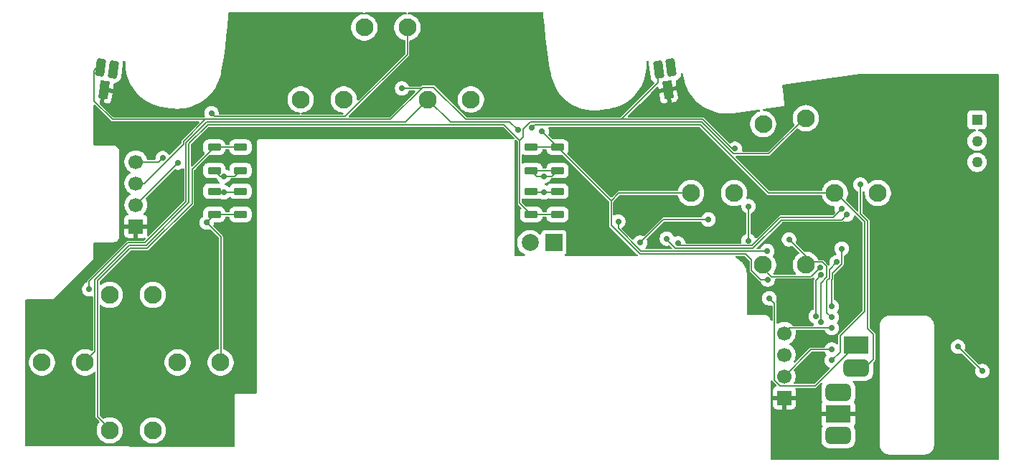
<source format=gbr>
%TF.GenerationSoftware,KiCad,Pcbnew,9.0.7*%
%TF.CreationDate,2026-01-05T21:06:01+01:00*%
%TF.ProjectId,pcb_phone_controller,7063625f-7068-46f6-9e65-5f636f6e7472,rev?*%
%TF.SameCoordinates,Original*%
%TF.FileFunction,Copper,L2,Bot*%
%TF.FilePolarity,Positive*%
%FSLAX46Y46*%
G04 Gerber Fmt 4.6, Leading zero omitted, Abs format (unit mm)*
G04 Created by KiCad (PCBNEW 9.0.7) date 2026-01-05 21:06:01*
%MOMM*%
%LPD*%
G01*
G04 APERTURE LIST*
G04 Aperture macros list*
%AMRoundRect*
0 Rectangle with rounded corners*
0 $1 Rounding radius*
0 $2 $3 $4 $5 $6 $7 $8 $9 X,Y pos of 4 corners*
0 Add a 4 corners polygon primitive as box body*
4,1,4,$2,$3,$4,$5,$6,$7,$8,$9,$2,$3,0*
0 Add four circle primitives for the rounded corners*
1,1,$1+$1,$2,$3*
1,1,$1+$1,$4,$5*
1,1,$1+$1,$6,$7*
1,1,$1+$1,$8,$9*
0 Add four rect primitives between the rounded corners*
20,1,$1+$1,$2,$3,$4,$5,0*
20,1,$1+$1,$4,$5,$6,$7,0*
20,1,$1+$1,$6,$7,$8,$9,0*
20,1,$1+$1,$8,$9,$2,$3,0*%
%AMRotRect*
0 Rectangle, with rotation*
0 The origin of the aperture is its center*
0 $1 length*
0 $2 width*
0 $3 Rotation angle, in degrees counterclockwise*
0 Add horizontal line*
21,1,$1,$2,0,0,$3*%
G04 Aperture macros list end*
%TA.AperFunction,ComponentPad*%
%ADD10C,2.100000*%
%TD*%
%TA.AperFunction,ComponentPad*%
%ADD11C,4.500000*%
%TD*%
%TA.AperFunction,ComponentPad*%
%ADD12R,1.270000X1.270000*%
%TD*%
%TA.AperFunction,ComponentPad*%
%ADD13C,1.270000*%
%TD*%
%TA.AperFunction,ComponentPad*%
%ADD14R,1.700000X1.700000*%
%TD*%
%TA.AperFunction,ComponentPad*%
%ADD15C,1.700000*%
%TD*%
%TA.AperFunction,ComponentPad*%
%ADD16RoundRect,0.275000X-0.378311X-0.730158X0.166531X-0.805306X0.378311X0.730158X-0.166531X0.805306X0*%
%TD*%
%TA.AperFunction,ComponentPad*%
%ADD17RotRect,1.100000X2.100000X352.147000*%
%TD*%
%TA.AperFunction,ComponentPad*%
%ADD18R,2.000000X2.000000*%
%TD*%
%TA.AperFunction,ComponentPad*%
%ADD19C,2.000000*%
%TD*%
%TA.AperFunction,ComponentPad*%
%ADD20RoundRect,0.275000X-0.166531X-0.805306X0.378311X-0.730158X0.166531X0.805306X-0.378311X0.730158X0*%
%TD*%
%TA.AperFunction,ComponentPad*%
%ADD21RotRect,1.100000X2.100000X7.853000*%
%TD*%
%TA.AperFunction,ComponentPad*%
%ADD22RoundRect,0.500000X-1.000000X0.500000X-1.000000X-0.500000X1.000000X-0.500000X1.000000X0.500000X0*%
%TD*%
%TA.AperFunction,SMDPad,CuDef*%
%ADD23RoundRect,0.500000X-1.000000X-0.500000X1.000000X-0.500000X1.000000X0.500000X-1.000000X0.500000X0*%
%TD*%
%TA.AperFunction,SMDPad,CuDef*%
%ADD24R,3.000000X2.000000*%
%TD*%
%TA.AperFunction,ComponentPad*%
%ADD25R,3.000000X2.000000*%
%TD*%
%TA.AperFunction,SMDPad,CuDef*%
%ADD26RoundRect,0.120000X0.680000X0.280000X-0.680000X0.280000X-0.680000X-0.280000X0.680000X-0.280000X0*%
%TD*%
%TA.AperFunction,ViaPad*%
%ADD27C,0.700000*%
%TD*%
%TA.AperFunction,Conductor*%
%ADD28C,0.200000*%
%TD*%
G04 APERTURE END LIST*
D10*
%TO.P,Select1,1,1*%
%TO.N,Column 0*%
X139960000Y-105593690D03*
%TO.P,Select1,2,2*%
%TO.N,Net-(D3-Pad1)*%
X145040000Y-105593690D03*
%TD*%
D11*
%TO.P,H2,1,1*%
%TO.N,GND*%
X182400000Y-112000000D03*
%TD*%
D10*
%TO.P,Start1,1,1*%
%TO.N,Column 2*%
X154960000Y-105593690D03*
%TO.P,Start1,2,2*%
%TO.N,Net-(D4-Pad1)*%
X160040000Y-105593690D03*
%TD*%
D12*
%TO.P,SW17,1,1*%
%TO.N,unconnected-(SW17-Pad1)*%
X219750000Y-108000000D03*
D13*
%TO.P,SW17,2,2*%
%TO.N,+BATT*%
X219750000Y-110500000D03*
%TO.P,SW17,3,3*%
%TO.N,Net-(+-1-BATT+)*%
X219750000Y-113000000D03*
%TD*%
D11*
%TO.P,H5,1,1*%
%TO.N,GND*%
X110750000Y-144000000D03*
%TD*%
D14*
%TO.P,StickL1,1,GND*%
%TO.N,GND*%
X120500000Y-120580000D03*
D15*
%TO.P,StickL1,2,Y*%
%TO.N,Net-(StickL1-Y)*%
X120500000Y-118040000D03*
%TO.P,StickL1,3,3V3*%
%TO.N,+3.3V*%
X120500000Y-115500000D03*
%TO.P,StickL1,4,X*%
%TO.N,Net-(StickL1-X)*%
X120500000Y-112960000D03*
%TD*%
D16*
%TO.P,TriggerL1,1,VDD*%
%TO.N,+3.3V*%
X116334970Y-101853786D03*
D17*
%TO.P,TriggerL1,2,GND*%
%TO.N,GND*%
X116736356Y-104432815D03*
D16*
%TO.P,TriggerL1,3,OUT*%
%TO.N,Net-(TriggerL1-OUT)*%
X117820902Y-102058734D03*
%TD*%
D10*
%TO.P,B1,1,1*%
%TO.N,Net-(B1-Pad1)*%
X194494124Y-125127219D03*
%TO.P,B1,2,2*%
%TO.N,Column 1*%
X199574124Y-125127219D03*
%TD*%
%TO.P,Home1,1,1*%
%TO.N,Net-(D3-Pad2)*%
X147460000Y-97093691D03*
%TO.P,Home1,2,2*%
%TO.N,Column 1*%
X152540000Y-97093691D03*
%TD*%
D11*
%TO.P,H1,1,1*%
%TO.N,GND*%
X164750000Y-98250000D03*
%TD*%
D10*
%TO.P,DOWN1,1,1*%
%TO.N,Column 0*%
X117425876Y-144641938D03*
%TO.P,DOWN1,2,2*%
%TO.N,Net-(D7-Pad1)*%
X122505876Y-144641938D03*
%TD*%
%TO.P,UP1,1,1*%
%TO.N,Column 2*%
X117425876Y-128641938D03*
%TO.P,UP1,2,2*%
%TO.N,Net-(D8-Pad1)*%
X122505876Y-128641938D03*
%TD*%
%TO.P,X1,1,1*%
%TO.N,Column 2*%
X186008842Y-116641938D03*
%TO.P,X1,2,2*%
%TO.N,Net-(D6-Pad1)*%
X191088842Y-116641938D03*
%TD*%
%TO.P,Y1,1,1*%
%TO.N,Net-(D6-Pad2)*%
X194517950Y-108503745D03*
%TO.P,Y1,2,2*%
%TO.N,Column 3*%
X199550298Y-107809567D03*
%TD*%
D18*
%TO.P,+-1,1,BATT-*%
%TO.N,-BATT*%
X169800000Y-122500000D03*
D19*
%TO.P,+-1,2,BATT+*%
%TO.N,Net-(+-1-BATT+)*%
X167000000Y-122500000D03*
%TD*%
D10*
%TO.P,LEFT1,1,1*%
%TO.N,Net-(D8-Pad2)*%
X109425876Y-136641938D03*
%TO.P,LEFT1,2,2*%
%TO.N,Column 3*%
X114505876Y-136641938D03*
%TD*%
D20*
%TO.P,TriggerR1,1,VDD*%
%TO.N,+3.3V*%
X182179099Y-102058734D03*
D21*
%TO.P,TriggerR1,2,GND*%
%TO.N,GND*%
X183263645Y-104432815D03*
D20*
%TO.P,TriggerR1,3,OUT*%
%TO.N,Net-(TriggerR1-OUT)*%
X183665031Y-101853786D03*
%TD*%
D11*
%TO.P,H3,1,1*%
%TO.N,GND*%
X206750000Y-105500000D03*
%TD*%
D14*
%TO.P,StickR1,1,GND*%
%TO.N,GND*%
X197000000Y-140810000D03*
D15*
%TO.P,StickR1,2,Y*%
%TO.N,Net-(StickR1-Y)*%
X197000000Y-138270000D03*
%TO.P,StickR1,3,3V3*%
%TO.N,+3.3V*%
X197000000Y-135730000D03*
%TO.P,StickR1,4,X*%
%TO.N,Net-(StickR1-X)*%
X197000000Y-133190000D03*
%TD*%
D11*
%TO.P,H4,1,1*%
%TO.N,GND*%
X127500000Y-127250000D03*
%TD*%
D10*
%TO.P,RIGHT1,1,1*%
%TO.N,Net-(D7-Pad2)*%
X125425876Y-136641938D03*
%TO.P,RIGHT1,2,2*%
%TO.N,Column 1*%
X130505876Y-136641938D03*
%TD*%
D22*
%TO.P,U1,3V3,3V3*%
%TO.N,+3.3V*%
X203380000Y-140201871D03*
%TO.P,U1,5V,5V*%
%TO.N,unconnected-(U1-Pad5V)*%
X203380000Y-145281871D03*
D23*
%TO.P,U1,14,+BAT*%
%TO.N,+BATT*%
X205481355Y-137313130D03*
D24*
%TO.P,U1,15,-BAT*%
%TO.N,-BATT*%
X205481355Y-134563130D03*
D25*
%TO.P,U1,GND,GND*%
%TO.N,GND*%
X203380000Y-142741871D03*
%TD*%
D10*
%TO.P,A1,1,1*%
%TO.N,Column 0*%
X202979405Y-116641938D03*
%TO.P,A1,2,2*%
%TO.N,Net-(A1-Pad2)*%
X208059405Y-116641938D03*
%TD*%
D26*
%TO.P,ClickStickR1,1,1*%
%TO.N,Net-(ClickStickR1-Pad1)*%
X170250000Y-116425000D03*
X167150000Y-116425000D03*
%TO.P,ClickStickR1,2,2*%
%TO.N,Column 3*%
X170250000Y-119175000D03*
X167150000Y-119175000D03*
%TD*%
%TO.P,ClickStickL1,1,1*%
%TO.N,Net-(ClickStickL1-Pad1)*%
X132850000Y-116425000D03*
X129750000Y-116425000D03*
%TO.P,ClickStickL1,2,2*%
%TO.N,Column 1*%
X132850000Y-119175000D03*
X129750000Y-119175000D03*
%TD*%
%TO.P,BumperR1,1,1*%
%TO.N,Column 2*%
X170250000Y-111225000D03*
X167150000Y-111225000D03*
%TO.P,BumperR1,2,2*%
%TO.N,Net-(BumperR1-Pad2)*%
X170250000Y-113975000D03*
X167150000Y-113975000D03*
%TD*%
%TO.P,BumperL1,1,1*%
%TO.N,Column 0*%
X132850000Y-111225000D03*
X129750000Y-111225000D03*
%TO.P,BumperL1,2,2*%
%TO.N,Net-(BumperL1-Pad2)*%
X132850000Y-113975000D03*
X129750000Y-113975000D03*
%TD*%
D27*
%TO.N,Column 0*%
X167250000Y-108900000D03*
X202610000Y-136391871D03*
X132850000Y-111225000D03*
%TO.N,Net-(B1-Pad1)*%
X201247728Y-125427587D03*
%TO.N,Column 1*%
X201300000Y-131900000D03*
X197564124Y-122111398D03*
X128860000Y-120140000D03*
X129424875Y-107220000D03*
%TO.N,Net-(C1-Pad1)*%
X188047500Y-119767000D03*
X180000000Y-122500000D03*
%TO.N,Net-(+-1-BATT+)*%
X204400000Y-119200000D03*
X183150000Y-122018000D03*
%TO.N,Row 0*%
X177422000Y-120000000D03*
X195000000Y-123500000D03*
%TO.N,Row 2*%
X203200000Y-124800000D03*
X202610000Y-131311871D03*
%TO.N,GND*%
X190425000Y-113900000D03*
X150250000Y-98000000D03*
X185800000Y-106600000D03*
X122475000Y-130875000D03*
X180750000Y-107000000D03*
X193400000Y-130000000D03*
X199800000Y-133800000D03*
X165750000Y-121000000D03*
X170000000Y-109500000D03*
X214000000Y-112000000D03*
X201600000Y-121000000D03*
X172300000Y-114800000D03*
X208300000Y-119500000D03*
X150325000Y-100050000D03*
X200600000Y-137600000D03*
X148500000Y-106000000D03*
X218700000Y-128600000D03*
X119400000Y-109300000D03*
X207500000Y-124600000D03*
X199275000Y-110075000D03*
X120000000Y-105500000D03*
X162250000Y-105500000D03*
X178500000Y-118500000D03*
X189400000Y-122000000D03*
X127700000Y-116900000D03*
X126400000Y-120500000D03*
X199300000Y-131800000D03*
X199750000Y-118250000D03*
X172472197Y-106817092D03*
X143900000Y-103100000D03*
X137000000Y-105800000D03*
%TO.N,Column 3*%
X202610000Y-130041871D03*
X203800000Y-123200000D03*
%TO.N,-BATT*%
X195245924Y-129061928D03*
%TO.N,Column 2*%
X168400000Y-109338068D03*
X220390000Y-137661871D03*
X195041999Y-126858001D03*
X115000000Y-128000000D03*
X217514064Y-134785936D03*
X165566999Y-109217000D03*
%TO.N,Net-(StickL1-Y)*%
X125500000Y-113040000D03*
%TO.N,+3.3V*%
X192790189Y-122267000D03*
X192800000Y-118200000D03*
X191201432Y-111421568D03*
X151900000Y-104300000D03*
%TO.N,Net-(StickL1-X)*%
X123659921Y-112518529D03*
%TO.N,Net-(StickR1-Y)*%
X202610000Y-135121871D03*
%TO.N,Net-(TriggerR1-OUT)*%
X201338500Y-126323000D03*
X200723000Y-131200000D03*
%TO.N,Net-(StickR1-X)*%
X202610000Y-132581871D03*
%TO.N,+BATT*%
X206000000Y-115650000D03*
X203800000Y-118500000D03*
X184500000Y-122595000D03*
%TO.N,Net-(BumperL1-Pad2)*%
X130862500Y-114650000D03*
%TO.N,Net-(BumperR1-Pad2)*%
X168662500Y-114650000D03*
%TO.N,Net-(ClickStickL1-Pad1)*%
X130862500Y-116550000D03*
%TO.N,Net-(ClickStickR1-Pad1)*%
X168662500Y-116550000D03*
%TD*%
D28*
%TO.N,Column 0*%
X116000000Y-126993524D02*
X119837524Y-123156000D01*
X117460000Y-144500000D02*
X116000000Y-143040000D01*
X206500000Y-120040000D02*
X203101938Y-116641938D01*
X203101938Y-116641938D02*
X195141938Y-116641938D01*
X206500000Y-130600000D02*
X206500000Y-120040000D01*
X127122000Y-113853000D02*
X129750000Y-111225000D01*
X121844000Y-123156000D02*
X127122000Y-117878000D01*
X187099000Y-108599000D02*
X167551000Y-108599000D01*
X203600000Y-133500000D02*
X206500000Y-130600000D01*
X203600000Y-135401871D02*
X203600000Y-133500000D01*
X195141938Y-116641938D02*
X187099000Y-108599000D01*
X202610000Y-136391871D02*
X203600000Y-135401871D01*
X129750000Y-111225000D02*
X132850000Y-111225000D01*
X127122000Y-117878000D02*
X127122000Y-113853000D01*
X119837524Y-123156000D02*
X121844000Y-123156000D01*
X130173000Y-111235616D02*
X130071000Y-111337616D01*
X167551000Y-108599000D02*
X167250000Y-108900000D01*
X116000000Y-143040000D02*
X116000000Y-126993524D01*
%TO.N,Net-(B1-Pad1)*%
X200197096Y-126478219D02*
X200121781Y-126478219D01*
X200100000Y-126500000D02*
X195500000Y-126500000D01*
X200121781Y-126478219D02*
X200100000Y-126500000D01*
X194460000Y-125460000D02*
X194460000Y-125000000D01*
X201247728Y-125427587D02*
X200197096Y-126478219D01*
X195500000Y-126500000D02*
X194460000Y-125460000D01*
%TO.N,Column 1*%
X202000000Y-126561503D02*
X202000000Y-125300000D01*
X197564126Y-122111398D02*
X199540000Y-124087272D01*
X128860000Y-120140000D02*
X128860000Y-120065000D01*
X129819875Y-107615000D02*
X145182000Y-107615000D01*
X199540000Y-124087272D02*
X199540000Y-125000000D01*
X201500000Y-124800000D02*
X199901343Y-124800000D01*
X128860000Y-120140000D02*
X130540000Y-121820000D01*
X128860000Y-120065000D02*
X129750000Y-119175000D01*
X152540000Y-100257000D02*
X152540000Y-97000000D01*
X129424875Y-107220000D02*
X129819875Y-107615000D01*
X197564124Y-122111398D02*
X197564126Y-122111398D01*
X202000000Y-125300000D02*
X201500000Y-124800000D01*
X199901343Y-124800000D02*
X199574124Y-125127219D01*
X130540000Y-121820000D02*
X130540000Y-136500000D01*
X201300000Y-127261503D02*
X202000000Y-126561503D01*
X129750000Y-119175000D02*
X132850000Y-119175000D01*
X201300000Y-131900000D02*
X201300000Y-127261503D01*
X145182000Y-107615000D02*
X152540000Y-100257000D01*
%TO.N,Net-(C1-Pad1)*%
X182733000Y-119767000D02*
X180000000Y-122500000D01*
X188047500Y-119767000D02*
X182733000Y-119767000D01*
%TO.N,Net-(+-1-BATT+)*%
X184260584Y-123173000D02*
X184259584Y-123172000D01*
X184172000Y-123172000D02*
X183150000Y-122150000D01*
X193328000Y-123172000D02*
X184740416Y-123172000D01*
X203772000Y-119828000D02*
X196672000Y-119828000D01*
X196672000Y-119828000D02*
X193328000Y-123172000D01*
X184740416Y-123172000D02*
X184739416Y-123173000D01*
X204400000Y-119200000D02*
X203772000Y-119828000D01*
X184259584Y-123172000D02*
X184172000Y-123172000D01*
X184739416Y-123173000D02*
X184260584Y-123173000D01*
X183150000Y-122150000D02*
X183150000Y-122018000D01*
%TO.N,Row 0*%
X177422000Y-120822000D02*
X177422000Y-120000000D01*
X195000000Y-123500000D02*
X180100000Y-123500000D01*
X180100000Y-123500000D02*
X177422000Y-120822000D01*
%TO.N,Row 2*%
X202032000Y-126993365D02*
X202032000Y-130733871D01*
X202328000Y-126697365D02*
X202032000Y-126993365D01*
X202032000Y-130733871D02*
X202610000Y-131311871D01*
X203200000Y-124800000D02*
X202328000Y-125672000D01*
X202328000Y-125672000D02*
X202328000Y-126697365D01*
%TO.N,GND*%
X128000000Y-112080000D02*
X127920000Y-112000000D01*
%TO.N,Column 3*%
X203778000Y-125022000D02*
X203778000Y-125039416D01*
X192760584Y-112001000D02*
X192759584Y-112000000D01*
X166200000Y-109100058D02*
X166200000Y-110050058D01*
X193240416Y-112000000D02*
X193239416Y-112001000D01*
X193239416Y-112001000D02*
X192760584Y-112001000D01*
X203422000Y-125378000D02*
X202656000Y-126144000D01*
X129001000Y-108599000D02*
X126769000Y-110831000D01*
X126769000Y-117767138D02*
X121708138Y-122828000D01*
X190963430Y-111999568D02*
X190962016Y-111999568D01*
X187234862Y-108271000D02*
X167029058Y-108271000D01*
X190623432Y-111660984D02*
X190623432Y-111659570D01*
X166200000Y-110050058D02*
X165800000Y-110450058D01*
X121708138Y-122828000D02*
X119701662Y-122828000D01*
X167029058Y-108271000D02*
X166200000Y-109100058D01*
X115672000Y-135368000D02*
X114540000Y-136500000D01*
X203778000Y-125039416D02*
X203439416Y-125378000D01*
X203800000Y-123200000D02*
X203800000Y-125000000D01*
X190962016Y-111999568D02*
X190623432Y-111660984D01*
X170250000Y-119175000D02*
X167150000Y-119175000D01*
X195169085Y-112000000D02*
X193240416Y-112000000D01*
X192759584Y-112000000D02*
X190963862Y-112000000D01*
X190963862Y-112000000D02*
X190963430Y-111999568D01*
X202656000Y-126833227D02*
X202610000Y-126879227D01*
X163948942Y-108599000D02*
X129001000Y-108599000D01*
X126769000Y-110831000D02*
X126769000Y-117767138D01*
X165800000Y-117825000D02*
X167150000Y-119175000D01*
X203439416Y-125378000D02*
X203422000Y-125378000D01*
X199516174Y-107652911D02*
X195169085Y-112000000D01*
X165800000Y-110450058D02*
X165800000Y-117825000D01*
X190623432Y-111659570D02*
X187234862Y-108271000D01*
X202656000Y-126144000D02*
X202656000Y-126833227D01*
X203800000Y-125000000D02*
X203778000Y-125022000D01*
X202610000Y-126879227D02*
X202610000Y-130041871D01*
X165800000Y-110450058D02*
X163948942Y-108599000D01*
X115672000Y-126857662D02*
X115672000Y-135368000D01*
X119701662Y-122828000D02*
X115672000Y-126857662D01*
%TO.N,-BATT*%
X196523240Y-139421000D02*
X200623485Y-139421000D01*
X195245924Y-129061928D02*
X195849000Y-129665004D01*
X195849000Y-129665004D02*
X195849000Y-138746760D01*
X200623485Y-139421000D02*
X205481355Y-134563130D01*
X195849000Y-138746760D02*
X196523240Y-139421000D01*
%TO.N,Column 2*%
X157637310Y-108271000D02*
X164620999Y-108271000D01*
X115000000Y-128000000D02*
X115000000Y-127065800D01*
X170250000Y-111188068D02*
X170250000Y-111225000D01*
X193143124Y-124543124D02*
X192428000Y-123828000D01*
X176580000Y-120443862D02*
X176580000Y-117555000D01*
X192428000Y-123828000D02*
X179964138Y-123828000D01*
X115000000Y-127065800D02*
X119565800Y-122500000D01*
X193143124Y-125743124D02*
X193143124Y-124543124D01*
X126441000Y-110695138D02*
X128865138Y-108271000D01*
X195041999Y-126858001D02*
X194258001Y-126858001D01*
X185460000Y-117000000D02*
X185960000Y-116500000D01*
X154960000Y-105593690D02*
X157637310Y-108271000D01*
X152282690Y-108271000D02*
X154960000Y-105593690D01*
X170250000Y-111270000D02*
X170250000Y-111225000D01*
X179964138Y-123828000D02*
X176580000Y-120443862D01*
X168400000Y-109338068D02*
X170250000Y-111188068D01*
X217514064Y-134785936D02*
X220390000Y-137661871D01*
X164620999Y-108271000D02*
X165566999Y-109217000D01*
X121572276Y-122500000D02*
X126441000Y-117631276D01*
X177493062Y-116641938D02*
X176580000Y-117555000D01*
X119565800Y-122500000D02*
X121572276Y-122500000D01*
X128865138Y-108271000D02*
X152282690Y-108271000D01*
X170250000Y-111225000D02*
X176580000Y-117555000D01*
X167150000Y-111225000D02*
X170250000Y-111225000D01*
X194258001Y-126858001D02*
X193143124Y-125743124D01*
X186008842Y-116641938D02*
X177493062Y-116641938D01*
X126441000Y-117631276D02*
X126441000Y-110695138D01*
%TO.N,Net-(StickL1-Y)*%
X125500000Y-113040000D02*
X120500000Y-118040000D01*
%TO.N,+3.3V*%
X191200000Y-111423000D02*
X190850724Y-111423000D01*
X177800000Y-107943000D02*
X159443000Y-107943000D01*
X151900000Y-104300000D02*
X154200000Y-104300000D01*
X116403286Y-101358475D02*
X115600000Y-102161761D01*
X126113000Y-110887000D02*
X126113000Y-110559276D01*
X159443000Y-107943000D02*
X155649000Y-104149000D01*
X126113000Y-110559276D02*
X128729276Y-107943000D01*
X150557000Y-107943000D02*
X129215040Y-107943000D01*
X155649000Y-104149000D02*
X154351000Y-104149000D01*
X117743000Y-107943000D02*
X129215040Y-107943000D01*
X121500000Y-115500000D02*
X126113000Y-110887000D01*
X115600000Y-105800000D02*
X117743000Y-107943000D01*
X154200000Y-104300000D02*
X154351000Y-104149000D01*
X120500000Y-115500000D02*
X121500000Y-115500000D01*
X190850724Y-111423000D02*
X187370724Y-107943000D01*
X128729276Y-107943000D02*
X129215040Y-107943000D01*
X154351000Y-104149000D02*
X150557000Y-107943000D01*
X192800000Y-118200000D02*
X192790189Y-118190189D01*
X192790189Y-118190189D02*
X192790189Y-122267000D01*
X191201432Y-111421568D02*
X191200000Y-111423000D01*
X182110783Y-103632217D02*
X177800000Y-107943000D01*
X182110783Y-101563423D02*
X182110783Y-103632217D01*
X115600000Y-102161761D02*
X115600000Y-105800000D01*
X187370724Y-107943000D02*
X177800000Y-107943000D01*
%TO.N,Net-(StickL1-X)*%
X123659921Y-112519943D02*
X123219864Y-112960000D01*
X123659921Y-112518529D02*
X123659921Y-112519943D01*
X123219864Y-112960000D02*
X120500000Y-112960000D01*
%TO.N,Net-(StickR1-Y)*%
X202610000Y-135121871D02*
X200148129Y-135121871D01*
X200148129Y-135121871D02*
X197000000Y-138270000D01*
%TO.N,Net-(TriggerR1-OUT)*%
X200723000Y-131200000D02*
X200723000Y-126938500D01*
X200723000Y-126938500D02*
X201338500Y-126323000D01*
%TO.N,Net-(StickR1-X)*%
X197608129Y-132581871D02*
X197000000Y-133190000D01*
X202610000Y-132581871D02*
X197608129Y-132581871D01*
%TO.N,+BATT*%
X206000000Y-119076138D02*
X206828000Y-119904138D01*
X203800000Y-118500000D02*
X202800000Y-119500000D01*
X193192138Y-122844000D02*
X184749000Y-122844000D01*
X206828000Y-119904138D02*
X206828000Y-132628000D01*
X207500000Y-133300000D02*
X207500000Y-136300000D01*
X206486870Y-137313130D02*
X205481355Y-137313130D01*
X196536138Y-119500000D02*
X193192138Y-122844000D01*
X206828000Y-132628000D02*
X207500000Y-133300000D01*
X207500000Y-136300000D02*
X206486870Y-137313130D01*
X202800000Y-119500000D02*
X196536138Y-119500000D01*
X206000000Y-115650000D02*
X206000000Y-119076138D01*
X184749000Y-122844000D02*
X184500000Y-122595000D01*
%TO.N,Net-(BumperL1-Pad2)*%
X130425000Y-114650000D02*
X129750000Y-113975000D01*
X130862500Y-114650000D02*
X130425000Y-114650000D01*
X130862500Y-114650000D02*
X132175000Y-114650000D01*
X132175000Y-114650000D02*
X132850000Y-113975000D01*
%TO.N,Net-(BumperR1-Pad2)*%
X168662500Y-114650000D02*
X167825000Y-114650000D01*
X167150000Y-113975000D02*
X170250000Y-113975000D01*
X168662500Y-114650000D02*
X169575000Y-114650000D01*
X169575000Y-114650000D02*
X170250000Y-113975000D01*
X167825000Y-114650000D02*
X167150000Y-113975000D01*
%TO.N,Net-(ClickStickL1-Pad1)*%
X130862500Y-116550000D02*
X132725000Y-116550000D01*
X130862500Y-116550000D02*
X129875000Y-116550000D01*
X132725000Y-116550000D02*
X132850000Y-116425000D01*
X129875000Y-116550000D02*
X129750000Y-116425000D01*
%TO.N,Net-(ClickStickR1-Pad1)*%
X170125000Y-116550000D02*
X170250000Y-116425000D01*
X167275000Y-116550000D02*
X167150000Y-116425000D01*
X168662500Y-116550000D02*
X170125000Y-116550000D01*
X168662500Y-116550000D02*
X167275000Y-116550000D01*
%TD*%
%TA.AperFunction,Conductor*%
%TO.N,GND*%
G36*
X185022260Y-102500018D02*
G01*
X185061485Y-102557838D01*
X185066250Y-102578779D01*
X185085181Y-102716038D01*
X185085177Y-102716059D01*
X185121557Y-102979820D01*
X185121561Y-102979845D01*
X185215323Y-103399660D01*
X185215327Y-103399676D01*
X185343447Y-103810347D01*
X185343449Y-103810352D01*
X185343450Y-103810355D01*
X185437216Y-104041695D01*
X185505048Y-104209049D01*
X185505048Y-104209050D01*
X185699016Y-104593029D01*
X185850288Y-104839520D01*
X185924031Y-104959681D01*
X186178556Y-105306500D01*
X186340449Y-105492663D01*
X186413254Y-105576383D01*
X186460852Y-105631116D01*
X186768992Y-105931311D01*
X186991308Y-106114671D01*
X187100875Y-106205039D01*
X187445531Y-106444385D01*
X187454216Y-106450416D01*
X187454230Y-106450424D01*
X187826613Y-106665778D01*
X187826629Y-106665786D01*
X188215531Y-106849653D01*
X188215543Y-106849658D01*
X188618297Y-107000781D01*
X188618301Y-107000782D01*
X188618311Y-107000786D01*
X189032189Y-107118139D01*
X189454345Y-107200913D01*
X189881894Y-107248543D01*
X190120795Y-107255298D01*
X190311904Y-107260703D01*
X190311908Y-107260702D01*
X190311916Y-107260703D01*
X190741473Y-107237309D01*
X190915043Y-107213366D01*
X190915044Y-107213367D01*
X193974360Y-106791353D01*
X194043459Y-106801692D01*
X194096000Y-106847748D01*
X194115301Y-106914899D01*
X194095233Y-106981825D01*
X194042168Y-107027277D01*
X194029622Y-107032121D01*
X193922760Y-107066842D01*
X193705307Y-107177641D01*
X193507873Y-107321084D01*
X193507868Y-107321088D01*
X193335293Y-107493663D01*
X193335289Y-107493668D01*
X193191846Y-107691102D01*
X193081047Y-107908557D01*
X193005628Y-108140672D01*
X192997786Y-108190185D01*
X192967450Y-108381718D01*
X192967450Y-108625772D01*
X192976493Y-108682864D01*
X193005499Y-108866005D01*
X193005629Y-108866821D01*
X193081046Y-109098930D01*
X193179792Y-109292731D01*
X193191846Y-109316387D01*
X193335289Y-109513821D01*
X193335293Y-109513826D01*
X193507868Y-109686401D01*
X193507873Y-109686405D01*
X193609543Y-109760272D01*
X193705311Y-109829851D01*
X193922765Y-109940649D01*
X194154874Y-110016066D01*
X194395923Y-110054245D01*
X194395924Y-110054245D01*
X194639976Y-110054245D01*
X194639977Y-110054245D01*
X194881026Y-110016066D01*
X195113135Y-109940649D01*
X195330589Y-109829851D01*
X195528033Y-109686400D01*
X195700605Y-109513828D01*
X195844056Y-109316384D01*
X195954854Y-109098930D01*
X196030271Y-108866821D01*
X196068450Y-108625772D01*
X196068450Y-108381718D01*
X196030271Y-108140669D01*
X195954854Y-107908560D01*
X195844056Y-107691106D01*
X195794475Y-107622863D01*
X195700610Y-107493668D01*
X195700606Y-107493663D01*
X195528031Y-107321088D01*
X195528026Y-107321084D01*
X195330592Y-107177641D01*
X195330591Y-107177640D01*
X195330589Y-107177639D01*
X195113135Y-107066841D01*
X194881026Y-106991424D01*
X194881024Y-106991423D01*
X194881022Y-106991423D01*
X194712719Y-106964766D01*
X194639977Y-106953245D01*
X194607101Y-106953245D01*
X194540062Y-106933560D01*
X194494307Y-106880756D01*
X194484363Y-106811598D01*
X194513388Y-106748042D01*
X194572166Y-106710268D01*
X194590153Y-106706408D01*
X196842329Y-106395735D01*
X196904818Y-106387117D01*
X196912096Y-106386617D01*
X196913221Y-106385958D01*
X196913223Y-106385958D01*
X196913226Y-106385956D01*
X196913227Y-106385956D01*
X196935927Y-106372663D01*
X196978425Y-106347776D01*
X196981841Y-106345930D01*
X196982049Y-106345654D01*
X196982054Y-106345652D01*
X196982055Y-106345649D01*
X196982057Y-106345649D01*
X197005612Y-106314555D01*
X197029002Y-106283679D01*
X197030200Y-106282152D01*
X197030221Y-106282068D01*
X197030223Y-106282068D01*
X197041385Y-106239355D01*
X197049321Y-106208990D01*
X197050437Y-106205247D01*
X197050389Y-106204902D01*
X197050390Y-106204901D01*
X197050389Y-106204898D01*
X197050390Y-106204897D01*
X197044842Y-106164678D01*
X197042792Y-106149812D01*
X196809495Y-104458330D01*
X196747615Y-104009674D01*
X196757955Y-103940575D01*
X196804012Y-103888034D01*
X196853506Y-103869897D01*
X205993427Y-102609280D01*
X206010369Y-102608117D01*
X222204129Y-102608117D01*
X222271168Y-102627802D01*
X222316923Y-102680606D01*
X222328129Y-102732117D01*
X222328129Y-148017438D01*
X222308444Y-148084477D01*
X222255640Y-148130232D01*
X222204129Y-148141438D01*
X195508624Y-148141438D01*
X195441585Y-148121753D01*
X195395830Y-148068949D01*
X195384624Y-148017438D01*
X195384624Y-138843534D01*
X195404309Y-138776495D01*
X195457113Y-138730740D01*
X195526271Y-138720796D01*
X195589827Y-138749821D01*
X195623184Y-138796078D01*
X195641441Y-138840154D01*
X195656136Y-138875630D01*
X196054978Y-139274471D01*
X196088463Y-139335794D01*
X196083479Y-139405485D01*
X196041608Y-139461419D01*
X196010631Y-139478334D01*
X195907911Y-139516646D01*
X195907906Y-139516649D01*
X195792812Y-139602809D01*
X195792809Y-139602812D01*
X195706649Y-139717906D01*
X195706645Y-139717913D01*
X195656403Y-139852620D01*
X195656401Y-139852627D01*
X195650000Y-139912155D01*
X195650000Y-140560000D01*
X196566988Y-140560000D01*
X196534075Y-140617007D01*
X196500000Y-140744174D01*
X196500000Y-140875826D01*
X196534075Y-141002993D01*
X196566988Y-141060000D01*
X195650000Y-141060000D01*
X195650000Y-141707844D01*
X195656401Y-141767372D01*
X195656403Y-141767379D01*
X195706645Y-141902086D01*
X195706649Y-141902093D01*
X195792809Y-142017187D01*
X195792812Y-142017190D01*
X195907906Y-142103350D01*
X195907913Y-142103354D01*
X196042620Y-142153596D01*
X196042627Y-142153598D01*
X196102155Y-142159999D01*
X196102172Y-142160000D01*
X196750000Y-142160000D01*
X196750000Y-141243012D01*
X196807007Y-141275925D01*
X196934174Y-141310000D01*
X197065826Y-141310000D01*
X197192993Y-141275925D01*
X197250000Y-141243012D01*
X197250000Y-142160000D01*
X197897828Y-142160000D01*
X197897844Y-142159999D01*
X197957372Y-142153598D01*
X197957379Y-142153596D01*
X198092086Y-142103354D01*
X198092093Y-142103350D01*
X198207187Y-142017190D01*
X198207190Y-142017187D01*
X198293350Y-141902093D01*
X198293354Y-141902086D01*
X198343596Y-141767379D01*
X198343598Y-141767372D01*
X198349999Y-141707844D01*
X198350000Y-141707827D01*
X198350000Y-141060000D01*
X197433012Y-141060000D01*
X197465925Y-141002993D01*
X197500000Y-140875826D01*
X197500000Y-140744174D01*
X197465925Y-140617007D01*
X197433012Y-140560000D01*
X198350000Y-140560000D01*
X198350000Y-139912172D01*
X198349999Y-139912155D01*
X198343598Y-139852627D01*
X198343596Y-139852620D01*
X198329876Y-139815833D01*
X198324892Y-139746142D01*
X198358377Y-139684818D01*
X198419700Y-139651334D01*
X198446058Y-139648500D01*
X200668737Y-139648500D01*
X200668738Y-139648500D01*
X200752353Y-139613865D01*
X201320693Y-139045525D01*
X201382016Y-139012040D01*
X201451707Y-139017024D01*
X201507641Y-139058895D01*
X201532058Y-139124360D01*
X201518283Y-139190617D01*
X201446090Y-139328823D01*
X201390114Y-139524454D01*
X201390113Y-139524457D01*
X201379500Y-139643837D01*
X201379500Y-140759899D01*
X201379501Y-140759905D01*
X201390113Y-140879286D01*
X201446089Y-141074916D01*
X201446091Y-141074920D01*
X201519261Y-141214997D01*
X201536774Y-141248524D01*
X201550365Y-141317059D01*
X201526132Y-141380246D01*
X201436646Y-141499782D01*
X201436645Y-141499784D01*
X201386403Y-141634491D01*
X201386401Y-141634498D01*
X201380000Y-141694026D01*
X201380000Y-142491871D01*
X203446988Y-142491871D01*
X203414075Y-142548878D01*
X203380000Y-142676045D01*
X203380000Y-142807697D01*
X203414075Y-142934864D01*
X203446988Y-142991871D01*
X201380000Y-142991871D01*
X201380000Y-143789715D01*
X201386401Y-143849243D01*
X201386403Y-143849250D01*
X201436645Y-143983957D01*
X201436646Y-143983959D01*
X201526132Y-144103496D01*
X201550549Y-144168960D01*
X201536774Y-144235218D01*
X201446090Y-144408823D01*
X201390114Y-144604454D01*
X201390113Y-144604457D01*
X201379500Y-144723837D01*
X201379500Y-145839899D01*
X201379501Y-145839905D01*
X201390113Y-145959286D01*
X201446089Y-146154916D01*
X201446090Y-146154919D01*
X201446091Y-146154920D01*
X201540302Y-146335278D01*
X201554794Y-146353051D01*
X201668890Y-146492980D01*
X201715217Y-146530754D01*
X201826593Y-146621569D01*
X202006951Y-146715780D01*
X202202582Y-146771757D01*
X202321963Y-146782371D01*
X204438036Y-146782370D01*
X204557418Y-146771757D01*
X204753049Y-146715780D01*
X204933407Y-146621569D01*
X205091109Y-146492980D01*
X205219698Y-146335278D01*
X205313909Y-146154920D01*
X205369886Y-145959289D01*
X205380500Y-145839908D01*
X205380499Y-144723835D01*
X205369886Y-144604453D01*
X205332568Y-144474032D01*
X205313909Y-144408821D01*
X205246025Y-144278865D01*
X205223225Y-144235217D01*
X205209634Y-144166684D01*
X205233868Y-144103495D01*
X205323352Y-143983960D01*
X205323354Y-143983957D01*
X205373596Y-143849250D01*
X205373598Y-143849243D01*
X205379999Y-143789715D01*
X205380000Y-143789698D01*
X205380000Y-142991871D01*
X204313012Y-142991871D01*
X204345925Y-142934864D01*
X204380000Y-142807697D01*
X204380000Y-142676045D01*
X204345925Y-142548878D01*
X204313012Y-142491871D01*
X205380000Y-142491871D01*
X205380000Y-141694043D01*
X205379999Y-141694026D01*
X205373598Y-141634498D01*
X205373596Y-141634491D01*
X205323354Y-141499784D01*
X205323352Y-141499781D01*
X205233868Y-141380245D01*
X205209451Y-141314781D01*
X205223226Y-141248524D01*
X205313909Y-141074920D01*
X205369886Y-140879289D01*
X205380500Y-140759908D01*
X205380499Y-139643835D01*
X205369886Y-139524453D01*
X205313909Y-139328822D01*
X205219698Y-139148464D01*
X205111680Y-139015990D01*
X205084571Y-138951593D01*
X205096580Y-138882764D01*
X205143896Y-138831353D01*
X205207782Y-138813629D01*
X206539383Y-138813629D01*
X206539391Y-138813629D01*
X206658773Y-138803016D01*
X206854404Y-138747039D01*
X207034762Y-138652828D01*
X207192464Y-138524239D01*
X207321053Y-138366537D01*
X207415264Y-138186179D01*
X207471241Y-137990548D01*
X207481855Y-137871167D01*
X207481854Y-136755094D01*
X207477576Y-136706982D01*
X207491246Y-136638467D01*
X207513401Y-136608330D01*
X207692865Y-136428868D01*
X207716780Y-136371132D01*
X207727500Y-136345253D01*
X207727500Y-133254747D01*
X207717355Y-133230257D01*
X207692866Y-133171132D01*
X207692863Y-133171129D01*
X207692863Y-133171128D01*
X207091819Y-132570084D01*
X207058334Y-132508761D01*
X207055500Y-132482403D01*
X207055500Y-132218652D01*
X208280852Y-132218652D01*
X208280855Y-132302863D01*
X208280855Y-146263253D01*
X208280854Y-146263262D01*
X208280855Y-146313137D01*
X208280855Y-146365029D01*
X208280871Y-146365197D01*
X208280872Y-146407613D01*
X208310437Y-146594248D01*
X208310437Y-146594249D01*
X208368116Y-146771756D01*
X208368831Y-146773956D01*
X208454617Y-146942319D01*
X208565684Y-147095189D01*
X208699297Y-147228804D01*
X208699300Y-147228806D01*
X208699302Y-147228808D01*
X208852123Y-147339842D01*
X208852166Y-147339873D01*
X209020527Y-147425662D01*
X209200236Y-147484059D01*
X209386867Y-147513626D01*
X209441468Y-147513628D01*
X209441473Y-147513630D01*
X209481346Y-147513630D01*
X209521228Y-147513632D01*
X209521229Y-147513631D01*
X209533038Y-147513632D01*
X209533071Y-147513630D01*
X213533253Y-147513630D01*
X213533980Y-147513556D01*
X213575825Y-147513559D01*
X213762457Y-147484008D01*
X213942169Y-147425624D01*
X214110535Y-147339846D01*
X214263409Y-147228786D01*
X214397027Y-147095178D01*
X214508099Y-146942312D01*
X214593890Y-146773952D01*
X214652287Y-146594245D01*
X214681852Y-146407615D01*
X214681853Y-146353016D01*
X214681855Y-146353013D01*
X214681855Y-146299500D01*
X214681856Y-146273254D01*
X214681855Y-146273251D01*
X214681855Y-134702164D01*
X216663564Y-134702164D01*
X216663564Y-134869707D01*
X216696246Y-135034010D01*
X216696248Y-135034018D01*
X216760359Y-135188796D01*
X216853437Y-135328098D01*
X216971901Y-135446562D01*
X217064558Y-135508473D01*
X217111201Y-135539639D01*
X217265982Y-135603752D01*
X217366334Y-135623713D01*
X217430292Y-135636435D01*
X217430296Y-135636436D01*
X217430297Y-135636436D01*
X217597832Y-135636436D01*
X217597833Y-135636435D01*
X217762146Y-135603752D01*
X217860964Y-135562819D01*
X217930429Y-135555351D01*
X217992909Y-135586625D01*
X217996095Y-135589700D01*
X219586234Y-137179839D01*
X219619719Y-137241162D01*
X219614735Y-137310854D01*
X219613114Y-137314972D01*
X219572185Y-137413784D01*
X219572182Y-137413796D01*
X219539500Y-137578099D01*
X219539500Y-137745642D01*
X219572182Y-137909945D01*
X219572184Y-137909953D01*
X219636295Y-138064731D01*
X219729373Y-138204033D01*
X219847837Y-138322497D01*
X219928340Y-138376287D01*
X219987137Y-138415574D01*
X220141918Y-138479687D01*
X220306228Y-138512370D01*
X220306232Y-138512371D01*
X220306233Y-138512371D01*
X220473768Y-138512371D01*
X220473769Y-138512370D01*
X220638082Y-138479687D01*
X220792863Y-138415574D01*
X220932162Y-138322497D01*
X221050626Y-138204033D01*
X221143703Y-138064734D01*
X221207816Y-137909953D01*
X221240500Y-137745638D01*
X221240500Y-137578104D01*
X221207816Y-137413789D01*
X221143703Y-137259008D01*
X221094068Y-137184724D01*
X221050626Y-137119708D01*
X220932162Y-137001244D01*
X220792860Y-136908166D01*
X220638082Y-136844055D01*
X220638074Y-136844053D01*
X220473771Y-136811371D01*
X220473767Y-136811371D01*
X220306233Y-136811371D01*
X220306228Y-136811371D01*
X220141925Y-136844053D01*
X220141917Y-136844055D01*
X220043102Y-136884986D01*
X219973632Y-136892455D01*
X219911153Y-136861180D01*
X219907968Y-136858106D01*
X218317829Y-135267967D01*
X218284344Y-135206644D01*
X218289328Y-135136952D01*
X218290949Y-135132833D01*
X218292282Y-135129616D01*
X218331880Y-135034018D01*
X218364564Y-134869703D01*
X218364564Y-134702169D01*
X218331880Y-134537854D01*
X218267767Y-134383073D01*
X218214969Y-134304055D01*
X218174690Y-134243773D01*
X218056226Y-134125309D01*
X217916924Y-134032231D01*
X217762146Y-133968120D01*
X217762138Y-133968118D01*
X217597835Y-133935436D01*
X217597831Y-133935436D01*
X217430297Y-133935436D01*
X217430292Y-133935436D01*
X217265989Y-133968118D01*
X217265981Y-133968120D01*
X217111203Y-134032231D01*
X216971901Y-134125309D01*
X216853437Y-134243773D01*
X216760359Y-134383075D01*
X216696248Y-134537853D01*
X216696246Y-134537861D01*
X216663564Y-134702164D01*
X214681855Y-134702164D01*
X214681855Y-132364513D01*
X214681869Y-132364465D01*
X214681870Y-132313136D01*
X214681872Y-132218652D01*
X214652782Y-132034951D01*
X214652316Y-132032010D01*
X214652315Y-132032006D01*
X214593926Y-131852298D01*
X214593925Y-131852297D01*
X214593924Y-131852292D01*
X214508136Y-131683920D01*
X214397064Y-131531043D01*
X214397061Y-131531040D01*
X214397059Y-131531037D01*
X214263445Y-131397426D01*
X214263441Y-131397422D01*
X214110570Y-131286358D01*
X214110559Y-131286351D01*
X213942195Y-131200570D01*
X213942187Y-131200567D01*
X213762472Y-131142180D01*
X213762473Y-131142180D01*
X213575831Y-131112626D01*
X213575830Y-131112626D01*
X213481346Y-131112630D01*
X209533071Y-131112630D01*
X209531797Y-131112623D01*
X209531505Y-131112620D01*
X209531282Y-131112552D01*
X209386865Y-131112559D01*
X209200215Y-131142130D01*
X209020508Y-131200529D01*
X208852141Y-131286324D01*
X208852135Y-131286328D01*
X208699262Y-131397406D01*
X208699261Y-131397407D01*
X208565650Y-131531026D01*
X208540318Y-131565896D01*
X208454580Y-131683914D01*
X208454579Y-131683916D01*
X208368793Y-131852294D01*
X208310409Y-132032004D01*
X208310409Y-132032006D01*
X208310408Y-132032010D01*
X208307950Y-132047530D01*
X208280852Y-132218652D01*
X207055500Y-132218652D01*
X207055500Y-119858886D01*
X207055499Y-119858883D01*
X207052137Y-119850767D01*
X207041672Y-119825501D01*
X207020866Y-119775270D01*
X206263819Y-119018223D01*
X206230334Y-118956900D01*
X206227500Y-118930542D01*
X206227500Y-116559195D01*
X206233131Y-116540015D01*
X206233845Y-116520036D01*
X206242775Y-116507174D01*
X206247185Y-116492156D01*
X206262290Y-116479067D01*
X206273693Y-116462644D01*
X206297643Y-116448433D01*
X206299989Y-116446401D01*
X206304032Y-116444640D01*
X206337453Y-116430796D01*
X206406921Y-116423328D01*
X206469400Y-116454603D01*
X206505053Y-116514691D01*
X206508905Y-116545358D01*
X206508905Y-116763964D01*
X206541402Y-116969143D01*
X206547084Y-117005014D01*
X206622501Y-117237123D01*
X206729080Y-117446297D01*
X206733301Y-117454580D01*
X206876744Y-117652014D01*
X206876748Y-117652019D01*
X207049323Y-117824594D01*
X207049328Y-117824598D01*
X207185116Y-117923253D01*
X207246766Y-117968044D01*
X207464220Y-118078842D01*
X207696329Y-118154259D01*
X207937378Y-118192438D01*
X207937379Y-118192438D01*
X208181431Y-118192438D01*
X208181432Y-118192438D01*
X208422481Y-118154259D01*
X208654590Y-118078842D01*
X208872044Y-117968044D01*
X209069488Y-117824593D01*
X209242060Y-117652021D01*
X209385511Y-117454577D01*
X209496309Y-117237123D01*
X209571726Y-117005014D01*
X209609905Y-116763965D01*
X209609905Y-116519911D01*
X209571726Y-116278862D01*
X209496309Y-116046753D01*
X209385511Y-115829299D01*
X209338150Y-115764112D01*
X209242065Y-115631861D01*
X209242061Y-115631856D01*
X209069486Y-115459281D01*
X209069481Y-115459277D01*
X208872047Y-115315834D01*
X208872046Y-115315833D01*
X208872044Y-115315832D01*
X208654590Y-115205034D01*
X208422481Y-115129617D01*
X208422479Y-115129616D01*
X208422477Y-115129616D01*
X208254174Y-115102959D01*
X208181432Y-115091438D01*
X207937378Y-115091438D01*
X207881498Y-115100288D01*
X207696332Y-115129616D01*
X207464217Y-115205035D01*
X207246762Y-115315834D01*
X207049328Y-115459277D01*
X207049322Y-115459282D01*
X207029780Y-115478824D01*
X206968456Y-115512308D01*
X206898765Y-115507322D01*
X206842832Y-115465449D01*
X206820483Y-115415328D01*
X206818171Y-115403704D01*
X206817816Y-115401918D01*
X206753703Y-115247137D01*
X206711354Y-115183757D01*
X206660626Y-115107837D01*
X206542162Y-114989373D01*
X206402860Y-114896295D01*
X206248082Y-114832184D01*
X206248074Y-114832182D01*
X206083771Y-114799500D01*
X206083767Y-114799500D01*
X205916233Y-114799500D01*
X205916228Y-114799500D01*
X205751925Y-114832182D01*
X205751917Y-114832184D01*
X205597139Y-114896295D01*
X205457837Y-114989373D01*
X205339373Y-115107837D01*
X205246295Y-115247139D01*
X205182184Y-115401917D01*
X205182182Y-115401925D01*
X205149500Y-115566228D01*
X205149500Y-115733771D01*
X205182182Y-115898074D01*
X205182184Y-115898082D01*
X205246295Y-116052860D01*
X205339373Y-116192162D01*
X205457837Y-116310626D01*
X205597138Y-116403704D01*
X205640988Y-116421867D01*
X205695953Y-116444634D01*
X205750356Y-116488475D01*
X205772421Y-116554769D01*
X205772500Y-116559195D01*
X205772500Y-118691405D01*
X205752815Y-118758444D01*
X205700011Y-118804199D01*
X205630853Y-118814143D01*
X205567297Y-118785118D01*
X205560819Y-118779086D01*
X204345857Y-117564124D01*
X204312372Y-117502801D01*
X204317356Y-117433109D01*
X204323053Y-117420148D01*
X204416309Y-117237123D01*
X204491726Y-117005014D01*
X204529905Y-116763965D01*
X204529905Y-116519911D01*
X204491726Y-116278862D01*
X204416309Y-116046753D01*
X204305511Y-115829299D01*
X204258150Y-115764112D01*
X204162065Y-115631861D01*
X204162061Y-115631856D01*
X203989486Y-115459281D01*
X203989481Y-115459277D01*
X203792047Y-115315834D01*
X203792046Y-115315833D01*
X203792044Y-115315832D01*
X203574590Y-115205034D01*
X203342481Y-115129617D01*
X203342479Y-115129616D01*
X203342477Y-115129616D01*
X203174174Y-115102959D01*
X203101432Y-115091438D01*
X202857378Y-115091438D01*
X202801498Y-115100288D01*
X202616332Y-115129616D01*
X202384217Y-115205035D01*
X202166762Y-115315834D01*
X201969328Y-115459277D01*
X201969323Y-115459281D01*
X201796748Y-115631856D01*
X201796744Y-115631861D01*
X201653301Y-115829295D01*
X201542502Y-116046748D01*
X201467083Y-116278861D01*
X201462178Y-116309836D01*
X201432249Y-116372971D01*
X201372937Y-116409902D01*
X201339705Y-116414438D01*
X195287533Y-116414438D01*
X195220494Y-116394753D01*
X195199852Y-116378119D01*
X191289596Y-112467863D01*
X191285566Y-112460483D01*
X191278782Y-112455513D01*
X191269069Y-112430271D01*
X191256111Y-112406540D01*
X191256710Y-112398153D01*
X191253691Y-112390305D01*
X191259165Y-112363823D01*
X191261095Y-112336848D01*
X191266134Y-112330115D01*
X191267837Y-112321882D01*
X191286760Y-112302563D01*
X191302967Y-112280915D01*
X191312115Y-112276679D01*
X191316730Y-112271969D01*
X191344038Y-112261900D01*
X191349669Y-112259294D01*
X191351358Y-112258908D01*
X191449514Y-112239384D01*
X191465075Y-112232938D01*
X191475261Y-112230612D01*
X191484410Y-112231171D01*
X191502869Y-112227500D01*
X192698090Y-112227500D01*
X192708242Y-112228500D01*
X192715331Y-112228500D01*
X193291758Y-112228500D01*
X193301910Y-112227500D01*
X195214337Y-112227500D01*
X195214338Y-112227500D01*
X195297953Y-112192865D01*
X198441223Y-109049593D01*
X198502544Y-109016110D01*
X198572236Y-109021094D01*
X198601787Y-109036958D01*
X198737654Y-109135670D01*
X198737656Y-109135671D01*
X198737659Y-109135673D01*
X198955113Y-109246471D01*
X199187222Y-109321888D01*
X199428271Y-109360067D01*
X199428272Y-109360067D01*
X199672324Y-109360067D01*
X199672325Y-109360067D01*
X199913374Y-109321888D01*
X200145483Y-109246471D01*
X200362937Y-109135673D01*
X200560381Y-108992222D01*
X200732953Y-108819650D01*
X200876404Y-108622206D01*
X200987202Y-108404752D01*
X201062619Y-108172643D01*
X201100798Y-107931594D01*
X201100798Y-107687540D01*
X201062619Y-107446491D01*
X201020589Y-107317135D01*
X218614500Y-107317135D01*
X218614500Y-108682870D01*
X218614501Y-108682876D01*
X218620908Y-108742483D01*
X218671202Y-108877328D01*
X218671206Y-108877335D01*
X218757452Y-108992544D01*
X218757455Y-108992547D01*
X218872664Y-109078793D01*
X218872671Y-109078797D01*
X219007517Y-109129091D01*
X219007516Y-109129091D01*
X219014444Y-109129835D01*
X219067127Y-109135500D01*
X219530920Y-109135499D01*
X219597957Y-109155183D01*
X219643712Y-109207987D01*
X219653656Y-109277146D01*
X219624631Y-109340702D01*
X219565853Y-109378476D01*
X219550317Y-109381972D01*
X219484100Y-109392460D01*
X219484098Y-109392460D01*
X219314121Y-109447689D01*
X219314118Y-109447691D01*
X219154867Y-109528833D01*
X219010270Y-109633890D01*
X218883890Y-109760270D01*
X218778833Y-109904867D01*
X218697691Y-110064118D01*
X218697689Y-110064121D01*
X218642460Y-110234098D01*
X218642460Y-110234101D01*
X218614500Y-110410634D01*
X218614500Y-110589365D01*
X218642460Y-110765898D01*
X218642460Y-110765901D01*
X218697689Y-110935878D01*
X218697691Y-110935881D01*
X218778833Y-111095132D01*
X218883889Y-111239728D01*
X219010272Y-111366111D01*
X219154868Y-111471167D01*
X219314119Y-111552309D01*
X219314121Y-111552310D01*
X219469629Y-111602837D01*
X219484103Y-111607540D01*
X219610295Y-111627527D01*
X219673430Y-111657456D01*
X219710361Y-111716768D01*
X219709363Y-111786630D01*
X219670753Y-111844863D01*
X219610295Y-111872473D01*
X219484101Y-111892460D01*
X219484098Y-111892460D01*
X219314121Y-111947689D01*
X219314118Y-111947691D01*
X219154867Y-112028833D01*
X219010270Y-112133890D01*
X218883890Y-112260270D01*
X218778833Y-112404867D01*
X218697691Y-112564118D01*
X218697689Y-112564121D01*
X218642460Y-112734098D01*
X218642460Y-112734101D01*
X218642460Y-112734103D01*
X218614500Y-112910634D01*
X218614500Y-113089366D01*
X218619512Y-113121008D01*
X218642460Y-113265898D01*
X218642460Y-113265901D01*
X218697689Y-113435878D01*
X218697691Y-113435881D01*
X218778833Y-113595132D01*
X218883889Y-113739728D01*
X219010272Y-113866111D01*
X219154868Y-113971167D01*
X219314119Y-114052309D01*
X219314121Y-114052310D01*
X219472670Y-114103825D01*
X219484103Y-114107540D01*
X219660634Y-114135500D01*
X219660635Y-114135500D01*
X219839365Y-114135500D01*
X219839366Y-114135500D01*
X220015897Y-114107540D01*
X220015900Y-114107539D01*
X220015901Y-114107539D01*
X220185878Y-114052310D01*
X220185878Y-114052309D01*
X220185881Y-114052309D01*
X220345132Y-113971167D01*
X220489728Y-113866111D01*
X220616111Y-113739728D01*
X220721167Y-113595132D01*
X220802309Y-113435881D01*
X220823423Y-113370898D01*
X220857539Y-113265901D01*
X220857539Y-113265900D01*
X220857540Y-113265897D01*
X220885500Y-113089366D01*
X220885500Y-112910634D01*
X220857540Y-112734103D01*
X220857539Y-112734099D01*
X220857539Y-112734098D01*
X220802310Y-112564121D01*
X220802308Y-112564118D01*
X220746972Y-112455513D01*
X220721167Y-112404868D01*
X220616111Y-112260272D01*
X220489728Y-112133889D01*
X220345132Y-112028833D01*
X220185881Y-111947691D01*
X220185878Y-111947689D01*
X220015900Y-111892460D01*
X219923904Y-111877889D01*
X219889703Y-111872472D01*
X219826569Y-111842544D01*
X219789638Y-111783232D01*
X219790636Y-111713370D01*
X219829246Y-111655137D01*
X219889703Y-111627527D01*
X220015897Y-111607540D01*
X220015900Y-111607539D01*
X220015901Y-111607539D01*
X220185878Y-111552310D01*
X220185878Y-111552309D01*
X220185881Y-111552309D01*
X220345132Y-111471167D01*
X220489728Y-111366111D01*
X220616111Y-111239728D01*
X220721167Y-111095132D01*
X220802309Y-110935881D01*
X220805841Y-110925011D01*
X220857539Y-110765901D01*
X220857539Y-110765900D01*
X220857540Y-110765897D01*
X220885500Y-110589366D01*
X220885500Y-110410634D01*
X220857540Y-110234103D01*
X220857539Y-110234099D01*
X220857539Y-110234098D01*
X220802310Y-110064121D01*
X220802308Y-110064118D01*
X220797278Y-110054245D01*
X220721167Y-109904868D01*
X220616111Y-109760272D01*
X220489728Y-109633889D01*
X220345132Y-109528833D01*
X220185881Y-109447691D01*
X220185878Y-109447689D01*
X220015899Y-109392460D01*
X219949681Y-109381972D01*
X219886546Y-109352043D01*
X219849615Y-109292731D01*
X219850613Y-109222868D01*
X219889223Y-109164636D01*
X219953187Y-109136522D01*
X219969073Y-109135499D01*
X220432872Y-109135499D01*
X220492483Y-109129091D01*
X220627331Y-109078796D01*
X220742546Y-108992546D01*
X220828796Y-108877331D01*
X220879091Y-108742483D01*
X220885500Y-108682873D01*
X220885499Y-107317128D01*
X220879734Y-107263500D01*
X220879091Y-107257516D01*
X220828797Y-107122671D01*
X220828793Y-107122664D01*
X220742547Y-107007455D01*
X220742544Y-107007452D01*
X220627335Y-106921206D01*
X220627328Y-106921202D01*
X220492482Y-106870908D01*
X220492483Y-106870908D01*
X220432883Y-106864501D01*
X220432881Y-106864500D01*
X220432873Y-106864500D01*
X220432864Y-106864500D01*
X219067129Y-106864500D01*
X219067123Y-106864501D01*
X219007516Y-106870908D01*
X218872671Y-106921202D01*
X218872664Y-106921206D01*
X218757455Y-107007452D01*
X218757452Y-107007455D01*
X218671206Y-107122664D01*
X218671202Y-107122671D01*
X218620908Y-107257517D01*
X218614501Y-107317116D01*
X218614501Y-107317123D01*
X218614500Y-107317135D01*
X201020589Y-107317135D01*
X200987202Y-107214382D01*
X200876404Y-106996928D01*
X200821389Y-106921206D01*
X200732958Y-106799490D01*
X200732954Y-106799485D01*
X200560379Y-106626910D01*
X200560374Y-106626906D01*
X200362940Y-106483463D01*
X200362939Y-106483462D01*
X200362937Y-106483461D01*
X200145483Y-106372663D01*
X199913374Y-106297246D01*
X199913372Y-106297245D01*
X199913370Y-106297245D01*
X199744080Y-106270432D01*
X199672325Y-106259067D01*
X199428271Y-106259067D01*
X199372391Y-106267917D01*
X199187225Y-106297245D01*
X199131830Y-106315244D01*
X199037389Y-106345930D01*
X198955110Y-106372664D01*
X198737655Y-106483463D01*
X198540221Y-106626906D01*
X198540216Y-106626910D01*
X198367641Y-106799485D01*
X198367637Y-106799490D01*
X198224194Y-106996924D01*
X198113395Y-107214379D01*
X198037976Y-107446494D01*
X197999798Y-107687540D01*
X197999798Y-107931593D01*
X198037637Y-108170500D01*
X198037977Y-108172643D01*
X198106060Y-108382181D01*
X198113395Y-108404754D01*
X198183613Y-108542565D01*
X198196509Y-108611234D01*
X198170233Y-108675975D01*
X198160809Y-108686541D01*
X195111171Y-111736181D01*
X195049848Y-111769666D01*
X195023490Y-111772500D01*
X193188074Y-111772500D01*
X193177922Y-111773500D01*
X192822078Y-111773500D01*
X192811926Y-111772500D01*
X192804837Y-111772500D01*
X192149884Y-111772500D01*
X192082845Y-111752815D01*
X192037090Y-111700011D01*
X192027146Y-111630853D01*
X192028267Y-111624309D01*
X192039712Y-111566770D01*
X192051932Y-111505335D01*
X192051932Y-111337801D01*
X192019248Y-111173486D01*
X191955135Y-111018705D01*
X191921889Y-110968949D01*
X191862058Y-110879405D01*
X191743594Y-110760941D01*
X191604292Y-110667863D01*
X191449514Y-110603752D01*
X191449506Y-110603750D01*
X191285203Y-110571068D01*
X191285199Y-110571068D01*
X191117665Y-110571068D01*
X191117660Y-110571068D01*
X190953357Y-110603750D01*
X190953349Y-110603752D01*
X190798572Y-110667863D01*
X190654641Y-110764034D01*
X190587964Y-110784911D01*
X190520584Y-110766426D01*
X190498070Y-110748612D01*
X187499594Y-107750136D01*
X187415977Y-107715500D01*
X178648595Y-107715500D01*
X178581556Y-107695815D01*
X178535801Y-107643011D01*
X178525857Y-107573853D01*
X178554882Y-107510297D01*
X178560914Y-107503819D01*
X179959735Y-106104998D01*
X181240800Y-104823933D01*
X182257648Y-104823933D01*
X182373489Y-105663807D01*
X182373492Y-105663820D01*
X182387968Y-105721924D01*
X182456149Y-105848511D01*
X182456151Y-105848514D01*
X182557226Y-105950755D01*
X182683022Y-106020386D01*
X182683026Y-106020388D01*
X182823339Y-106051755D01*
X182823346Y-106051756D01*
X182883193Y-106049961D01*
X182883206Y-106049960D01*
X183227767Y-106002435D01*
X183227768Y-106002435D01*
X183050146Y-104714628D01*
X183050146Y-104714627D01*
X182257649Y-104823933D01*
X182257648Y-104823933D01*
X181240800Y-104823933D01*
X181418421Y-104646312D01*
X183545456Y-104646312D01*
X183723078Y-105934119D01*
X184067647Y-105886595D01*
X184067654Y-105886594D01*
X184125758Y-105872119D01*
X184125759Y-105872118D01*
X184252344Y-105803938D01*
X184354591Y-105702857D01*
X184424221Y-105577064D01*
X184424223Y-105577060D01*
X184455590Y-105436747D01*
X184455591Y-105436740D01*
X184453796Y-105376893D01*
X184453795Y-105376879D01*
X184337954Y-104537007D01*
X184337954Y-104537006D01*
X183545457Y-104646312D01*
X183545456Y-104646312D01*
X181418421Y-104646312D01*
X181957976Y-104106757D01*
X182019295Y-104073275D01*
X182088987Y-104078259D01*
X182144920Y-104120131D01*
X182168490Y-104177498D01*
X182189334Y-104328622D01*
X183063849Y-104208005D01*
X183079533Y-104217060D01*
X183155833Y-104237504D01*
X183234825Y-104237504D01*
X183311125Y-104217060D01*
X183379534Y-104177564D01*
X183394729Y-104162368D01*
X184269639Y-104041695D01*
X184269640Y-104041695D01*
X184189492Y-103460600D01*
X184199832Y-103391500D01*
X184245889Y-103338960D01*
X184281741Y-103323490D01*
X184319325Y-103313923D01*
X184474841Y-103234208D01*
X184608720Y-103121887D01*
X184714249Y-102982591D01*
X184786134Y-102823306D01*
X184820775Y-102652017D01*
X184819451Y-102598802D01*
X184837463Y-102531297D01*
X184889112Y-102484243D01*
X184958002Y-102472582D01*
X185022260Y-102500018D01*
G37*
%TD.AperFunction*%
%TA.AperFunction,Conductor*%
G36*
X115721579Y-106243758D02*
G01*
X115728057Y-106249790D01*
X117614129Y-108135864D01*
X117614130Y-108135864D01*
X117614132Y-108135866D01*
X117673252Y-108160353D01*
X117673255Y-108160355D01*
X117673256Y-108160355D01*
X117683401Y-108164557D01*
X117697747Y-108170500D01*
X117697748Y-108170500D01*
X117788253Y-108170500D01*
X127880681Y-108170500D01*
X127947720Y-108190185D01*
X127993475Y-108242989D01*
X128003419Y-108312147D01*
X127974394Y-108375703D01*
X127968362Y-108382181D01*
X125984132Y-110366411D01*
X125920135Y-110430408D01*
X125899846Y-110479387D01*
X125885500Y-110514022D01*
X125885500Y-110741404D01*
X125865815Y-110808443D01*
X125849181Y-110829085D01*
X124580135Y-112098130D01*
X124518812Y-112131615D01*
X124449120Y-112126631D01*
X124393187Y-112084759D01*
X124389352Y-112079340D01*
X124320547Y-111976367D01*
X124320544Y-111976363D01*
X124202083Y-111857902D01*
X124062781Y-111764824D01*
X123908003Y-111700713D01*
X123907995Y-111700711D01*
X123743692Y-111668029D01*
X123743688Y-111668029D01*
X123576154Y-111668029D01*
X123576149Y-111668029D01*
X123411846Y-111700711D01*
X123411838Y-111700713D01*
X123257060Y-111764824D01*
X123117758Y-111857902D01*
X122999294Y-111976366D01*
X122906216Y-112115668D01*
X122842105Y-112270446D01*
X122842103Y-112270454D01*
X122809421Y-112434757D01*
X122809421Y-112608388D01*
X122806557Y-112608388D01*
X122795801Y-112665022D01*
X122747722Y-112715719D01*
X122685432Y-112732500D01*
X121936171Y-112732500D01*
X121869132Y-112712815D01*
X121823377Y-112660011D01*
X121818240Y-112646818D01*
X121817246Y-112643760D01*
X121817246Y-112643757D01*
X121751557Y-112441588D01*
X121655051Y-112252184D01*
X121655049Y-112252181D01*
X121655048Y-112252179D01*
X121530109Y-112080213D01*
X121379786Y-111929890D01*
X121207820Y-111804951D01*
X121018414Y-111708444D01*
X121018413Y-111708443D01*
X121018412Y-111708443D01*
X120816243Y-111642754D01*
X120816241Y-111642753D01*
X120816240Y-111642753D01*
X120654957Y-111617208D01*
X120606287Y-111609500D01*
X120393713Y-111609500D01*
X120345042Y-111617208D01*
X120183760Y-111642753D01*
X119981585Y-111708444D01*
X119792179Y-111804951D01*
X119620213Y-111929890D01*
X119469890Y-112080213D01*
X119344951Y-112252179D01*
X119248444Y-112441585D01*
X119182753Y-112643760D01*
X119149500Y-112853713D01*
X119149500Y-113066286D01*
X119182573Y-113275105D01*
X119182754Y-113276243D01*
X119242561Y-113460310D01*
X119248444Y-113478414D01*
X119344951Y-113667820D01*
X119469890Y-113839786D01*
X119620213Y-113990109D01*
X119792182Y-114115050D01*
X119800946Y-114119516D01*
X119851742Y-114167491D01*
X119868536Y-114235312D01*
X119845998Y-114301447D01*
X119800946Y-114340484D01*
X119792182Y-114344949D01*
X119620213Y-114469890D01*
X119469890Y-114620213D01*
X119344951Y-114792179D01*
X119248444Y-114981585D01*
X119248443Y-114981587D01*
X119248443Y-114981588D01*
X119245913Y-114989374D01*
X119182753Y-115183760D01*
X119149500Y-115393713D01*
X119149500Y-115606286D01*
X119179594Y-115796295D01*
X119182754Y-115816243D01*
X119245007Y-116007838D01*
X119248444Y-116018414D01*
X119344951Y-116207820D01*
X119469890Y-116379786D01*
X119620213Y-116530109D01*
X119792182Y-116655050D01*
X119800946Y-116659516D01*
X119851742Y-116707491D01*
X119868536Y-116775312D01*
X119845998Y-116841447D01*
X119800946Y-116880484D01*
X119792182Y-116884949D01*
X119620213Y-117009890D01*
X119469890Y-117160213D01*
X119344951Y-117332179D01*
X119248444Y-117521585D01*
X119182753Y-117723760D01*
X119171131Y-117797139D01*
X119149500Y-117933713D01*
X119149500Y-118146287D01*
X119182754Y-118356243D01*
X119233254Y-118511666D01*
X119248444Y-118558414D01*
X119344951Y-118747820D01*
X119469890Y-118919786D01*
X119583818Y-119033714D01*
X119617303Y-119095037D01*
X119612319Y-119164729D01*
X119570447Y-119220662D01*
X119539471Y-119237577D01*
X119407912Y-119286646D01*
X119407906Y-119286649D01*
X119292812Y-119372809D01*
X119292809Y-119372812D01*
X119206649Y-119487906D01*
X119206645Y-119487913D01*
X119156403Y-119622620D01*
X119156401Y-119622627D01*
X119150000Y-119682155D01*
X119150000Y-120330000D01*
X120066988Y-120330000D01*
X120034075Y-120387007D01*
X120000000Y-120514174D01*
X120000000Y-120645826D01*
X120034075Y-120772993D01*
X120066988Y-120830000D01*
X119150000Y-120830000D01*
X119150000Y-121477844D01*
X119156401Y-121537372D01*
X119156403Y-121537379D01*
X119206645Y-121672086D01*
X119206649Y-121672093D01*
X119292809Y-121787187D01*
X119292812Y-121787190D01*
X119407906Y-121873350D01*
X119407913Y-121873354D01*
X119542620Y-121923596D01*
X119542627Y-121923598D01*
X119602155Y-121929999D01*
X119602172Y-121930000D01*
X120250000Y-121930000D01*
X120250000Y-121013012D01*
X120307007Y-121045925D01*
X120434174Y-121080000D01*
X120565826Y-121080000D01*
X120692993Y-121045925D01*
X120750000Y-121013012D01*
X120750000Y-121930000D01*
X121397828Y-121930000D01*
X121397844Y-121929999D01*
X121457372Y-121923598D01*
X121457376Y-121923597D01*
X121512702Y-121902962D01*
X121582394Y-121897978D01*
X121643717Y-121931462D01*
X121677202Y-121992785D01*
X121672218Y-122062477D01*
X121643718Y-122106824D01*
X121514360Y-122236182D01*
X121453040Y-122269666D01*
X121426681Y-122272500D01*
X119520546Y-122272500D01*
X119443866Y-122304263D01*
X119436929Y-122307136D01*
X115977834Y-125766233D01*
X114871132Y-126872935D01*
X114807135Y-126936932D01*
X114786846Y-126985911D01*
X114772500Y-127020546D01*
X114772500Y-127090804D01*
X114752815Y-127157843D01*
X114700011Y-127203598D01*
X114695954Y-127205365D01*
X114597137Y-127246296D01*
X114457837Y-127339373D01*
X114339373Y-127457837D01*
X114246295Y-127597139D01*
X114182184Y-127751917D01*
X114182182Y-127751925D01*
X114149500Y-127916228D01*
X114149500Y-128083771D01*
X114182182Y-128248074D01*
X114182184Y-128248082D01*
X114246295Y-128402860D01*
X114339373Y-128542162D01*
X114457837Y-128660626D01*
X114550494Y-128722537D01*
X114597137Y-128753703D01*
X114751918Y-128817816D01*
X114916228Y-128850499D01*
X114916232Y-128850500D01*
X114916233Y-128850500D01*
X115083768Y-128850500D01*
X115083769Y-128850499D01*
X115248082Y-128817816D01*
X115273048Y-128807474D01*
X115342513Y-128800005D01*
X115404993Y-128831278D01*
X115440647Y-128891366D01*
X115444500Y-128922035D01*
X115444500Y-135177675D01*
X115424815Y-135244714D01*
X115372011Y-135290469D01*
X115302853Y-135300413D01*
X115264205Y-135288160D01*
X115235955Y-135273766D01*
X115101061Y-135205034D01*
X114868952Y-135129617D01*
X114868950Y-135129616D01*
X114868948Y-135129616D01*
X114682901Y-135100149D01*
X114627903Y-135091438D01*
X114383849Y-135091438D01*
X114328851Y-135100149D01*
X114142803Y-135129616D01*
X113910688Y-135205035D01*
X113693233Y-135315834D01*
X113495799Y-135459277D01*
X113495794Y-135459281D01*
X113323219Y-135631856D01*
X113323215Y-135631861D01*
X113179772Y-135829295D01*
X113068973Y-136046750D01*
X112993554Y-136278865D01*
X112978930Y-136371197D01*
X112955376Y-136519911D01*
X112955376Y-136763965D01*
X112966897Y-136836707D01*
X112992760Y-137000000D01*
X112993555Y-137005014D01*
X113068972Y-137237123D01*
X113159777Y-137415339D01*
X113179772Y-137454580D01*
X113323215Y-137652014D01*
X113323219Y-137652019D01*
X113495794Y-137824594D01*
X113495799Y-137824598D01*
X113613270Y-137909945D01*
X113693237Y-137968044D01*
X113910691Y-138078842D01*
X114142800Y-138154259D01*
X114383849Y-138192438D01*
X114383850Y-138192438D01*
X114627902Y-138192438D01*
X114627903Y-138192438D01*
X114868952Y-138154259D01*
X115101061Y-138078842D01*
X115318515Y-137968044D01*
X115515959Y-137824593D01*
X115560819Y-137779733D01*
X115622142Y-137746248D01*
X115691834Y-137751232D01*
X115747767Y-137793104D01*
X115772184Y-137858568D01*
X115772500Y-137867414D01*
X115772500Y-142994747D01*
X115772500Y-143085253D01*
X115790876Y-143129617D01*
X115807136Y-143168870D01*
X116179654Y-143541387D01*
X116213139Y-143602710D01*
X116208155Y-143672401D01*
X116192291Y-143701953D01*
X116099772Y-143829295D01*
X115988973Y-144046750D01*
X115913554Y-144278865D01*
X115875376Y-144519911D01*
X115875376Y-144763964D01*
X115913554Y-145005010D01*
X115988973Y-145237125D01*
X116099772Y-145454580D01*
X116243215Y-145652014D01*
X116243219Y-145652019D01*
X116415794Y-145824594D01*
X116415799Y-145824598D01*
X116436872Y-145839908D01*
X116613237Y-145968044D01*
X116830691Y-146078842D01*
X117062800Y-146154259D01*
X117303849Y-146192438D01*
X117303850Y-146192438D01*
X117547902Y-146192438D01*
X117547903Y-146192438D01*
X117788952Y-146154259D01*
X118021061Y-146078842D01*
X118238515Y-145968044D01*
X118435959Y-145824593D01*
X118608531Y-145652021D01*
X118751982Y-145454577D01*
X118862780Y-145237123D01*
X118938197Y-145005014D01*
X118976376Y-144763965D01*
X118976376Y-144519911D01*
X120955376Y-144519911D01*
X120955376Y-144763964D01*
X120993554Y-145005010D01*
X121068973Y-145237125D01*
X121179772Y-145454580D01*
X121323215Y-145652014D01*
X121323219Y-145652019D01*
X121495794Y-145824594D01*
X121495799Y-145824598D01*
X121516872Y-145839908D01*
X121693237Y-145968044D01*
X121910691Y-146078842D01*
X122142800Y-146154259D01*
X122383849Y-146192438D01*
X122383850Y-146192438D01*
X122627902Y-146192438D01*
X122627903Y-146192438D01*
X122868952Y-146154259D01*
X123101061Y-146078842D01*
X123318515Y-145968044D01*
X123515959Y-145824593D01*
X123688531Y-145652021D01*
X123831982Y-145454577D01*
X123942780Y-145237123D01*
X124018197Y-145005014D01*
X124056376Y-144763965D01*
X124056376Y-144519911D01*
X124018197Y-144278862D01*
X123942780Y-144046753D01*
X123831982Y-143829299D01*
X123739460Y-143701953D01*
X123688536Y-143631861D01*
X123688532Y-143631856D01*
X123515957Y-143459281D01*
X123515952Y-143459277D01*
X123318518Y-143315834D01*
X123318517Y-143315833D01*
X123318515Y-143315832D01*
X123101061Y-143205034D01*
X122868952Y-143129617D01*
X122868950Y-143129616D01*
X122868948Y-143129616D01*
X122700645Y-143102959D01*
X122627903Y-143091438D01*
X122383849Y-143091438D01*
X122327969Y-143100288D01*
X122142803Y-143129616D01*
X121910688Y-143205035D01*
X121693233Y-143315834D01*
X121495799Y-143459277D01*
X121495794Y-143459281D01*
X121323219Y-143631856D01*
X121323215Y-143631861D01*
X121179772Y-143829295D01*
X121068973Y-144046750D01*
X120993554Y-144278865D01*
X120955376Y-144519911D01*
X118976376Y-144519911D01*
X118938197Y-144278862D01*
X118862780Y-144046753D01*
X118751982Y-143829299D01*
X118659460Y-143701953D01*
X118608536Y-143631861D01*
X118608532Y-143631856D01*
X118435957Y-143459281D01*
X118435952Y-143459277D01*
X118238518Y-143315834D01*
X118238517Y-143315833D01*
X118238515Y-143315832D01*
X118021061Y-143205034D01*
X117788952Y-143129617D01*
X117788950Y-143129616D01*
X117788948Y-143129616D01*
X117620645Y-143102959D01*
X117547903Y-143091438D01*
X117303849Y-143091438D01*
X117247969Y-143100288D01*
X117062803Y-143129616D01*
X116830688Y-143205035D01*
X116683127Y-143280221D01*
X116614457Y-143293117D01*
X116549717Y-143266840D01*
X116539151Y-143257417D01*
X116263819Y-142982085D01*
X116230334Y-142920762D01*
X116227500Y-142894404D01*
X116227500Y-136519911D01*
X123875376Y-136519911D01*
X123875376Y-136763965D01*
X123886897Y-136836707D01*
X123912760Y-137000000D01*
X123913555Y-137005014D01*
X123988972Y-137237123D01*
X124079777Y-137415339D01*
X124099772Y-137454580D01*
X124243215Y-137652014D01*
X124243219Y-137652019D01*
X124415794Y-137824594D01*
X124415799Y-137824598D01*
X124533270Y-137909945D01*
X124613237Y-137968044D01*
X124830691Y-138078842D01*
X125062800Y-138154259D01*
X125303849Y-138192438D01*
X125303850Y-138192438D01*
X125547902Y-138192438D01*
X125547903Y-138192438D01*
X125788952Y-138154259D01*
X126021061Y-138078842D01*
X126238515Y-137968044D01*
X126435959Y-137824593D01*
X126608531Y-137652021D01*
X126751982Y-137454577D01*
X126862780Y-137237123D01*
X126938197Y-137005014D01*
X126976376Y-136763965D01*
X126976376Y-136519911D01*
X126938197Y-136278862D01*
X126862780Y-136046753D01*
X126751982Y-135829299D01*
X126699360Y-135756871D01*
X126608536Y-135631861D01*
X126608532Y-135631856D01*
X126435957Y-135459281D01*
X126435952Y-135459277D01*
X126238518Y-135315834D01*
X126238517Y-135315833D01*
X126238515Y-135315832D01*
X126021061Y-135205034D01*
X125788952Y-135129617D01*
X125788950Y-135129616D01*
X125788948Y-135129616D01*
X125602901Y-135100149D01*
X125547903Y-135091438D01*
X125303849Y-135091438D01*
X125248851Y-135100149D01*
X125062803Y-135129616D01*
X124830688Y-135205035D01*
X124613233Y-135315834D01*
X124415799Y-135459277D01*
X124415794Y-135459281D01*
X124243219Y-135631856D01*
X124243215Y-135631861D01*
X124099772Y-135829295D01*
X123988973Y-136046750D01*
X123913554Y-136278865D01*
X123898930Y-136371197D01*
X123875376Y-136519911D01*
X116227500Y-136519911D01*
X116227500Y-129931154D01*
X116247185Y-129864115D01*
X116299989Y-129818360D01*
X116369147Y-129808416D01*
X116424385Y-129830836D01*
X116536688Y-129912428D01*
X116613237Y-129968044D01*
X116830691Y-130078842D01*
X117062800Y-130154259D01*
X117303849Y-130192438D01*
X117303850Y-130192438D01*
X117547902Y-130192438D01*
X117547903Y-130192438D01*
X117788952Y-130154259D01*
X118021061Y-130078842D01*
X118238515Y-129968044D01*
X118435959Y-129824593D01*
X118608531Y-129652021D01*
X118751982Y-129454577D01*
X118862780Y-129237123D01*
X118938197Y-129005014D01*
X118976376Y-128763965D01*
X118976376Y-128519911D01*
X120955376Y-128519911D01*
X120955376Y-128763965D01*
X120966897Y-128836707D01*
X120989301Y-128978160D01*
X120993555Y-129005014D01*
X121068972Y-129237123D01*
X121158556Y-129412943D01*
X121179772Y-129454580D01*
X121323215Y-129652014D01*
X121323219Y-129652019D01*
X121495794Y-129824594D01*
X121495799Y-129824598D01*
X121616688Y-129912428D01*
X121693237Y-129968044D01*
X121910691Y-130078842D01*
X122142800Y-130154259D01*
X122383849Y-130192438D01*
X122383850Y-130192438D01*
X122627902Y-130192438D01*
X122627903Y-130192438D01*
X122868952Y-130154259D01*
X123101061Y-130078842D01*
X123318515Y-129968044D01*
X123515959Y-129824593D01*
X123688531Y-129652021D01*
X123831982Y-129454577D01*
X123942780Y-129237123D01*
X124018197Y-129005014D01*
X124056376Y-128763965D01*
X124056376Y-128519911D01*
X124018197Y-128278862D01*
X123942780Y-128046753D01*
X123831982Y-127829299D01*
X123775761Y-127751917D01*
X123688536Y-127631861D01*
X123688532Y-127631856D01*
X123515957Y-127459281D01*
X123515952Y-127459277D01*
X123318518Y-127315834D01*
X123318517Y-127315833D01*
X123318515Y-127315832D01*
X123101061Y-127205034D01*
X122868952Y-127129617D01*
X122868950Y-127129616D01*
X122868948Y-127129616D01*
X122672679Y-127098530D01*
X122627903Y-127091438D01*
X122383849Y-127091438D01*
X122339073Y-127098530D01*
X122142803Y-127129616D01*
X121910688Y-127205035D01*
X121693233Y-127315834D01*
X121495799Y-127459277D01*
X121495794Y-127459281D01*
X121323219Y-127631856D01*
X121323215Y-127631861D01*
X121179772Y-127829295D01*
X121068973Y-128046750D01*
X120993554Y-128278865D01*
X120988904Y-128308225D01*
X120955376Y-128519911D01*
X118976376Y-128519911D01*
X118938197Y-128278862D01*
X118862780Y-128046753D01*
X118751982Y-127829299D01*
X118695761Y-127751917D01*
X118608536Y-127631861D01*
X118608532Y-127631856D01*
X118435957Y-127459281D01*
X118435952Y-127459277D01*
X118238518Y-127315834D01*
X118238517Y-127315833D01*
X118238515Y-127315832D01*
X118021061Y-127205034D01*
X117788952Y-127129617D01*
X117788950Y-127129616D01*
X117788948Y-127129616D01*
X117592679Y-127098530D01*
X117547903Y-127091438D01*
X117303849Y-127091438D01*
X117259073Y-127098530D01*
X117062803Y-127129616D01*
X116830688Y-127205035D01*
X116613232Y-127315834D01*
X116424385Y-127453039D01*
X116412525Y-127457270D01*
X116403011Y-127465515D01*
X116380243Y-127468788D01*
X116358578Y-127476519D01*
X116346314Y-127473667D01*
X116333853Y-127475459D01*
X116312928Y-127465902D01*
X116290525Y-127460693D01*
X116281751Y-127451664D01*
X116270297Y-127446434D01*
X116257860Y-127427081D01*
X116241830Y-127410587D01*
X116238426Y-127396841D01*
X116232523Y-127387656D01*
X116227500Y-127352721D01*
X116227500Y-127139119D01*
X116247185Y-127072080D01*
X116263819Y-127051438D01*
X119895438Y-123419819D01*
X119956761Y-123386334D01*
X119983119Y-123383500D01*
X121889252Y-123383500D01*
X121889253Y-123383500D01*
X121972868Y-123348865D01*
X121972870Y-123348863D01*
X121972871Y-123348863D01*
X125265506Y-120056228D01*
X128009500Y-120056228D01*
X128009500Y-120223771D01*
X128042182Y-120388074D01*
X128042184Y-120388082D01*
X128106295Y-120542860D01*
X128199373Y-120682162D01*
X128317837Y-120800626D01*
X128361799Y-120830000D01*
X128457137Y-120893703D01*
X128611918Y-120957816D01*
X128776228Y-120990499D01*
X128776232Y-120990500D01*
X128776233Y-120990500D01*
X128943768Y-120990500D01*
X128943769Y-120990499D01*
X129108082Y-120957816D01*
X129206900Y-120916883D01*
X129276365Y-120909415D01*
X129338845Y-120940689D01*
X129342031Y-120943764D01*
X130276181Y-121877914D01*
X130309666Y-121939237D01*
X130312500Y-121965595D01*
X130312500Y-134996832D01*
X130292815Y-135063871D01*
X130240011Y-135109626D01*
X130207900Y-135119305D01*
X130142801Y-135129616D01*
X129910688Y-135205035D01*
X129693233Y-135315834D01*
X129495799Y-135459277D01*
X129495794Y-135459281D01*
X129323219Y-135631856D01*
X129323215Y-135631861D01*
X129179772Y-135829295D01*
X129068973Y-136046750D01*
X128993554Y-136278865D01*
X128978930Y-136371197D01*
X128955376Y-136519911D01*
X128955376Y-136763965D01*
X128966897Y-136836707D01*
X128992760Y-137000000D01*
X128993555Y-137005014D01*
X129068972Y-137237123D01*
X129159777Y-137415339D01*
X129179772Y-137454580D01*
X129323215Y-137652014D01*
X129323219Y-137652019D01*
X129495794Y-137824594D01*
X129495799Y-137824598D01*
X129613270Y-137909945D01*
X129693237Y-137968044D01*
X129910691Y-138078842D01*
X130142800Y-138154259D01*
X130383849Y-138192438D01*
X130383850Y-138192438D01*
X130627902Y-138192438D01*
X130627903Y-138192438D01*
X130868952Y-138154259D01*
X131101061Y-138078842D01*
X131318515Y-137968044D01*
X131515959Y-137824593D01*
X131688531Y-137652021D01*
X131831982Y-137454577D01*
X131942780Y-137237123D01*
X132018197Y-137005014D01*
X132056376Y-136763965D01*
X132056376Y-136519911D01*
X132018197Y-136278862D01*
X131942780Y-136046753D01*
X131831982Y-135829299D01*
X131779360Y-135756871D01*
X131688536Y-135631861D01*
X131688532Y-135631856D01*
X131515957Y-135459281D01*
X131515952Y-135459277D01*
X131318518Y-135315834D01*
X131318517Y-135315833D01*
X131318515Y-135315832D01*
X131101061Y-135205034D01*
X130868952Y-135129617D01*
X130868950Y-135129616D01*
X130868948Y-135129616D01*
X130864212Y-135128479D01*
X130864662Y-135126602D01*
X130808926Y-135100149D01*
X130772021Y-135040821D01*
X130767500Y-135007642D01*
X130767500Y-121774749D01*
X130767500Y-121774747D01*
X130762106Y-121761724D01*
X130755293Y-121745277D01*
X130742158Y-121713566D01*
X130732866Y-121691132D01*
X129663763Y-120622030D01*
X129630279Y-120560708D01*
X129635263Y-120491016D01*
X129636855Y-120486968D01*
X129677816Y-120388082D01*
X129710500Y-120223767D01*
X129710500Y-120199500D01*
X129730185Y-120132461D01*
X129782989Y-120086706D01*
X129834500Y-120075500D01*
X130492660Y-120075500D01*
X130492668Y-120075500D01*
X130527839Y-120072732D01*
X130527841Y-120072731D01*
X130527843Y-120072731D01*
X130577397Y-120058334D01*
X130678389Y-120028993D01*
X130813332Y-119949188D01*
X130924188Y-119838332D01*
X131003993Y-119703389D01*
X131041545Y-119574134D01*
X131047731Y-119552843D01*
X131047732Y-119552838D01*
X131050571Y-119516770D01*
X131075456Y-119451482D01*
X131131687Y-119410011D01*
X131174189Y-119402500D01*
X131425811Y-119402500D01*
X131492850Y-119422185D01*
X131538605Y-119474989D01*
X131549429Y-119516770D01*
X131552267Y-119552838D01*
X131552268Y-119552843D01*
X131596005Y-119703384D01*
X131596006Y-119703387D01*
X131596007Y-119703389D01*
X131615967Y-119737139D01*
X131675810Y-119838329D01*
X131675816Y-119838337D01*
X131786662Y-119949183D01*
X131786666Y-119949186D01*
X131786668Y-119949188D01*
X131921611Y-120028993D01*
X131961313Y-120040527D01*
X132072156Y-120072731D01*
X132072159Y-120072731D01*
X132072161Y-120072732D01*
X132107332Y-120075500D01*
X132107340Y-120075500D01*
X133592660Y-120075500D01*
X133592668Y-120075500D01*
X133627839Y-120072732D01*
X133627841Y-120072731D01*
X133627843Y-120072731D01*
X133677397Y-120058334D01*
X133778389Y-120028993D01*
X133913332Y-119949188D01*
X134024188Y-119838332D01*
X134103993Y-119703389D01*
X134141545Y-119574134D01*
X134147731Y-119552843D01*
X134147732Y-119552837D01*
X134150401Y-119518925D01*
X134150500Y-119517668D01*
X134150500Y-118832332D01*
X134147732Y-118797161D01*
X134144233Y-118785118D01*
X134103994Y-118646615D01*
X134103993Y-118646612D01*
X134103993Y-118646611D01*
X134024188Y-118511668D01*
X134024186Y-118511666D01*
X134024183Y-118511662D01*
X133913337Y-118400816D01*
X133913329Y-118400810D01*
X133778387Y-118321006D01*
X133778384Y-118321005D01*
X133627843Y-118277268D01*
X133627837Y-118277267D01*
X133592675Y-118274500D01*
X133592668Y-118274500D01*
X132107332Y-118274500D01*
X132107324Y-118274500D01*
X132072162Y-118277267D01*
X132072156Y-118277268D01*
X131921615Y-118321005D01*
X131921612Y-118321006D01*
X131786670Y-118400810D01*
X131786662Y-118400816D01*
X131675816Y-118511662D01*
X131675810Y-118511670D01*
X131596006Y-118646612D01*
X131596005Y-118646615D01*
X131552268Y-118797156D01*
X131552267Y-118797161D01*
X131549429Y-118833230D01*
X131524544Y-118898518D01*
X131468313Y-118939989D01*
X131425811Y-118947500D01*
X131174189Y-118947500D01*
X131107150Y-118927815D01*
X131061395Y-118875011D01*
X131050571Y-118833230D01*
X131047732Y-118797161D01*
X131047731Y-118797156D01*
X131003994Y-118646615D01*
X131003993Y-118646612D01*
X131003993Y-118646611D01*
X130924188Y-118511668D01*
X130924186Y-118511666D01*
X130924183Y-118511662D01*
X130813337Y-118400816D01*
X130813329Y-118400810D01*
X130678387Y-118321006D01*
X130678384Y-118321005D01*
X130527843Y-118277268D01*
X130527837Y-118277267D01*
X130492675Y-118274500D01*
X130492668Y-118274500D01*
X129007332Y-118274500D01*
X129007324Y-118274500D01*
X128972162Y-118277267D01*
X128972156Y-118277268D01*
X128821615Y-118321005D01*
X128821612Y-118321006D01*
X128686670Y-118400810D01*
X128686662Y-118400816D01*
X128575816Y-118511662D01*
X128575810Y-118511670D01*
X128496006Y-118646612D01*
X128496005Y-118646615D01*
X128452268Y-118797156D01*
X128452267Y-118797162D01*
X128449500Y-118832324D01*
X128449500Y-119325120D01*
X128429815Y-119392159D01*
X128394392Y-119428221D01*
X128317838Y-119479374D01*
X128317831Y-119479380D01*
X128199376Y-119597834D01*
X128199373Y-119597837D01*
X128106295Y-119737139D01*
X128042184Y-119891917D01*
X128042182Y-119891925D01*
X128009500Y-120056228D01*
X125265506Y-120056228D01*
X125359274Y-119962460D01*
X127314863Y-118006870D01*
X127314865Y-118006868D01*
X127316963Y-118001801D01*
X127319932Y-117994637D01*
X127349499Y-117923255D01*
X127349500Y-117923253D01*
X127349500Y-113998595D01*
X127369185Y-113931556D01*
X127385819Y-113910914D01*
X127664409Y-113632324D01*
X128449500Y-113632324D01*
X128449500Y-114317675D01*
X128452267Y-114352837D01*
X128452268Y-114352843D01*
X128496005Y-114503384D01*
X128496006Y-114503387D01*
X128575810Y-114638329D01*
X128575816Y-114638337D01*
X128686662Y-114749183D01*
X128686666Y-114749186D01*
X128686668Y-114749188D01*
X128821611Y-114828993D01*
X128851054Y-114837547D01*
X128972156Y-114872731D01*
X128972159Y-114872731D01*
X128972161Y-114872732D01*
X129007332Y-114875500D01*
X129952476Y-114875500D01*
X130019515Y-114895185D01*
X130065270Y-114947989D01*
X130067037Y-114952047D01*
X130108795Y-115052860D01*
X130201873Y-115192162D01*
X130322530Y-115312819D01*
X130356015Y-115374142D01*
X130351031Y-115443834D01*
X130309159Y-115499767D01*
X130243695Y-115524184D01*
X130234849Y-115524500D01*
X129007324Y-115524500D01*
X128972162Y-115527267D01*
X128972156Y-115527268D01*
X128821615Y-115571005D01*
X128821612Y-115571006D01*
X128686670Y-115650810D01*
X128686662Y-115650816D01*
X128575816Y-115761662D01*
X128575810Y-115761670D01*
X128496006Y-115896612D01*
X128496005Y-115896615D01*
X128452268Y-116047156D01*
X128452267Y-116047162D01*
X128449500Y-116082324D01*
X128449500Y-116767675D01*
X128452267Y-116802837D01*
X128452268Y-116802843D01*
X128496005Y-116953384D01*
X128496006Y-116953387D01*
X128575810Y-117088329D01*
X128575816Y-117088337D01*
X128686662Y-117199183D01*
X128686666Y-117199186D01*
X128686668Y-117199188D01*
X128821611Y-117278993D01*
X128821618Y-117278995D01*
X128972156Y-117322731D01*
X128972159Y-117322731D01*
X128972161Y-117322732D01*
X129007332Y-117325500D01*
X129007340Y-117325500D01*
X130487594Y-117325500D01*
X130535047Y-117334939D01*
X130614418Y-117367816D01*
X130778728Y-117400499D01*
X130778732Y-117400500D01*
X130778733Y-117400500D01*
X130946268Y-117400500D01*
X130946269Y-117400499D01*
X131110582Y-117367816D01*
X131265363Y-117303703D01*
X131404662Y-117210626D01*
X131455080Y-117160208D01*
X131513703Y-117101586D01*
X131575026Y-117068101D01*
X131644718Y-117073085D01*
X131689065Y-117101586D01*
X131786662Y-117199183D01*
X131786666Y-117199186D01*
X131786668Y-117199188D01*
X131921611Y-117278993D01*
X131921618Y-117278995D01*
X132072156Y-117322731D01*
X132072159Y-117322731D01*
X132072161Y-117322732D01*
X132107332Y-117325500D01*
X132107340Y-117325500D01*
X133592660Y-117325500D01*
X133592668Y-117325500D01*
X133627839Y-117322732D01*
X133627841Y-117322731D01*
X133627843Y-117322731D01*
X133680591Y-117307406D01*
X133778389Y-117278993D01*
X133913332Y-117199188D01*
X134024188Y-117088332D01*
X134103993Y-116953389D01*
X134147732Y-116802839D01*
X134150500Y-116767668D01*
X134150500Y-116082332D01*
X134147732Y-116047161D01*
X134147613Y-116046753D01*
X134103994Y-115896615D01*
X134103993Y-115896612D01*
X134103993Y-115896611D01*
X134024188Y-115761668D01*
X134024186Y-115761666D01*
X134024183Y-115761662D01*
X133913337Y-115650816D01*
X133913329Y-115650810D01*
X133814434Y-115592324D01*
X133778389Y-115571007D01*
X133778388Y-115571006D01*
X133778387Y-115571006D01*
X133778384Y-115571005D01*
X133627843Y-115527268D01*
X133627837Y-115527267D01*
X133592675Y-115524500D01*
X133592668Y-115524500D01*
X132107332Y-115524500D01*
X132107324Y-115524500D01*
X132072162Y-115527267D01*
X132072156Y-115527268D01*
X131921615Y-115571005D01*
X131921612Y-115571006D01*
X131786670Y-115650810D01*
X131786662Y-115650816D01*
X131675816Y-115761662D01*
X131675809Y-115761671D01*
X131608964Y-115874702D01*
X131557895Y-115922385D01*
X131489153Y-115934889D01*
X131424564Y-115908244D01*
X131414551Y-115899262D01*
X131404662Y-115889373D01*
X131265360Y-115796295D01*
X131110582Y-115732184D01*
X131110574Y-115732182D01*
X131057460Y-115721617D01*
X130995549Y-115689232D01*
X130960975Y-115628517D01*
X130964714Y-115558747D01*
X131005580Y-115502075D01*
X131057460Y-115478383D01*
X131080969Y-115473706D01*
X131110582Y-115467816D01*
X131265363Y-115403703D01*
X131404662Y-115310626D01*
X131523126Y-115192162D01*
X131616203Y-115052863D01*
X131657134Y-114954046D01*
X131700975Y-114899644D01*
X131767269Y-114877579D01*
X131771695Y-114877500D01*
X132222216Y-114877500D01*
X132242521Y-114875500D01*
X133592660Y-114875500D01*
X133592668Y-114875500D01*
X133627839Y-114872732D01*
X133627841Y-114872731D01*
X133627843Y-114872731D01*
X133671174Y-114860142D01*
X133778389Y-114828993D01*
X133913332Y-114749188D01*
X134024188Y-114638332D01*
X134103993Y-114503389D01*
X134147732Y-114352839D01*
X134150500Y-114317668D01*
X134150500Y-113632332D01*
X134147732Y-113597161D01*
X134143374Y-113582162D01*
X134103994Y-113446615D01*
X134103993Y-113446612D01*
X134103993Y-113446611D01*
X134024188Y-113311668D01*
X134024186Y-113311666D01*
X134024183Y-113311662D01*
X133913337Y-113200816D01*
X133913329Y-113200810D01*
X133785379Y-113125141D01*
X133778389Y-113121007D01*
X133778388Y-113121006D01*
X133778387Y-113121006D01*
X133778384Y-113121005D01*
X133627843Y-113077268D01*
X133627837Y-113077267D01*
X133592675Y-113074500D01*
X133592668Y-113074500D01*
X132107332Y-113074500D01*
X132107324Y-113074500D01*
X132072162Y-113077267D01*
X132072156Y-113077268D01*
X131921615Y-113121005D01*
X131921612Y-113121006D01*
X131786670Y-113200810D01*
X131786662Y-113200816D01*
X131675816Y-113311662D01*
X131675810Y-113311670D01*
X131596006Y-113446612D01*
X131596005Y-113446615D01*
X131552268Y-113597156D01*
X131552267Y-113597162D01*
X131549500Y-113632324D01*
X131549500Y-113854163D01*
X131529815Y-113921202D01*
X131477011Y-113966957D01*
X131407853Y-113976901D01*
X131356610Y-113957266D01*
X131302636Y-113921202D01*
X131265363Y-113896297D01*
X131265360Y-113896295D01*
X131265359Y-113896295D01*
X131127047Y-113839004D01*
X131072644Y-113795163D01*
X131050579Y-113728869D01*
X131050500Y-113724443D01*
X131050500Y-113632339D01*
X131050499Y-113632324D01*
X131047732Y-113597162D01*
X131047731Y-113597156D01*
X131003994Y-113446615D01*
X131003993Y-113446612D01*
X131003993Y-113446611D01*
X130924188Y-113311668D01*
X130924186Y-113311666D01*
X130924183Y-113311662D01*
X130813337Y-113200816D01*
X130813329Y-113200810D01*
X130685379Y-113125141D01*
X130678389Y-113121007D01*
X130678388Y-113121006D01*
X130678387Y-113121006D01*
X130678384Y-113121005D01*
X130527843Y-113077268D01*
X130527837Y-113077267D01*
X130492675Y-113074500D01*
X130492668Y-113074500D01*
X129007332Y-113074500D01*
X129007324Y-113074500D01*
X128972162Y-113077267D01*
X128972156Y-113077268D01*
X128821615Y-113121005D01*
X128821612Y-113121006D01*
X128686670Y-113200810D01*
X128686662Y-113200816D01*
X128575816Y-113311662D01*
X128575810Y-113311670D01*
X128496006Y-113446612D01*
X128496005Y-113446615D01*
X128452268Y-113597156D01*
X128452267Y-113597162D01*
X128449500Y-113632324D01*
X127664409Y-113632324D01*
X129134914Y-112161819D01*
X129196237Y-112128334D01*
X129222595Y-112125500D01*
X130492660Y-112125500D01*
X130492668Y-112125500D01*
X130527839Y-112122732D01*
X130527841Y-112122731D01*
X130527843Y-112122731D01*
X130612519Y-112098130D01*
X130678389Y-112078993D01*
X130813332Y-111999188D01*
X130924188Y-111888332D01*
X131003993Y-111753389D01*
X131039593Y-111630853D01*
X131047731Y-111602843D01*
X131047732Y-111602838D01*
X131050571Y-111566770D01*
X131075456Y-111501482D01*
X131131687Y-111460011D01*
X131174189Y-111452500D01*
X131425811Y-111452500D01*
X131492850Y-111472185D01*
X131538605Y-111524989D01*
X131549429Y-111566770D01*
X131552267Y-111602838D01*
X131552268Y-111602843D01*
X131596005Y-111753384D01*
X131596006Y-111753387D01*
X131675810Y-111888329D01*
X131675816Y-111888337D01*
X131786662Y-111999183D01*
X131786666Y-111999186D01*
X131786668Y-111999188D01*
X131921611Y-112078993D01*
X131941458Y-112084759D01*
X132072156Y-112122731D01*
X132072159Y-112122731D01*
X132072161Y-112122732D01*
X132107332Y-112125500D01*
X132107340Y-112125500D01*
X133592660Y-112125500D01*
X133592668Y-112125500D01*
X133627839Y-112122732D01*
X133627841Y-112122731D01*
X133627843Y-112122731D01*
X133712519Y-112098130D01*
X133778389Y-112078993D01*
X133913332Y-111999188D01*
X134024188Y-111888332D01*
X134103993Y-111753389D01*
X134139593Y-111630853D01*
X134147731Y-111602843D01*
X134147732Y-111602837D01*
X134150499Y-111567675D01*
X134150500Y-111567668D01*
X134150500Y-110882332D01*
X134147732Y-110847161D01*
X134144308Y-110835377D01*
X134103994Y-110696615D01*
X134103993Y-110696612D01*
X134103993Y-110696611D01*
X134024188Y-110561668D01*
X134024186Y-110561666D01*
X134024183Y-110561662D01*
X133913337Y-110450816D01*
X133913329Y-110450810D01*
X133804459Y-110386425D01*
X133778389Y-110371007D01*
X133778388Y-110371006D01*
X133778387Y-110371006D01*
X133778384Y-110371005D01*
X133627843Y-110327268D01*
X133627837Y-110327267D01*
X133592675Y-110324500D01*
X133592668Y-110324500D01*
X132107332Y-110324500D01*
X132107324Y-110324500D01*
X132072162Y-110327267D01*
X132072156Y-110327268D01*
X131921615Y-110371005D01*
X131921612Y-110371006D01*
X131786670Y-110450810D01*
X131786662Y-110450816D01*
X131675816Y-110561662D01*
X131675810Y-110561670D01*
X131596006Y-110696612D01*
X131596005Y-110696615D01*
X131552268Y-110847156D01*
X131552267Y-110847161D01*
X131549429Y-110883230D01*
X131524544Y-110948518D01*
X131468313Y-110989989D01*
X131425811Y-110997500D01*
X131174189Y-110997500D01*
X131107150Y-110977815D01*
X131061395Y-110925011D01*
X131050571Y-110883230D01*
X131047732Y-110847161D01*
X131047731Y-110847156D01*
X131003994Y-110696615D01*
X131003993Y-110696612D01*
X131003993Y-110696611D01*
X130924188Y-110561668D01*
X130924186Y-110561666D01*
X130924183Y-110561662D01*
X130813337Y-110450816D01*
X130813329Y-110450810D01*
X130704459Y-110386425D01*
X130678389Y-110371007D01*
X130678388Y-110371006D01*
X130678387Y-110371006D01*
X130678384Y-110371005D01*
X130527843Y-110327268D01*
X130527837Y-110327267D01*
X130492675Y-110324500D01*
X130492668Y-110324500D01*
X129007332Y-110324500D01*
X129007324Y-110324500D01*
X128972162Y-110327267D01*
X128972156Y-110327268D01*
X128821615Y-110371005D01*
X128821612Y-110371006D01*
X128686670Y-110450810D01*
X128686662Y-110450816D01*
X128575816Y-110561662D01*
X128575810Y-110561670D01*
X128496006Y-110696612D01*
X128496005Y-110696615D01*
X128452268Y-110847156D01*
X128452267Y-110847162D01*
X128449500Y-110882324D01*
X128449500Y-111567675D01*
X128452267Y-111602837D01*
X128452268Y-111602843D01*
X128496005Y-111753384D01*
X128496006Y-111753387D01*
X128575810Y-111888329D01*
X128575816Y-111888337D01*
X128582691Y-111895212D01*
X128616176Y-111956535D01*
X128611192Y-112026227D01*
X128582691Y-112070574D01*
X127208181Y-113445085D01*
X127146858Y-113478570D01*
X127077166Y-113473586D01*
X127021233Y-113431714D01*
X126996816Y-113366250D01*
X126996500Y-113357404D01*
X126996500Y-110976595D01*
X127016185Y-110909556D01*
X127032819Y-110888914D01*
X129058915Y-108862819D01*
X129120238Y-108829334D01*
X129146596Y-108826500D01*
X163803347Y-108826500D01*
X163870386Y-108846185D01*
X163891028Y-108862819D01*
X165116028Y-110087819D01*
X165149513Y-110149142D01*
X165144529Y-110218834D01*
X165102657Y-110274767D01*
X165037193Y-110299184D01*
X165028347Y-110299500D01*
X134960116Y-110299500D01*
X134886425Y-110330024D01*
X134830024Y-110386425D01*
X134799500Y-110460116D01*
X134799500Y-140175500D01*
X134779815Y-140242539D01*
X134727011Y-140288294D01*
X134675500Y-140299500D01*
X132310116Y-140299500D01*
X132236425Y-140330024D01*
X132180024Y-140386425D01*
X132149500Y-140460116D01*
X132149500Y-146516246D01*
X132129815Y-146583285D01*
X132077011Y-146629040D01*
X132025046Y-146640245D01*
X107574046Y-146550684D01*
X107507079Y-146530754D01*
X107461518Y-146477783D01*
X107450500Y-146426685D01*
X107450500Y-136519911D01*
X107875376Y-136519911D01*
X107875376Y-136763965D01*
X107886897Y-136836707D01*
X107912760Y-137000000D01*
X107913555Y-137005014D01*
X107988972Y-137237123D01*
X108079777Y-137415339D01*
X108099772Y-137454580D01*
X108243215Y-137652014D01*
X108243219Y-137652019D01*
X108415794Y-137824594D01*
X108415799Y-137824598D01*
X108533270Y-137909945D01*
X108613237Y-137968044D01*
X108830691Y-138078842D01*
X109062800Y-138154259D01*
X109303849Y-138192438D01*
X109303850Y-138192438D01*
X109547902Y-138192438D01*
X109547903Y-138192438D01*
X109788952Y-138154259D01*
X110021061Y-138078842D01*
X110238515Y-137968044D01*
X110435959Y-137824593D01*
X110608531Y-137652021D01*
X110751982Y-137454577D01*
X110862780Y-137237123D01*
X110938197Y-137005014D01*
X110976376Y-136763965D01*
X110976376Y-136519911D01*
X110938197Y-136278862D01*
X110862780Y-136046753D01*
X110751982Y-135829299D01*
X110699360Y-135756871D01*
X110608536Y-135631861D01*
X110608532Y-135631856D01*
X110435957Y-135459281D01*
X110435952Y-135459277D01*
X110238518Y-135315834D01*
X110238517Y-135315833D01*
X110238515Y-135315832D01*
X110021061Y-135205034D01*
X109788952Y-135129617D01*
X109788950Y-135129616D01*
X109788948Y-135129616D01*
X109602901Y-135100149D01*
X109547903Y-135091438D01*
X109303849Y-135091438D01*
X109248851Y-135100149D01*
X109062803Y-135129616D01*
X108830688Y-135205035D01*
X108613233Y-135315834D01*
X108415799Y-135459277D01*
X108415794Y-135459281D01*
X108243219Y-135631856D01*
X108243215Y-135631861D01*
X108099772Y-135829295D01*
X107988973Y-136046750D01*
X107913554Y-136278865D01*
X107898930Y-136371197D01*
X107875376Y-136519911D01*
X107450500Y-136519911D01*
X107450500Y-129323722D01*
X107470185Y-129256683D01*
X107522989Y-129210928D01*
X107574201Y-129199722D01*
X110609135Y-129192438D01*
X110648651Y-129192438D01*
X110648651Y-129192437D01*
X110649128Y-129192342D01*
X110649132Y-129192342D01*
X110685805Y-129177048D01*
X110722343Y-129161914D01*
X110722519Y-129161737D01*
X110722751Y-129161641D01*
X110750780Y-129133476D01*
X115485852Y-124398405D01*
X115516376Y-124324713D01*
X115516376Y-124244948D01*
X115516376Y-122566438D01*
X115536061Y-122499399D01*
X115588865Y-122453644D01*
X115640376Y-122442438D01*
X117867850Y-122442438D01*
X117868443Y-122442377D01*
X117884856Y-122442379D01*
X118020186Y-122415468D01*
X118147665Y-122362672D01*
X118262395Y-122286022D01*
X118359967Y-122188461D01*
X118436632Y-122073741D01*
X118489443Y-121946268D01*
X118516371Y-121810942D01*
X118516373Y-121781825D01*
X118516376Y-121781819D01*
X118516376Y-121741922D01*
X118516379Y-121702070D01*
X118516378Y-121702068D01*
X118516379Y-121690948D01*
X118516376Y-121690902D01*
X118516376Y-111689078D01*
X118516365Y-111688977D01*
X118516367Y-111672962D01*
X118516367Y-111672960D01*
X118489454Y-111537619D01*
X118436654Y-111410131D01*
X118388327Y-111337800D01*
X118359994Y-111295393D01*
X118262421Y-111197817D01*
X118147687Y-111121156D01*
X118020207Y-111068353D01*
X118020194Y-111068349D01*
X117911623Y-111046757D01*
X117884860Y-111041435D01*
X117884859Y-111041435D01*
X117815865Y-111041438D01*
X115640376Y-111041438D01*
X115573337Y-111021753D01*
X115527582Y-110968949D01*
X115516376Y-110917438D01*
X115516376Y-106337471D01*
X115536061Y-106270432D01*
X115588865Y-106224677D01*
X115658023Y-106214733D01*
X115721579Y-106243758D01*
G37*
%TD.AperFunction*%
%TA.AperFunction,Conductor*%
G36*
X201719986Y-135355003D02*
G01*
X201739964Y-135355717D01*
X201752823Y-135364645D01*
X201767844Y-135369056D01*
X201780933Y-135384162D01*
X201797357Y-135395565D01*
X201811566Y-135419514D01*
X201813599Y-135421860D01*
X201815366Y-135425918D01*
X201856295Y-135524732D01*
X201949373Y-135664033D01*
X201954530Y-135669190D01*
X201988015Y-135730513D01*
X201983031Y-135800205D01*
X201954530Y-135844552D01*
X201949376Y-135849705D01*
X201949373Y-135849708D01*
X201856295Y-135989010D01*
X201792184Y-136143788D01*
X201792182Y-136143796D01*
X201759500Y-136308099D01*
X201759500Y-136475642D01*
X201792182Y-136639945D01*
X201792184Y-136639953D01*
X201856295Y-136794731D01*
X201949373Y-136934033D01*
X202067837Y-137052497D01*
X202160494Y-137114408D01*
X202207137Y-137145574D01*
X202207138Y-137145574D01*
X202207139Y-137145575D01*
X202297341Y-137182938D01*
X202351744Y-137226779D01*
X202373809Y-137293073D01*
X202356530Y-137360773D01*
X202337569Y-137385180D01*
X200565571Y-139157181D01*
X200504248Y-139190666D01*
X200477890Y-139193500D01*
X198241712Y-139193500D01*
X198174673Y-139173815D01*
X198128918Y-139121011D01*
X198118974Y-139051853D01*
X198141393Y-138996616D01*
X198155049Y-138977819D01*
X198207118Y-138875628D01*
X198251557Y-138788412D01*
X198317246Y-138586243D01*
X198350500Y-138376287D01*
X198350500Y-138163713D01*
X198317246Y-137953757D01*
X198251557Y-137751588D01*
X198155051Y-137562184D01*
X198155050Y-137562183D01*
X198153589Y-137559315D01*
X198140693Y-137490646D01*
X198166969Y-137425905D01*
X198176384Y-137415348D01*
X200206044Y-135385690D01*
X200267367Y-135352205D01*
X200293725Y-135349371D01*
X201700805Y-135349371D01*
X201719986Y-135355003D01*
G37*
%TD.AperFunction*%
%TA.AperFunction,Conductor*%
G36*
X205396570Y-119275476D02*
G01*
X205442999Y-119304732D01*
X206236181Y-120097914D01*
X206269666Y-120159237D01*
X206272500Y-120185595D01*
X206272500Y-130454405D01*
X206252815Y-130521444D01*
X206236181Y-130542086D01*
X203471132Y-133307135D01*
X203407135Y-133371132D01*
X203395307Y-133399687D01*
X203372500Y-133454746D01*
X203372500Y-134382220D01*
X203352815Y-134449259D01*
X203300011Y-134495014D01*
X203230853Y-134504958D01*
X203167297Y-134475933D01*
X203160819Y-134469901D01*
X203152162Y-134461244D01*
X203012860Y-134368166D01*
X202858082Y-134304055D01*
X202858074Y-134304053D01*
X202693771Y-134271371D01*
X202693767Y-134271371D01*
X202526233Y-134271371D01*
X202526228Y-134271371D01*
X202361925Y-134304053D01*
X202361917Y-134304055D01*
X202207139Y-134368166D01*
X202067837Y-134461244D01*
X201949373Y-134579708D01*
X201856295Y-134719009D01*
X201815366Y-134817824D01*
X201771525Y-134872227D01*
X201705231Y-134894292D01*
X201700805Y-134894371D01*
X200193382Y-134894371D01*
X200102876Y-134894371D01*
X200102874Y-134894371D01*
X200102872Y-134894372D01*
X200019263Y-134929002D01*
X198324898Y-136623367D01*
X198263575Y-136656852D01*
X198193883Y-136651868D01*
X198137950Y-136609996D01*
X198113533Y-136544532D01*
X198128385Y-136476259D01*
X198136899Y-136462801D01*
X198144083Y-136452911D01*
X198155051Y-136437816D01*
X198251557Y-136248412D01*
X198317246Y-136046243D01*
X198350500Y-135836287D01*
X198350500Y-135623713D01*
X198317246Y-135413757D01*
X198251557Y-135211588D01*
X198155051Y-135022184D01*
X198155049Y-135022181D01*
X198155048Y-135022179D01*
X198030109Y-134850213D01*
X197879786Y-134699890D01*
X197707820Y-134574951D01*
X197707115Y-134574591D01*
X197699054Y-134570485D01*
X197648259Y-134522512D01*
X197631463Y-134454692D01*
X197653999Y-134388556D01*
X197699054Y-134349515D01*
X197707816Y-134345051D01*
X197764243Y-134304055D01*
X197879786Y-134220109D01*
X197879788Y-134220106D01*
X197879792Y-134220104D01*
X198030104Y-134069792D01*
X198030106Y-134069788D01*
X198030109Y-134069786D01*
X198155048Y-133897820D01*
X198155047Y-133897820D01*
X198155051Y-133897816D01*
X198251557Y-133708412D01*
X198317246Y-133506243D01*
X198350500Y-133296287D01*
X198350500Y-133083713D01*
X198329760Y-132952767D01*
X198338714Y-132883476D01*
X198383711Y-132830024D01*
X198450462Y-132809384D01*
X198452233Y-132809371D01*
X201700805Y-132809371D01*
X201767844Y-132829056D01*
X201813599Y-132881860D01*
X201815366Y-132885918D01*
X201856295Y-132984732D01*
X201949373Y-133124033D01*
X202067837Y-133242497D01*
X202148340Y-133296287D01*
X202207137Y-133335574D01*
X202361918Y-133399687D01*
X202526228Y-133432370D01*
X202526232Y-133432371D01*
X202526233Y-133432371D01*
X202693768Y-133432371D01*
X202693769Y-133432370D01*
X202858082Y-133399687D01*
X203012863Y-133335574D01*
X203152162Y-133242497D01*
X203270626Y-133124033D01*
X203363703Y-132984734D01*
X203427816Y-132829953D01*
X203460500Y-132665638D01*
X203460500Y-132498104D01*
X203427816Y-132333789D01*
X203363703Y-132179008D01*
X203270626Y-132039709D01*
X203265471Y-132034554D01*
X203231985Y-131973235D01*
X203236966Y-131903544D01*
X203265471Y-131859187D01*
X203270626Y-131854033D01*
X203363703Y-131714734D01*
X203427816Y-131559953D01*
X203460500Y-131395638D01*
X203460500Y-131228104D01*
X203427816Y-131063789D01*
X203363703Y-130909008D01*
X203270626Y-130769709D01*
X203265471Y-130764554D01*
X203231985Y-130703235D01*
X203236966Y-130633544D01*
X203265471Y-130589187D01*
X203270626Y-130584033D01*
X203363703Y-130444734D01*
X203427816Y-130289953D01*
X203460500Y-130125638D01*
X203460500Y-129958104D01*
X203427816Y-129793789D01*
X203363703Y-129639008D01*
X203294964Y-129536133D01*
X203270626Y-129499708D01*
X203152162Y-129381244D01*
X203012862Y-129288167D01*
X202914046Y-129247236D01*
X202859643Y-129203394D01*
X202837579Y-129137100D01*
X202837500Y-129132675D01*
X202837500Y-127014200D01*
X202846939Y-126966748D01*
X202877383Y-126893247D01*
X202883500Y-126878480D01*
X202883500Y-126787974D01*
X202883500Y-126289595D01*
X202903185Y-126222556D01*
X202919819Y-126201914D01*
X203198967Y-125922766D01*
X203521114Y-125600618D01*
X203522953Y-125599280D01*
X203523562Y-125598236D01*
X203531193Y-125593287D01*
X203552389Y-125577872D01*
X203556773Y-125575632D01*
X203568284Y-125570865D01*
X203570555Y-125568593D01*
X203581798Y-125562851D01*
X203583689Y-125562493D01*
X203590747Y-125558721D01*
X203602863Y-125553703D01*
X203742162Y-125460626D01*
X203860626Y-125342162D01*
X203953703Y-125202863D01*
X203958727Y-125190732D01*
X203962852Y-125181796D01*
X203968593Y-125170554D01*
X203970865Y-125168284D01*
X203975630Y-125156777D01*
X203977872Y-125152390D01*
X203984189Y-125145714D01*
X203987865Y-125140216D01*
X203986080Y-125139023D01*
X203992867Y-125128866D01*
X204002054Y-125106685D01*
X204027500Y-125045252D01*
X204027500Y-125011607D01*
X204029883Y-124987415D01*
X204050500Y-124883767D01*
X204050500Y-124716233D01*
X204029883Y-124612583D01*
X204027500Y-124588392D01*
X204027500Y-124109195D01*
X204047185Y-124042156D01*
X204099989Y-123996401D01*
X204104032Y-123994640D01*
X204202863Y-123953703D01*
X204342162Y-123860626D01*
X204460626Y-123742162D01*
X204553703Y-123602863D01*
X204617816Y-123448082D01*
X204650500Y-123283767D01*
X204650500Y-123116233D01*
X204617816Y-122951918D01*
X204553703Y-122797137D01*
X204476894Y-122682184D01*
X204460626Y-122657837D01*
X204342162Y-122539373D01*
X204202860Y-122446295D01*
X204048082Y-122382184D01*
X204048074Y-122382182D01*
X203883771Y-122349500D01*
X203883767Y-122349500D01*
X203716233Y-122349500D01*
X203716228Y-122349500D01*
X203551925Y-122382182D01*
X203551917Y-122382184D01*
X203397139Y-122446295D01*
X203257837Y-122539373D01*
X203139373Y-122657837D01*
X203046295Y-122797139D01*
X202982184Y-122951917D01*
X202982182Y-122951925D01*
X202949500Y-123116228D01*
X202949500Y-123283771D01*
X202982182Y-123448074D01*
X202982184Y-123448082D01*
X203046295Y-123602860D01*
X203139373Y-123742162D01*
X203144432Y-123747221D01*
X203177917Y-123808544D01*
X203172933Y-123878236D01*
X203131061Y-123934169D01*
X203080942Y-123956519D01*
X202951925Y-123982182D01*
X202951917Y-123982184D01*
X202797139Y-124046295D01*
X202657837Y-124139373D01*
X202539373Y-124257837D01*
X202446295Y-124397139D01*
X202382184Y-124551917D01*
X202382182Y-124551925D01*
X202349500Y-124716228D01*
X202349500Y-124716232D01*
X202349500Y-124716233D01*
X202349500Y-124883767D01*
X202370117Y-124987415D01*
X202379998Y-125037093D01*
X202373770Y-125106685D01*
X202330906Y-125161862D01*
X202265016Y-125185106D01*
X202197019Y-125169038D01*
X202170699Y-125148965D01*
X201918132Y-124896398D01*
X201910761Y-124889027D01*
X201908354Y-124885425D01*
X201789890Y-124766961D01*
X201786286Y-124764553D01*
X201628868Y-124607135D01*
X201545253Y-124572500D01*
X201107634Y-124572500D01*
X201040595Y-124552815D01*
X200997149Y-124504795D01*
X200975300Y-124461914D01*
X200900230Y-124314580D01*
X200796903Y-124172362D01*
X200756784Y-124117142D01*
X200756780Y-124117137D01*
X200584205Y-123944562D01*
X200584200Y-123944558D01*
X200386766Y-123801115D01*
X200386765Y-123801114D01*
X200386763Y-123801113D01*
X200169309Y-123690315D01*
X199937200Y-123614898D01*
X199937198Y-123614897D01*
X199937196Y-123614897D01*
X199740656Y-123583768D01*
X199696151Y-123576719D01*
X199452097Y-123576719D01*
X199452094Y-123576719D01*
X199427378Y-123580633D01*
X199358085Y-123571676D01*
X199320302Y-123545840D01*
X198367889Y-122593427D01*
X198334404Y-122532104D01*
X198339388Y-122462412D01*
X198340983Y-122458356D01*
X198381940Y-122359480D01*
X198414624Y-122195165D01*
X198414624Y-122027631D01*
X198381940Y-121863316D01*
X198317827Y-121708535D01*
X198255422Y-121615139D01*
X198224750Y-121569235D01*
X198106286Y-121450771D01*
X197966984Y-121357693D01*
X197812206Y-121293582D01*
X197812198Y-121293580D01*
X197647895Y-121260898D01*
X197647891Y-121260898D01*
X197480357Y-121260898D01*
X197480352Y-121260898D01*
X197316049Y-121293580D01*
X197316041Y-121293582D01*
X197161263Y-121357693D01*
X197021961Y-121450771D01*
X196903497Y-121569235D01*
X196810419Y-121708537D01*
X196746308Y-121863315D01*
X196746306Y-121863323D01*
X196713624Y-122027626D01*
X196713624Y-122195169D01*
X196746306Y-122359472D01*
X196746308Y-122359480D01*
X196810419Y-122514258D01*
X196903497Y-122653560D01*
X197021961Y-122772024D01*
X197059546Y-122797137D01*
X197161261Y-122865101D01*
X197316042Y-122929214D01*
X197459941Y-122957837D01*
X197480352Y-122961897D01*
X197480356Y-122961898D01*
X197480357Y-122961898D01*
X197647892Y-122961898D01*
X197647893Y-122961897D01*
X197812206Y-122929214D01*
X197911024Y-122888281D01*
X197980490Y-122880812D01*
X198042969Y-122912086D01*
X198046156Y-122915161D01*
X198757646Y-123626652D01*
X198791131Y-123687975D01*
X198786147Y-123757667D01*
X198744275Y-123813600D01*
X198742850Y-123814651D01*
X198564047Y-123944558D01*
X198564042Y-123944562D01*
X198391467Y-124117137D01*
X198391463Y-124117142D01*
X198248020Y-124314576D01*
X198137221Y-124532031D01*
X198061802Y-124764146D01*
X198023624Y-125005192D01*
X198023624Y-125249245D01*
X198038340Y-125342161D01*
X198061803Y-125490295D01*
X198137220Y-125722404D01*
X198239309Y-125922766D01*
X198248020Y-125939861D01*
X198346650Y-126075615D01*
X198370130Y-126141421D01*
X198354304Y-126209475D01*
X198304198Y-126258170D01*
X198246332Y-126272500D01*
X195821915Y-126272500D01*
X195754876Y-126252815D01*
X195709121Y-126200011D01*
X195699177Y-126130853D01*
X195721597Y-126075615D01*
X195820230Y-125939858D01*
X195931028Y-125722404D01*
X196006445Y-125490295D01*
X196044624Y-125249246D01*
X196044624Y-125005192D01*
X196006445Y-124764143D01*
X195931028Y-124532034D01*
X195820230Y-124314580D01*
X195769640Y-124244948D01*
X195693066Y-124139552D01*
X195669586Y-124073746D01*
X195685412Y-124005692D01*
X195690264Y-123997804D01*
X195753703Y-123902863D01*
X195817816Y-123748082D01*
X195850500Y-123583767D01*
X195850500Y-123416233D01*
X195817816Y-123251918D01*
X195761613Y-123116233D01*
X195753704Y-123097139D01*
X195660626Y-122957837D01*
X195542162Y-122839373D01*
X195402860Y-122746295D01*
X195248082Y-122682184D01*
X195248074Y-122682182D01*
X195083771Y-122649500D01*
X195083767Y-122649500D01*
X194916233Y-122649500D01*
X194916228Y-122649500D01*
X194751925Y-122682182D01*
X194751917Y-122682184D01*
X194597139Y-122746295D01*
X194457837Y-122839373D01*
X194339373Y-122957837D01*
X194246295Y-123097138D01*
X194205366Y-123195953D01*
X194161525Y-123250356D01*
X194095231Y-123272421D01*
X194090805Y-123272500D01*
X193848595Y-123272500D01*
X193781556Y-123252815D01*
X193735801Y-123200011D01*
X193725857Y-123130853D01*
X193754882Y-123067297D01*
X193760914Y-123060819D01*
X196729914Y-120091819D01*
X196791237Y-120058334D01*
X196817595Y-120055500D01*
X203817252Y-120055500D01*
X203817253Y-120055500D01*
X203900868Y-120020865D01*
X203917967Y-120003765D01*
X203979289Y-119970280D01*
X204048980Y-119975263D01*
X204053102Y-119976885D01*
X204087813Y-119991262D01*
X204151918Y-120017816D01*
X204316228Y-120050499D01*
X204316232Y-120050500D01*
X204316233Y-120050500D01*
X204483768Y-120050500D01*
X204483769Y-120050499D01*
X204648082Y-120017816D01*
X204802863Y-119953703D01*
X204942162Y-119860626D01*
X205060626Y-119742162D01*
X205153703Y-119602863D01*
X205217816Y-119448082D01*
X205233701Y-119368220D01*
X205266085Y-119306311D01*
X205326801Y-119271737D01*
X205396570Y-119275476D01*
G37*
%TD.AperFunction*%
%TA.AperFunction,Conductor*%
G36*
X192349444Y-124075185D02*
G01*
X192370086Y-124091819D01*
X192879305Y-124601038D01*
X192912790Y-124662361D01*
X192915624Y-124688719D01*
X192915624Y-125788377D01*
X192950260Y-125871994D01*
X193570345Y-126492078D01*
X194065136Y-126986869D01*
X194129133Y-127050866D01*
X194183090Y-127073216D01*
X194195483Y-127082458D01*
X194207560Y-127098530D01*
X194223211Y-127111143D01*
X194235915Y-127134408D01*
X194288294Y-127260861D01*
X194381372Y-127400163D01*
X194499836Y-127518627D01*
X194592493Y-127580538D01*
X194639136Y-127611704D01*
X194793917Y-127675817D01*
X194958227Y-127708500D01*
X194958231Y-127708501D01*
X194958232Y-127708501D01*
X195125767Y-127708501D01*
X195125768Y-127708500D01*
X195290081Y-127675817D01*
X195444862Y-127611704D01*
X195584161Y-127518627D01*
X195702625Y-127400163D01*
X195795702Y-127260864D01*
X195859815Y-127106083D01*
X195892499Y-126941768D01*
X195892499Y-126851500D01*
X195912184Y-126784461D01*
X195964988Y-126738706D01*
X196016499Y-126727500D01*
X200145252Y-126727500D01*
X200145253Y-126727500D01*
X200152311Y-126724576D01*
X200175050Y-126715158D01*
X200177504Y-126714172D01*
X200199209Y-126705719D01*
X200242349Y-126705719D01*
X200325964Y-126671084D01*
X200350086Y-126646961D01*
X200374353Y-126637511D01*
X200384262Y-126636659D01*
X200392990Y-126631893D01*
X200418492Y-126633716D01*
X200443966Y-126631526D01*
X200452761Y-126636165D01*
X200462682Y-126636875D01*
X200483152Y-126652198D01*
X200505764Y-126664126D01*
X200510654Y-126672783D01*
X200518617Y-126678744D01*
X200527553Y-126702700D01*
X200540127Y-126724961D01*
X200539560Y-126734889D01*
X200543036Y-126744208D01*
X200536848Y-126782396D01*
X200536145Y-126794717D01*
X200534480Y-126797008D01*
X200533913Y-126800512D01*
X200495500Y-126893246D01*
X200495500Y-130290804D01*
X200475815Y-130357843D01*
X200423011Y-130403598D01*
X200418954Y-130405365D01*
X200320137Y-130446296D01*
X200180837Y-130539373D01*
X200062373Y-130657837D01*
X199969295Y-130797139D01*
X199905184Y-130951917D01*
X199905182Y-130951925D01*
X199872500Y-131116228D01*
X199872500Y-131283771D01*
X199905182Y-131448074D01*
X199905184Y-131448082D01*
X199969295Y-131602860D01*
X200062373Y-131742162D01*
X200180837Y-131860626D01*
X200245069Y-131903544D01*
X200320137Y-131953703D01*
X200320138Y-131953703D01*
X200320139Y-131953704D01*
X200393364Y-131984035D01*
X200396040Y-131986191D01*
X200399434Y-131986742D01*
X200423045Y-132007954D01*
X200447767Y-132027876D01*
X200449610Y-132031819D01*
X200451410Y-132033436D01*
X200456955Y-132047530D01*
X200465495Y-132065798D01*
X200466665Y-132070065D01*
X200482184Y-132148082D01*
X200499584Y-132190091D01*
X200501637Y-132197573D01*
X200501144Y-132225055D01*
X200504083Y-132252387D01*
X200500527Y-132259490D01*
X200500385Y-132267431D01*
X200485112Y-132290284D01*
X200472808Y-132314866D01*
X200465977Y-132318919D01*
X200461564Y-132325523D01*
X200436360Y-132336491D01*
X200412720Y-132350519D01*
X200400645Y-132352035D01*
X200397499Y-132353405D01*
X200394113Y-132352856D01*
X200382053Y-132354371D01*
X198124988Y-132354371D01*
X198057949Y-132334686D01*
X198033687Y-132313514D01*
X198033549Y-132313653D01*
X198031515Y-132311619D01*
X198030707Y-132310914D01*
X198030103Y-132310207D01*
X197879786Y-132159890D01*
X197707820Y-132034951D01*
X197518414Y-131938444D01*
X197518413Y-131938443D01*
X197518412Y-131938443D01*
X197316243Y-131872754D01*
X197316241Y-131872753D01*
X197316240Y-131872753D01*
X197154957Y-131847208D01*
X197106287Y-131839500D01*
X196893713Y-131839500D01*
X196845042Y-131847208D01*
X196683760Y-131872753D01*
X196481585Y-131938444D01*
X196292180Y-132034950D01*
X196273384Y-132048607D01*
X196207577Y-132072086D01*
X196139523Y-132056260D01*
X196090829Y-132006153D01*
X196076500Y-131948288D01*
X196076500Y-129619752D01*
X196076500Y-129619751D01*
X196041865Y-129536136D01*
X196041863Y-129536134D01*
X196041863Y-129536133D01*
X196035078Y-129525978D01*
X196038589Y-129523632D01*
X196016203Y-129482635D01*
X196021187Y-129412943D01*
X196022791Y-129408868D01*
X196063740Y-129310010D01*
X196096424Y-129145695D01*
X196096424Y-128978161D01*
X196063740Y-128813846D01*
X195999627Y-128659065D01*
X195921515Y-128542162D01*
X195906550Y-128519765D01*
X195788086Y-128401301D01*
X195648784Y-128308223D01*
X195494006Y-128244112D01*
X195493998Y-128244110D01*
X195329695Y-128211428D01*
X195329691Y-128211428D01*
X195162157Y-128211428D01*
X195162152Y-128211428D01*
X194997849Y-128244110D01*
X194997841Y-128244112D01*
X194843063Y-128308223D01*
X194703761Y-128401301D01*
X194585297Y-128519765D01*
X194492219Y-128659067D01*
X194428108Y-128813845D01*
X194428106Y-128813853D01*
X194395424Y-128978156D01*
X194395424Y-129145699D01*
X194428106Y-129310002D01*
X194428108Y-129310010D01*
X194492219Y-129464788D01*
X194585297Y-129604090D01*
X194703761Y-129722554D01*
X194728960Y-129739391D01*
X194843061Y-129815631D01*
X194997842Y-129879744D01*
X195162152Y-129912427D01*
X195162156Y-129912428D01*
X195162157Y-129912428D01*
X195329692Y-129912428D01*
X195329692Y-129912427D01*
X195444240Y-129889643D01*
X195473309Y-129883861D01*
X195542900Y-129890088D01*
X195598078Y-129932951D01*
X195621322Y-129998841D01*
X195621500Y-130005478D01*
X195621500Y-131605097D01*
X195601815Y-131672136D01*
X195549011Y-131717891D01*
X195479853Y-131727835D01*
X195416297Y-131698810D01*
X195378523Y-131640032D01*
X195375881Y-131629279D01*
X195357659Y-131537638D01*
X195357658Y-131537631D01*
X195304864Y-131410149D01*
X195228213Y-131295416D01*
X195228211Y-131295413D01*
X195130655Y-131197846D01*
X195130650Y-131197842D01*
X195015930Y-131121178D01*
X195015928Y-131121177D01*
X194888452Y-131068367D01*
X194888450Y-131068366D01*
X194888444Y-131068364D01*
X194888445Y-131068364D01*
X194753126Y-131041442D01*
X194753120Y-131041441D01*
X194735838Y-131041440D01*
X194735838Y-131041439D01*
X194724006Y-131041438D01*
X194724005Y-131041438D01*
X194684133Y-131041438D01*
X194684132Y-131041438D01*
X194684124Y-131041437D01*
X194632439Y-131041435D01*
X194632407Y-131041438D01*
X192708624Y-131041438D01*
X192641585Y-131021753D01*
X192595830Y-130968949D01*
X192584624Y-130917438D01*
X192584624Y-126240105D01*
X192584562Y-126239479D01*
X192584562Y-126238233D01*
X192584564Y-126158837D01*
X192552481Y-125894569D01*
X192526309Y-125788377D01*
X192488781Y-125636106D01*
X192488779Y-125636101D01*
X192488778Y-125636096D01*
X192394384Y-125387185D01*
X192394381Y-125387180D01*
X192394380Y-125387176D01*
X192270676Y-125151470D01*
X192270668Y-125151457D01*
X192119461Y-124932388D01*
X192119458Y-124932385D01*
X192119455Y-124932380D01*
X191982621Y-124777922D01*
X191942924Y-124733112D01*
X191743680Y-124556593D01*
X191743674Y-124556589D01*
X191743672Y-124556587D01*
X191524590Y-124405360D01*
X191303452Y-124289294D01*
X191253242Y-124240711D01*
X191237268Y-124172691D01*
X191260604Y-124106834D01*
X191315840Y-124064047D01*
X191361081Y-124055500D01*
X192282405Y-124055500D01*
X192349444Y-124075185D01*
G37*
%TD.AperFunction*%
%TA.AperFunction,Conductor*%
G36*
X165405703Y-110377940D02*
G01*
X165412181Y-110383972D01*
X165536181Y-110507972D01*
X165569666Y-110569295D01*
X165572500Y-110595653D01*
X165572500Y-117779747D01*
X165572500Y-117870253D01*
X165598786Y-117933713D01*
X165607136Y-117953870D01*
X165982692Y-118329425D01*
X166016177Y-118390748D01*
X166011193Y-118460439D01*
X165982696Y-118504784D01*
X165975813Y-118511666D01*
X165975808Y-118511673D01*
X165896006Y-118646612D01*
X165896005Y-118646615D01*
X165852268Y-118797156D01*
X165852267Y-118797162D01*
X165849500Y-118832324D01*
X165849500Y-119517675D01*
X165852267Y-119552837D01*
X165852268Y-119552843D01*
X165896005Y-119703384D01*
X165896006Y-119703387D01*
X165896007Y-119703389D01*
X165915967Y-119737139D01*
X165975810Y-119838329D01*
X165975816Y-119838337D01*
X166086662Y-119949183D01*
X166086666Y-119949186D01*
X166086668Y-119949188D01*
X166221611Y-120028993D01*
X166261313Y-120040527D01*
X166372156Y-120072731D01*
X166372159Y-120072731D01*
X166372161Y-120072732D01*
X166407332Y-120075500D01*
X166407340Y-120075500D01*
X167892660Y-120075500D01*
X167892668Y-120075500D01*
X167927839Y-120072732D01*
X167927841Y-120072731D01*
X167927843Y-120072731D01*
X167977397Y-120058334D01*
X168078389Y-120028993D01*
X168213332Y-119949188D01*
X168324188Y-119838332D01*
X168403993Y-119703389D01*
X168441545Y-119574134D01*
X168447731Y-119552843D01*
X168447732Y-119552838D01*
X168450571Y-119516770D01*
X168475456Y-119451482D01*
X168531687Y-119410011D01*
X168574189Y-119402500D01*
X168825811Y-119402500D01*
X168892850Y-119422185D01*
X168938605Y-119474989D01*
X168949429Y-119516770D01*
X168952267Y-119552838D01*
X168952268Y-119552843D01*
X168996005Y-119703384D01*
X168996006Y-119703387D01*
X168996007Y-119703389D01*
X169015967Y-119737139D01*
X169075810Y-119838329D01*
X169075816Y-119838337D01*
X169186662Y-119949183D01*
X169186666Y-119949186D01*
X169186668Y-119949188D01*
X169321611Y-120028993D01*
X169361313Y-120040527D01*
X169472156Y-120072731D01*
X169472159Y-120072731D01*
X169472161Y-120072732D01*
X169507332Y-120075500D01*
X169507340Y-120075500D01*
X170992660Y-120075500D01*
X170992668Y-120075500D01*
X171027839Y-120072732D01*
X171027841Y-120072731D01*
X171027843Y-120072731D01*
X171077397Y-120058334D01*
X171178389Y-120028993D01*
X171313332Y-119949188D01*
X171424188Y-119838332D01*
X171503993Y-119703389D01*
X171541545Y-119574134D01*
X171547731Y-119552843D01*
X171547732Y-119552837D01*
X171550401Y-119518925D01*
X171550500Y-119517668D01*
X171550500Y-118832332D01*
X171547732Y-118797161D01*
X171544233Y-118785118D01*
X171503994Y-118646615D01*
X171503993Y-118646612D01*
X171503993Y-118646611D01*
X171424188Y-118511668D01*
X171424186Y-118511666D01*
X171424183Y-118511662D01*
X171313337Y-118400816D01*
X171313329Y-118400810D01*
X171178387Y-118321006D01*
X171178384Y-118321005D01*
X171027843Y-118277268D01*
X171027837Y-118277267D01*
X170992675Y-118274500D01*
X170992668Y-118274500D01*
X169507332Y-118274500D01*
X169507324Y-118274500D01*
X169472162Y-118277267D01*
X169472156Y-118277268D01*
X169321615Y-118321005D01*
X169321612Y-118321006D01*
X169186670Y-118400810D01*
X169186662Y-118400816D01*
X169075816Y-118511662D01*
X169075810Y-118511670D01*
X168996006Y-118646612D01*
X168996005Y-118646615D01*
X168952268Y-118797156D01*
X168952267Y-118797161D01*
X168949429Y-118833230D01*
X168924544Y-118898518D01*
X168868313Y-118939989D01*
X168825811Y-118947500D01*
X168574189Y-118947500D01*
X168507150Y-118927815D01*
X168461395Y-118875011D01*
X168450571Y-118833230D01*
X168447732Y-118797161D01*
X168447731Y-118797156D01*
X168403994Y-118646615D01*
X168403993Y-118646612D01*
X168403993Y-118646611D01*
X168324188Y-118511668D01*
X168324186Y-118511666D01*
X168324183Y-118511662D01*
X168213337Y-118400816D01*
X168213329Y-118400810D01*
X168078387Y-118321006D01*
X168078384Y-118321005D01*
X167927843Y-118277268D01*
X167927837Y-118277267D01*
X167892675Y-118274500D01*
X167892668Y-118274500D01*
X166622595Y-118274500D01*
X166555556Y-118254815D01*
X166534914Y-118238181D01*
X166063819Y-117767086D01*
X166030334Y-117705763D01*
X166027500Y-117679405D01*
X166027500Y-117381590D01*
X166047185Y-117314551D01*
X166099989Y-117268796D01*
X166169147Y-117258852D01*
X166214621Y-117274859D01*
X166221611Y-117278993D01*
X166221618Y-117278995D01*
X166372156Y-117322731D01*
X166372159Y-117322731D01*
X166372161Y-117322732D01*
X166407332Y-117325500D01*
X166407340Y-117325500D01*
X167892660Y-117325500D01*
X167892668Y-117325500D01*
X167927839Y-117322732D01*
X167927841Y-117322731D01*
X167927843Y-117322731D01*
X168078382Y-117278995D01*
X168078389Y-117278993D01*
X168087766Y-117273446D01*
X168155489Y-117256260D01*
X168219783Y-117277073D01*
X168259637Y-117303703D01*
X168414418Y-117367816D01*
X168578728Y-117400499D01*
X168578732Y-117400500D01*
X168578733Y-117400500D01*
X168746268Y-117400500D01*
X168746269Y-117400499D01*
X168910582Y-117367816D01*
X169065363Y-117303703D01*
X169140431Y-117253543D01*
X169207107Y-117232666D01*
X169272439Y-117249913D01*
X169321611Y-117278993D01*
X169321612Y-117278993D01*
X169321615Y-117278995D01*
X169472156Y-117322731D01*
X169472159Y-117322731D01*
X169472161Y-117322732D01*
X169507332Y-117325500D01*
X169507340Y-117325500D01*
X170992660Y-117325500D01*
X170992668Y-117325500D01*
X171027839Y-117322732D01*
X171027841Y-117322731D01*
X171027843Y-117322731D01*
X171080591Y-117307406D01*
X171178389Y-117278993D01*
X171313332Y-117199188D01*
X171424188Y-117088332D01*
X171503993Y-116953389D01*
X171547732Y-116802839D01*
X171550500Y-116767668D01*
X171550500Y-116082332D01*
X171547732Y-116047161D01*
X171547613Y-116046753D01*
X171503994Y-115896615D01*
X171503993Y-115896612D01*
X171503993Y-115896611D01*
X171424188Y-115761668D01*
X171424186Y-115761666D01*
X171424183Y-115761662D01*
X171313337Y-115650816D01*
X171313329Y-115650810D01*
X171214434Y-115592324D01*
X171178389Y-115571007D01*
X171178388Y-115571006D01*
X171178387Y-115571006D01*
X171178384Y-115571005D01*
X171027843Y-115527268D01*
X171027837Y-115527267D01*
X170992675Y-115524500D01*
X170992668Y-115524500D01*
X169507332Y-115524500D01*
X169507324Y-115524500D01*
X169472162Y-115527267D01*
X169472156Y-115527268D01*
X169321615Y-115571005D01*
X169321612Y-115571006D01*
X169186670Y-115650810D01*
X169186662Y-115650816D01*
X169106852Y-115730627D01*
X169094111Y-115737583D01*
X169084418Y-115748392D01*
X169064058Y-115753993D01*
X169045529Y-115764112D01*
X169029814Y-115763416D01*
X169017052Y-115766928D01*
X168992126Y-115761748D01*
X168982208Y-115761309D01*
X168976876Y-115759643D01*
X168910582Y-115732184D01*
X168850985Y-115720329D01*
X168844688Y-115718363D01*
X168820890Y-115702487D01*
X168795549Y-115689232D01*
X168792198Y-115683347D01*
X168786564Y-115679589D01*
X168775126Y-115653368D01*
X168760975Y-115628517D01*
X168761337Y-115621755D01*
X168758629Y-115615547D01*
X168763183Y-115587308D01*
X168764714Y-115558747D01*
X168768675Y-115553252D01*
X168769754Y-115546568D01*
X168788848Y-115525278D01*
X168805580Y-115502075D01*
X168812487Y-115498920D01*
X168816404Y-115494554D01*
X168830606Y-115490646D01*
X168857460Y-115478383D01*
X168880969Y-115473706D01*
X168910582Y-115467816D01*
X169065363Y-115403703D01*
X169204662Y-115310626D01*
X169323126Y-115192162D01*
X169416203Y-115052863D01*
X169457134Y-114954046D01*
X169468605Y-114939812D01*
X169475727Y-114922975D01*
X169490073Y-114913172D01*
X169500975Y-114899644D01*
X169518320Y-114893870D01*
X169533416Y-114883556D01*
X169563711Y-114878763D01*
X169567269Y-114877579D01*
X169568195Y-114877549D01*
X169569930Y-114877500D01*
X169620253Y-114877500D01*
X169623934Y-114875975D01*
X169639021Y-114875549D01*
X169639838Y-114875764D01*
X169642521Y-114875500D01*
X170992660Y-114875500D01*
X170992668Y-114875500D01*
X171027839Y-114872732D01*
X171027841Y-114872731D01*
X171027843Y-114872731D01*
X171071174Y-114860142D01*
X171178389Y-114828993D01*
X171313332Y-114749188D01*
X171424188Y-114638332D01*
X171503993Y-114503389D01*
X171547732Y-114352839D01*
X171550500Y-114317668D01*
X171550500Y-113632332D01*
X171547732Y-113597161D01*
X171543374Y-113582162D01*
X171503994Y-113446615D01*
X171503993Y-113446612D01*
X171503993Y-113446611D01*
X171424188Y-113311668D01*
X171424186Y-113311666D01*
X171424183Y-113311662D01*
X171313337Y-113200816D01*
X171313329Y-113200810D01*
X171185379Y-113125141D01*
X171178389Y-113121007D01*
X171178388Y-113121006D01*
X171178387Y-113121006D01*
X171178384Y-113121005D01*
X171027843Y-113077268D01*
X171027837Y-113077267D01*
X170992675Y-113074500D01*
X170992668Y-113074500D01*
X169507332Y-113074500D01*
X169507324Y-113074500D01*
X169472162Y-113077267D01*
X169472156Y-113077268D01*
X169321615Y-113121005D01*
X169321612Y-113121006D01*
X169186670Y-113200810D01*
X169186662Y-113200816D01*
X169075816Y-113311662D01*
X169075810Y-113311670D01*
X168996006Y-113446612D01*
X168996005Y-113446615D01*
X168952268Y-113597156D01*
X168952267Y-113597161D01*
X168949429Y-113633230D01*
X168924544Y-113698518D01*
X168868313Y-113739989D01*
X168825811Y-113747500D01*
X168574189Y-113747500D01*
X168507150Y-113727815D01*
X168461395Y-113675011D01*
X168450571Y-113633230D01*
X168447732Y-113597161D01*
X168447731Y-113597156D01*
X168403994Y-113446615D01*
X168403993Y-113446612D01*
X168403993Y-113446611D01*
X168324188Y-113311668D01*
X168324186Y-113311666D01*
X168324183Y-113311662D01*
X168213337Y-113200816D01*
X168213329Y-113200810D01*
X168085379Y-113125141D01*
X168078389Y-113121007D01*
X168078388Y-113121006D01*
X168078387Y-113121006D01*
X168078384Y-113121005D01*
X167927843Y-113077268D01*
X167927837Y-113077267D01*
X167892675Y-113074500D01*
X167892668Y-113074500D01*
X166407332Y-113074500D01*
X166407324Y-113074500D01*
X166372162Y-113077267D01*
X166372156Y-113077268D01*
X166221615Y-113121005D01*
X166221608Y-113121008D01*
X166214620Y-113125141D01*
X166146896Y-113142324D01*
X166080634Y-113120164D01*
X166036871Y-113065697D01*
X166027500Y-113018409D01*
X166027500Y-112181590D01*
X166047185Y-112114551D01*
X166099989Y-112068796D01*
X166169147Y-112058852D01*
X166214621Y-112074859D01*
X166221611Y-112078993D01*
X166241458Y-112084759D01*
X166372156Y-112122731D01*
X166372159Y-112122731D01*
X166372161Y-112122732D01*
X166407332Y-112125500D01*
X166407340Y-112125500D01*
X167892660Y-112125500D01*
X167892668Y-112125500D01*
X167927839Y-112122732D01*
X167927841Y-112122731D01*
X167927843Y-112122731D01*
X168012519Y-112098130D01*
X168078389Y-112078993D01*
X168213332Y-111999188D01*
X168324188Y-111888332D01*
X168403993Y-111753389D01*
X168439593Y-111630853D01*
X168447731Y-111602843D01*
X168447732Y-111602838D01*
X168450571Y-111566770D01*
X168475456Y-111501482D01*
X168531687Y-111460011D01*
X168574189Y-111452500D01*
X168825811Y-111452500D01*
X168892850Y-111472185D01*
X168938605Y-111524989D01*
X168949429Y-111566770D01*
X168952267Y-111602838D01*
X168952268Y-111602843D01*
X168996005Y-111753384D01*
X168996006Y-111753387D01*
X169075810Y-111888329D01*
X169075816Y-111888337D01*
X169186662Y-111999183D01*
X169186666Y-111999186D01*
X169186668Y-111999188D01*
X169321611Y-112078993D01*
X169341458Y-112084759D01*
X169472156Y-112122731D01*
X169472159Y-112122731D01*
X169472161Y-112122732D01*
X169507332Y-112125500D01*
X170777405Y-112125500D01*
X170844444Y-112145185D01*
X170865086Y-112161819D01*
X176316181Y-117612914D01*
X176349666Y-117674237D01*
X176352500Y-117700595D01*
X176352500Y-120398609D01*
X176352500Y-120489115D01*
X176374763Y-120542863D01*
X176387136Y-120572732D01*
X179694161Y-123879757D01*
X179727646Y-123941080D01*
X179722662Y-124010772D01*
X179680790Y-124066705D01*
X179615326Y-124091122D01*
X179606480Y-124091438D01*
X171217663Y-124091438D01*
X171150624Y-124071753D01*
X171104869Y-124018949D01*
X171094925Y-123949791D01*
X171123950Y-123886235D01*
X171143348Y-123868174D01*
X171157546Y-123857546D01*
X171243796Y-123742331D01*
X171294091Y-123607483D01*
X171300500Y-123547873D01*
X171300499Y-121452128D01*
X171294091Y-121392517D01*
X171282794Y-121362229D01*
X171243797Y-121257671D01*
X171243793Y-121257664D01*
X171157547Y-121142455D01*
X171157544Y-121142452D01*
X171042335Y-121056206D01*
X171042328Y-121056202D01*
X170907482Y-121005908D01*
X170907483Y-121005908D01*
X170847883Y-120999501D01*
X170847881Y-120999500D01*
X170847873Y-120999500D01*
X170847864Y-120999500D01*
X168752129Y-120999500D01*
X168752123Y-120999501D01*
X168692516Y-121005908D01*
X168557671Y-121056202D01*
X168557664Y-121056206D01*
X168442455Y-121142452D01*
X168442452Y-121142455D01*
X168356206Y-121257664D01*
X168356202Y-121257671D01*
X168305909Y-121392516D01*
X168305329Y-121397910D01*
X168278589Y-121462460D01*
X168221196Y-121502307D01*
X168151370Y-121504798D01*
X168094359Y-121472332D01*
X167977512Y-121355485D01*
X167977510Y-121355483D01*
X167786433Y-121216657D01*
X167754099Y-121200182D01*
X167575996Y-121109433D01*
X167351368Y-121036446D01*
X167118097Y-120999500D01*
X167118092Y-120999500D01*
X166881908Y-120999500D01*
X166881903Y-120999500D01*
X166648631Y-121036446D01*
X166424003Y-121109433D01*
X166213566Y-121216657D01*
X166147999Y-121264295D01*
X166022490Y-121355483D01*
X166022488Y-121355485D01*
X166022487Y-121355485D01*
X165855485Y-121522487D01*
X165855485Y-121522488D01*
X165855483Y-121522490D01*
X165821521Y-121569235D01*
X165716657Y-121713566D01*
X165609433Y-121924003D01*
X165536446Y-122148631D01*
X165499500Y-122381902D01*
X165499500Y-122618097D01*
X165536446Y-122851368D01*
X165609433Y-123075996D01*
X165709558Y-123272500D01*
X165716657Y-123286433D01*
X165855483Y-123477510D01*
X166022490Y-123644517D01*
X166213567Y-123783343D01*
X166358035Y-123856953D01*
X166408831Y-123904928D01*
X166425626Y-123972749D01*
X166403089Y-124038883D01*
X166348374Y-124082335D01*
X166301740Y-124091438D01*
X165324500Y-124091438D01*
X165257461Y-124071753D01*
X165211706Y-124018949D01*
X165200500Y-123967438D01*
X165200500Y-110471653D01*
X165220185Y-110404614D01*
X165272989Y-110358859D01*
X165342147Y-110348915D01*
X165405703Y-110377940D01*
G37*
%TD.AperFunction*%
%TA.AperFunction,Conductor*%
G36*
X187020444Y-108846185D02*
G01*
X187041086Y-108862819D01*
X195013067Y-116834801D01*
X195013068Y-116834801D01*
X195013070Y-116834803D01*
X195096685Y-116869438D01*
X195187191Y-116869438D01*
X201339705Y-116869438D01*
X201406744Y-116889123D01*
X201452499Y-116941927D01*
X201462178Y-116974040D01*
X201467083Y-117005014D01*
X201542502Y-117237127D01*
X201599760Y-117349500D01*
X201649080Y-117446297D01*
X201653301Y-117454580D01*
X201796744Y-117652014D01*
X201796748Y-117652019D01*
X201969323Y-117824594D01*
X201969328Y-117824598D01*
X202105116Y-117923253D01*
X202166766Y-117968044D01*
X202384220Y-118078842D01*
X202616329Y-118154259D01*
X202857378Y-118192438D01*
X202857379Y-118192438D01*
X202862190Y-118193200D01*
X202861812Y-118195581D01*
X202917828Y-118216765D01*
X202959445Y-118272888D01*
X202964686Y-118339884D01*
X202949500Y-118416234D01*
X202949500Y-118583771D01*
X202982182Y-118748074D01*
X202982185Y-118748086D01*
X203023114Y-118846898D01*
X203030583Y-118916367D01*
X202999307Y-118978846D01*
X202996235Y-118982031D01*
X202742084Y-119236182D01*
X202680764Y-119269666D01*
X202654405Y-119272500D01*
X196490882Y-119272500D01*
X196415156Y-119303868D01*
X196407270Y-119307134D01*
X196407267Y-119307136D01*
X193764851Y-121949552D01*
X193703528Y-121983037D01*
X193633836Y-121978053D01*
X193577903Y-121936181D01*
X193562609Y-121909323D01*
X193543894Y-121864141D01*
X193543893Y-121864139D01*
X193543342Y-121863315D01*
X193498541Y-121796264D01*
X193450815Y-121724837D01*
X193332351Y-121606373D01*
X193193051Y-121513296D01*
X193094235Y-121472365D01*
X193039832Y-121428523D01*
X193017768Y-121362229D01*
X193017689Y-121357804D01*
X193017689Y-119113259D01*
X193037374Y-119046220D01*
X193090178Y-119000465D01*
X193094236Y-118998698D01*
X193113859Y-118990570D01*
X193202863Y-118953703D01*
X193342162Y-118860626D01*
X193460626Y-118742162D01*
X193553703Y-118602863D01*
X193617816Y-118448082D01*
X193650500Y-118283767D01*
X193650500Y-118116233D01*
X193617816Y-117951918D01*
X193553703Y-117797137D01*
X193492649Y-117705763D01*
X193460626Y-117657837D01*
X193342162Y-117539373D01*
X193202860Y-117446295D01*
X193048082Y-117382184D01*
X193048074Y-117382182D01*
X192883771Y-117349500D01*
X192883767Y-117349500D01*
X192716233Y-117349500D01*
X192681044Y-117356499D01*
X192611453Y-117350270D01*
X192556276Y-117307406D01*
X192533033Y-117241516D01*
X192538923Y-117196567D01*
X192601163Y-117005014D01*
X192639342Y-116763965D01*
X192639342Y-116519911D01*
X192601163Y-116278862D01*
X192525746Y-116046753D01*
X192414948Y-115829299D01*
X192367587Y-115764112D01*
X192271502Y-115631861D01*
X192271498Y-115631856D01*
X192098923Y-115459281D01*
X192098918Y-115459277D01*
X191901484Y-115315834D01*
X191901483Y-115315833D01*
X191901481Y-115315832D01*
X191684027Y-115205034D01*
X191451918Y-115129617D01*
X191451916Y-115129616D01*
X191451914Y-115129616D01*
X191283611Y-115102959D01*
X191210869Y-115091438D01*
X190966815Y-115091438D01*
X190910935Y-115100288D01*
X190725769Y-115129616D01*
X190493654Y-115205035D01*
X190276199Y-115315834D01*
X190078765Y-115459277D01*
X190078760Y-115459281D01*
X189906185Y-115631856D01*
X189906181Y-115631861D01*
X189762738Y-115829295D01*
X189651939Y-116046750D01*
X189576520Y-116278865D01*
X189538342Y-116519911D01*
X189538342Y-116763964D01*
X189570839Y-116969143D01*
X189576521Y-117005014D01*
X189651938Y-117237123D01*
X189758517Y-117446297D01*
X189762738Y-117454580D01*
X189906181Y-117652014D01*
X189906185Y-117652019D01*
X190078760Y-117824594D01*
X190078765Y-117824598D01*
X190214553Y-117923253D01*
X190276203Y-117968044D01*
X190493657Y-118078842D01*
X190725766Y-118154259D01*
X190966815Y-118192438D01*
X190966816Y-118192438D01*
X191210868Y-118192438D01*
X191210869Y-118192438D01*
X191451918Y-118154259D01*
X191684027Y-118078842D01*
X191769204Y-118035441D01*
X191837874Y-118022545D01*
X191902614Y-118048821D01*
X191942872Y-118105927D01*
X191949500Y-118145926D01*
X191949500Y-118283771D01*
X191982182Y-118448074D01*
X191982184Y-118448082D01*
X192046295Y-118602860D01*
X192139373Y-118742162D01*
X192257837Y-118860626D01*
X192314547Y-118898518D01*
X192397137Y-118953703D01*
X192397138Y-118953703D01*
X192397139Y-118953704D01*
X192397141Y-118953705D01*
X192486141Y-118990570D01*
X192540545Y-119034411D01*
X192562610Y-119100705D01*
X192562689Y-119105131D01*
X192562689Y-121357804D01*
X192543004Y-121424843D01*
X192490200Y-121470598D01*
X192486143Y-121472365D01*
X192387326Y-121513296D01*
X192248026Y-121606373D01*
X192129562Y-121724837D01*
X192036484Y-121864139D01*
X191972373Y-122018917D01*
X191972371Y-122018925D01*
X191939689Y-122183228D01*
X191939689Y-122350771D01*
X191963069Y-122468309D01*
X191956842Y-122537900D01*
X191913979Y-122593078D01*
X191848089Y-122616322D01*
X191841452Y-122616500D01*
X185473203Y-122616500D01*
X185406164Y-122596815D01*
X185360409Y-122544011D01*
X185351586Y-122516691D01*
X185331602Y-122416228D01*
X185317816Y-122346918D01*
X185253703Y-122192137D01*
X185193322Y-122101771D01*
X185160626Y-122052837D01*
X185042162Y-121934373D01*
X184902860Y-121841295D01*
X184748082Y-121777184D01*
X184748074Y-121777182D01*
X184583771Y-121744500D01*
X184583767Y-121744500D01*
X184416233Y-121744500D01*
X184416228Y-121744500D01*
X184251925Y-121777182D01*
X184251913Y-121777185D01*
X184126550Y-121829112D01*
X184057081Y-121836581D01*
X183994602Y-121805305D01*
X183964537Y-121762003D01*
X183964421Y-121761724D01*
X183903703Y-121615137D01*
X183841796Y-121522487D01*
X183810626Y-121475837D01*
X183692162Y-121357373D01*
X183552860Y-121264295D01*
X183398082Y-121200184D01*
X183398074Y-121200182D01*
X183233771Y-121167500D01*
X183233767Y-121167500D01*
X183066233Y-121167500D01*
X183066228Y-121167500D01*
X182901925Y-121200182D01*
X182901917Y-121200184D01*
X182747139Y-121264295D01*
X182607837Y-121357373D01*
X182489373Y-121475837D01*
X182396295Y-121615139D01*
X182332184Y-121769917D01*
X182332182Y-121769925D01*
X182299500Y-121934228D01*
X182299500Y-122101771D01*
X182332182Y-122266074D01*
X182332184Y-122266082D01*
X182396295Y-122420860D01*
X182489373Y-122560162D01*
X182607837Y-122678626D01*
X182700494Y-122740537D01*
X182747137Y-122771703D01*
X182901918Y-122835816D01*
X183025642Y-122860426D01*
X183066228Y-122868499D01*
X183066232Y-122868500D01*
X183066233Y-122868500D01*
X183233768Y-122868500D01*
X183233769Y-122868499D01*
X183398082Y-122835816D01*
X183403548Y-122833551D01*
X183473014Y-122826075D01*
X183535497Y-122857342D01*
X183538693Y-122860426D01*
X183739086Y-123060819D01*
X183772571Y-123122142D01*
X183767587Y-123191834D01*
X183725715Y-123247767D01*
X183660251Y-123272184D01*
X183651405Y-123272500D01*
X180729651Y-123272500D01*
X180662612Y-123252815D01*
X180616857Y-123200011D01*
X180606913Y-123130853D01*
X180635938Y-123067297D01*
X180641970Y-123060819D01*
X180660623Y-123042165D01*
X180660626Y-123042162D01*
X180753703Y-122902863D01*
X180817816Y-122748082D01*
X180850500Y-122583767D01*
X180850500Y-122416233D01*
X180817816Y-122251918D01*
X180776883Y-122153100D01*
X180769415Y-122083632D01*
X180800690Y-122021153D01*
X180803734Y-122017997D01*
X182790915Y-120030819D01*
X182852238Y-119997334D01*
X182878596Y-119994500D01*
X187138305Y-119994500D01*
X187205344Y-120014185D01*
X187251099Y-120066989D01*
X187252859Y-120071032D01*
X187253564Y-120072732D01*
X187293795Y-120169861D01*
X187386873Y-120309162D01*
X187505337Y-120427626D01*
X187594041Y-120486896D01*
X187644637Y-120520703D01*
X187799418Y-120584816D01*
X187963728Y-120617499D01*
X187963732Y-120617500D01*
X187963733Y-120617500D01*
X188131268Y-120617500D01*
X188131269Y-120617499D01*
X188295582Y-120584816D01*
X188450363Y-120520703D01*
X188589662Y-120427626D01*
X188708126Y-120309162D01*
X188801203Y-120169863D01*
X188865316Y-120015082D01*
X188898000Y-119850767D01*
X188898000Y-119683233D01*
X188865316Y-119518918D01*
X188804795Y-119372809D01*
X188801204Y-119364139D01*
X188796598Y-119357246D01*
X188760932Y-119303868D01*
X188708126Y-119224837D01*
X188589662Y-119106373D01*
X188450360Y-119013295D01*
X188295582Y-118949184D01*
X188295574Y-118949182D01*
X188131271Y-118916500D01*
X188131267Y-118916500D01*
X187963733Y-118916500D01*
X187963728Y-118916500D01*
X187799425Y-118949182D01*
X187799417Y-118949184D01*
X187644639Y-119013295D01*
X187505337Y-119106373D01*
X187386873Y-119224837D01*
X187293795Y-119364138D01*
X187267252Y-119428221D01*
X187254985Y-119457838D01*
X187252866Y-119462953D01*
X187209025Y-119517356D01*
X187142731Y-119539421D01*
X187138305Y-119539500D01*
X182687747Y-119539500D01*
X182663257Y-119549644D01*
X182641415Y-119558690D01*
X182604132Y-119574133D01*
X180482031Y-121696234D01*
X180420708Y-121729719D01*
X180351016Y-121724735D01*
X180346898Y-121723114D01*
X180248086Y-121682185D01*
X180248074Y-121682182D01*
X180083771Y-121649500D01*
X180083767Y-121649500D01*
X179916233Y-121649500D01*
X179916228Y-121649500D01*
X179751925Y-121682182D01*
X179751917Y-121682184D01*
X179597139Y-121746295D01*
X179457837Y-121839373D01*
X179339373Y-121957837D01*
X179246292Y-122097144D01*
X179245889Y-122097899D01*
X179245573Y-122098219D01*
X179242913Y-122102202D01*
X179242157Y-122101697D01*
X179196924Y-122147740D01*
X179128785Y-122163197D01*
X179063107Y-122139361D01*
X179048854Y-122127120D01*
X177842128Y-120920395D01*
X177808643Y-120859072D01*
X177813627Y-120789380D01*
X177855499Y-120733447D01*
X177860918Y-120729612D01*
X177931931Y-120682162D01*
X177964162Y-120660626D01*
X178082626Y-120542162D01*
X178175703Y-120402863D01*
X178239816Y-120248082D01*
X178272500Y-120083767D01*
X178272500Y-119916233D01*
X178239816Y-119751918D01*
X178177096Y-119600500D01*
X178175704Y-119597139D01*
X178082626Y-119457837D01*
X177964162Y-119339373D01*
X177824860Y-119246295D01*
X177670082Y-119182184D01*
X177670074Y-119182182D01*
X177505771Y-119149500D01*
X177505767Y-119149500D01*
X177338233Y-119149500D01*
X177338228Y-119149500D01*
X177173925Y-119182182D01*
X177173917Y-119182184D01*
X177019138Y-119246296D01*
X177000388Y-119258824D01*
X176933710Y-119279700D01*
X176866330Y-119261214D01*
X176819641Y-119209233D01*
X176807500Y-119155720D01*
X176807500Y-117700595D01*
X176827185Y-117633556D01*
X176843819Y-117612914D01*
X177550977Y-116905757D01*
X177612300Y-116872272D01*
X177638658Y-116869438D01*
X184369142Y-116869438D01*
X184436181Y-116889123D01*
X184481936Y-116941927D01*
X184491615Y-116974040D01*
X184496520Y-117005014D01*
X184571939Y-117237127D01*
X184629197Y-117349500D01*
X184678517Y-117446297D01*
X184682738Y-117454580D01*
X184826181Y-117652014D01*
X184826185Y-117652019D01*
X184998760Y-117824594D01*
X184998765Y-117824598D01*
X185134553Y-117923253D01*
X185196203Y-117968044D01*
X185413657Y-118078842D01*
X185645766Y-118154259D01*
X185886815Y-118192438D01*
X185886816Y-118192438D01*
X186130868Y-118192438D01*
X186130869Y-118192438D01*
X186371918Y-118154259D01*
X186604027Y-118078842D01*
X186821481Y-117968044D01*
X187018925Y-117824593D01*
X187191497Y-117652021D01*
X187334948Y-117454577D01*
X187445746Y-117237123D01*
X187521163Y-117005014D01*
X187559342Y-116763965D01*
X187559342Y-116519911D01*
X187521163Y-116278862D01*
X187445746Y-116046753D01*
X187334948Y-115829299D01*
X187287587Y-115764112D01*
X187191502Y-115631861D01*
X187191498Y-115631856D01*
X187018923Y-115459281D01*
X187018918Y-115459277D01*
X186821484Y-115315834D01*
X186821483Y-115315833D01*
X186821481Y-115315832D01*
X186604027Y-115205034D01*
X186371918Y-115129617D01*
X186371916Y-115129616D01*
X186371914Y-115129616D01*
X186203611Y-115102959D01*
X186130869Y-115091438D01*
X185886815Y-115091438D01*
X185830935Y-115100288D01*
X185645769Y-115129616D01*
X185413654Y-115205035D01*
X185196199Y-115315834D01*
X184998765Y-115459277D01*
X184998760Y-115459281D01*
X184826185Y-115631856D01*
X184826181Y-115631861D01*
X184682738Y-115829295D01*
X184571939Y-116046748D01*
X184496520Y-116278861D01*
X184491615Y-116309836D01*
X184461686Y-116372971D01*
X184402374Y-116409902D01*
X184369142Y-116414438D01*
X177447808Y-116414438D01*
X177431648Y-116421132D01*
X177431647Y-116421131D01*
X177364199Y-116449069D01*
X177364191Y-116449074D01*
X176667680Y-117145585D01*
X176606357Y-117179070D01*
X176536665Y-117174086D01*
X176492320Y-117145586D01*
X171417306Y-112070573D01*
X171383822Y-112009251D01*
X171388806Y-111939559D01*
X171417306Y-111895213D01*
X171424188Y-111888332D01*
X171503993Y-111753389D01*
X171539593Y-111630853D01*
X171547731Y-111602843D01*
X171547732Y-111602837D01*
X171550499Y-111567675D01*
X171550500Y-111567668D01*
X171550500Y-110882332D01*
X171547732Y-110847161D01*
X171544308Y-110835377D01*
X171503994Y-110696615D01*
X171503993Y-110696612D01*
X171503993Y-110696611D01*
X171424188Y-110561668D01*
X171424186Y-110561666D01*
X171424183Y-110561662D01*
X171313337Y-110450816D01*
X171313329Y-110450810D01*
X171204459Y-110386425D01*
X171178389Y-110371007D01*
X171178388Y-110371006D01*
X171178387Y-110371006D01*
X171178384Y-110371005D01*
X171027843Y-110327268D01*
X171027837Y-110327267D01*
X170992675Y-110324500D01*
X170992668Y-110324500D01*
X169759527Y-110324500D01*
X169692488Y-110304815D01*
X169671846Y-110288181D01*
X169203764Y-109820099D01*
X169170279Y-109758776D01*
X169175263Y-109689084D01*
X169176855Y-109685036D01*
X169217816Y-109586150D01*
X169250500Y-109421835D01*
X169250500Y-109254301D01*
X169217816Y-109089986D01*
X169179693Y-108997951D01*
X169172225Y-108928484D01*
X169203500Y-108866005D01*
X169263588Y-108830352D01*
X169294255Y-108826500D01*
X186953405Y-108826500D01*
X187020444Y-108846185D01*
G37*
%TD.AperFunction*%
%TA.AperFunction,Conductor*%
G36*
X126154667Y-113712633D02*
G01*
X126201357Y-113764612D01*
X126213500Y-113818129D01*
X126213500Y-117485680D01*
X126193815Y-117552719D01*
X126177181Y-117573361D01*
X122026825Y-121723717D01*
X121965502Y-121757202D01*
X121895810Y-121752218D01*
X121839877Y-121710346D01*
X121815460Y-121644882D01*
X121822962Y-121592702D01*
X121843597Y-121537376D01*
X121843598Y-121537372D01*
X121849999Y-121477844D01*
X121850000Y-121477827D01*
X121850000Y-120830000D01*
X120933012Y-120830000D01*
X120965925Y-120772993D01*
X121000000Y-120645826D01*
X121000000Y-120514174D01*
X120965925Y-120387007D01*
X120933012Y-120330000D01*
X121850000Y-120330000D01*
X121850000Y-119682172D01*
X121849999Y-119682155D01*
X121843598Y-119622627D01*
X121843596Y-119622620D01*
X121793354Y-119487913D01*
X121793350Y-119487906D01*
X121707190Y-119372812D01*
X121707187Y-119372809D01*
X121592093Y-119286649D01*
X121592088Y-119286646D01*
X121460528Y-119237577D01*
X121404595Y-119195705D01*
X121380178Y-119130241D01*
X121395030Y-119061968D01*
X121416175Y-119033720D01*
X121530104Y-118919792D01*
X121532593Y-118916367D01*
X121654858Y-118748082D01*
X121655051Y-118747816D01*
X121751557Y-118558412D01*
X121817246Y-118356243D01*
X121850500Y-118146287D01*
X121850500Y-117933713D01*
X121817246Y-117723757D01*
X121751557Y-117521588D01*
X121655051Y-117332184D01*
X121655050Y-117332183D01*
X121653589Y-117329315D01*
X121640693Y-117260646D01*
X121666969Y-117195905D01*
X121676384Y-117185348D01*
X125017970Y-113843762D01*
X125079291Y-113810279D01*
X125148983Y-113815263D01*
X125153050Y-113816863D01*
X125251918Y-113857816D01*
X125416228Y-113890499D01*
X125416232Y-113890500D01*
X125416233Y-113890500D01*
X125583768Y-113890500D01*
X125583769Y-113890499D01*
X125748082Y-113857816D01*
X125902863Y-113793703D01*
X126020609Y-113715026D01*
X126087287Y-113694149D01*
X126154667Y-113712633D01*
G37*
%TD.AperFunction*%
%TA.AperFunction,Conductor*%
G36*
X147349974Y-95322048D02*
G01*
X147395729Y-95374852D01*
X147405673Y-95444010D01*
X147376648Y-95507566D01*
X147317870Y-95545340D01*
X147302334Y-95548835D01*
X147271851Y-95553663D01*
X147096927Y-95581369D01*
X146864812Y-95656788D01*
X146647357Y-95767587D01*
X146449923Y-95911030D01*
X146449918Y-95911034D01*
X146277343Y-96083609D01*
X146277339Y-96083614D01*
X146133896Y-96281048D01*
X146023097Y-96498503D01*
X145947678Y-96730618D01*
X145909500Y-96971664D01*
X145909500Y-97215717D01*
X145947678Y-97456763D01*
X146023097Y-97688878D01*
X146133896Y-97906333D01*
X146277339Y-98103767D01*
X146277343Y-98103772D01*
X146449918Y-98276347D01*
X146449923Y-98276351D01*
X146622136Y-98401470D01*
X146647361Y-98419797D01*
X146864815Y-98530595D01*
X147096924Y-98606012D01*
X147337973Y-98644191D01*
X147337974Y-98644191D01*
X147582026Y-98644191D01*
X147582027Y-98644191D01*
X147823076Y-98606012D01*
X148055185Y-98530595D01*
X148272639Y-98419797D01*
X148470083Y-98276346D01*
X148642655Y-98103774D01*
X148786106Y-97906330D01*
X148896904Y-97688876D01*
X148972321Y-97456767D01*
X149010500Y-97215718D01*
X149010500Y-96971664D01*
X148972321Y-96730615D01*
X148896904Y-96498506D01*
X148786106Y-96281052D01*
X148767779Y-96255827D01*
X148642660Y-96083614D01*
X148642656Y-96083609D01*
X148470081Y-95911034D01*
X148470076Y-95911030D01*
X148272642Y-95767587D01*
X148272641Y-95767586D01*
X148272639Y-95767585D01*
X148055185Y-95656787D01*
X147823076Y-95581370D01*
X147823074Y-95581369D01*
X147823072Y-95581369D01*
X147658691Y-95555333D01*
X147617666Y-95548835D01*
X147554532Y-95518907D01*
X147517601Y-95459595D01*
X147518599Y-95389733D01*
X147557209Y-95331500D01*
X147621173Y-95303386D01*
X147637065Y-95302363D01*
X152362935Y-95302363D01*
X152429974Y-95322048D01*
X152475729Y-95374852D01*
X152485673Y-95444010D01*
X152456648Y-95507566D01*
X152397870Y-95545340D01*
X152382334Y-95548835D01*
X152351851Y-95553663D01*
X152176927Y-95581369D01*
X151944812Y-95656788D01*
X151727357Y-95767587D01*
X151529923Y-95911030D01*
X151529918Y-95911034D01*
X151357343Y-96083609D01*
X151357339Y-96083614D01*
X151213896Y-96281048D01*
X151103097Y-96498503D01*
X151027678Y-96730618D01*
X150989500Y-96971664D01*
X150989500Y-97215717D01*
X151027678Y-97456763D01*
X151103097Y-97688878D01*
X151213896Y-97906333D01*
X151357339Y-98103767D01*
X151357343Y-98103772D01*
X151529918Y-98276347D01*
X151529923Y-98276351D01*
X151702136Y-98401470D01*
X151727361Y-98419797D01*
X151865923Y-98490397D01*
X151944810Y-98530593D01*
X151944812Y-98530593D01*
X151944815Y-98530595D01*
X152176924Y-98606012D01*
X152207899Y-98610917D01*
X152271030Y-98640844D01*
X152307963Y-98700155D01*
X152312500Y-98733390D01*
X152312500Y-100111404D01*
X152292815Y-100178443D01*
X152276181Y-100199085D01*
X146802181Y-105673085D01*
X146740858Y-105706570D01*
X146671166Y-105701586D01*
X146615233Y-105659714D01*
X146590816Y-105594250D01*
X146590500Y-105585404D01*
X146590500Y-105471663D01*
X146582629Y-105421968D01*
X146552321Y-105230614D01*
X146476904Y-104998505D01*
X146366106Y-104781051D01*
X146309517Y-104703163D01*
X146222660Y-104583613D01*
X146222656Y-104583608D01*
X146050081Y-104411033D01*
X146050076Y-104411029D01*
X145852642Y-104267586D01*
X145852641Y-104267585D01*
X145852639Y-104267584D01*
X145635185Y-104156786D01*
X145403076Y-104081369D01*
X145403074Y-104081368D01*
X145403072Y-104081368D01*
X145217177Y-104051925D01*
X145162027Y-104043190D01*
X144917973Y-104043190D01*
X144862874Y-104051917D01*
X144676927Y-104081368D01*
X144444812Y-104156787D01*
X144227357Y-104267586D01*
X144029923Y-104411029D01*
X144029918Y-104411033D01*
X143857343Y-104583608D01*
X143857339Y-104583613D01*
X143713896Y-104781047D01*
X143603097Y-104998502D01*
X143527678Y-105230617D01*
X143489500Y-105471663D01*
X143489500Y-105715716D01*
X143525983Y-105946063D01*
X143527679Y-105956766D01*
X143603096Y-106188875D01*
X143708496Y-106395735D01*
X143713896Y-106406332D01*
X143857339Y-106603766D01*
X143857343Y-106603771D01*
X144029918Y-106776346D01*
X144029923Y-106776350D01*
X144161217Y-106871740D01*
X144227361Y-106919796D01*
X144444815Y-107030594D01*
X144676924Y-107106011D01*
X144898004Y-107141027D01*
X144961139Y-107170956D01*
X144998070Y-107230268D01*
X144997072Y-107300130D01*
X144958462Y-107358363D01*
X144894498Y-107386477D01*
X144878606Y-107387500D01*
X140121394Y-107387500D01*
X140054355Y-107367815D01*
X140008600Y-107315011D01*
X139998656Y-107245853D01*
X140027681Y-107182297D01*
X140086459Y-107144523D01*
X140101993Y-107141027D01*
X140323076Y-107106011D01*
X140555185Y-107030594D01*
X140772639Y-106919796D01*
X140970083Y-106776345D01*
X141142655Y-106603773D01*
X141286106Y-106406329D01*
X141396904Y-106188875D01*
X141472321Y-105956766D01*
X141510500Y-105715717D01*
X141510500Y-105471663D01*
X141472321Y-105230614D01*
X141396904Y-104998505D01*
X141286106Y-104781051D01*
X141229517Y-104703163D01*
X141142660Y-104583613D01*
X141142656Y-104583608D01*
X140970081Y-104411033D01*
X140970076Y-104411029D01*
X140772642Y-104267586D01*
X140772641Y-104267585D01*
X140772639Y-104267584D01*
X140555185Y-104156786D01*
X140323076Y-104081369D01*
X140323074Y-104081368D01*
X140323072Y-104081368D01*
X140137177Y-104051925D01*
X140082027Y-104043190D01*
X139837973Y-104043190D01*
X139782874Y-104051917D01*
X139596927Y-104081368D01*
X139364812Y-104156787D01*
X139147357Y-104267586D01*
X138949923Y-104411029D01*
X138949918Y-104411033D01*
X138777343Y-104583608D01*
X138777339Y-104583613D01*
X138633896Y-104781047D01*
X138523097Y-104998502D01*
X138447678Y-105230617D01*
X138409500Y-105471663D01*
X138409500Y-105715716D01*
X138445983Y-105946063D01*
X138447679Y-105956766D01*
X138523096Y-106188875D01*
X138628496Y-106395735D01*
X138633896Y-106406332D01*
X138777339Y-106603766D01*
X138777343Y-106603771D01*
X138949918Y-106776346D01*
X138949923Y-106776350D01*
X139081217Y-106871740D01*
X139147361Y-106919796D01*
X139364815Y-107030594D01*
X139596924Y-107106011D01*
X139818004Y-107141027D01*
X139881139Y-107170956D01*
X139918070Y-107230268D01*
X139917072Y-107300130D01*
X139878462Y-107358363D01*
X139814498Y-107386477D01*
X139798606Y-107387500D01*
X130399375Y-107387500D01*
X130332336Y-107367815D01*
X130286581Y-107315011D01*
X130275375Y-107263500D01*
X130275375Y-107136232D01*
X130275374Y-107136228D01*
X130270629Y-107112375D01*
X130242691Y-106971918D01*
X130183609Y-106829283D01*
X130178579Y-106817139D01*
X130166786Y-106799490D01*
X130112908Y-106718855D01*
X130085501Y-106677837D01*
X129967037Y-106559373D01*
X129827735Y-106466295D01*
X129672957Y-106402184D01*
X129672949Y-106402182D01*
X129508646Y-106369500D01*
X129508642Y-106369500D01*
X129341108Y-106369500D01*
X129341103Y-106369500D01*
X129176800Y-106402182D01*
X129176792Y-106402184D01*
X129022014Y-106466295D01*
X128882712Y-106559373D01*
X128764248Y-106677837D01*
X128671170Y-106817139D01*
X128607059Y-106971917D01*
X128607057Y-106971925D01*
X128574375Y-107136228D01*
X128574375Y-107303771D01*
X128607057Y-107468074D01*
X128607059Y-107468082D01*
X128638525Y-107544047D01*
X128645994Y-107613517D01*
X128614719Y-107675996D01*
X128554630Y-107711648D01*
X128523964Y-107715500D01*
X117888596Y-107715500D01*
X117821557Y-107695815D01*
X117800915Y-107679181D01*
X116251746Y-106130012D01*
X116243369Y-106114671D01*
X116230938Y-106102382D01*
X116226971Y-106084641D01*
X116218261Y-106068689D01*
X116219507Y-106051254D01*
X116215694Y-106034196D01*
X116221948Y-106017128D01*
X116222999Y-106002435D01*
X116772231Y-106002435D01*
X117116794Y-106049960D01*
X117116807Y-106049961D01*
X117176654Y-106051756D01*
X117176661Y-106051755D01*
X117316974Y-106020388D01*
X117316978Y-106020386D01*
X117442774Y-105950755D01*
X117543849Y-105848514D01*
X117543851Y-105848511D01*
X117612032Y-105721924D01*
X117626510Y-105663815D01*
X117742351Y-104823933D01*
X116949852Y-104714627D01*
X116772231Y-106002435D01*
X116222999Y-106002435D01*
X116223245Y-105998997D01*
X116233780Y-105984838D01*
X116239734Y-105968592D01*
X116264547Y-105943493D01*
X116272410Y-105937536D01*
X116272411Y-105937535D01*
X116272413Y-105937534D01*
X116276920Y-105934118D01*
X116471758Y-104521494D01*
X116500418Y-104457772D01*
X116558978Y-104419661D01*
X116611538Y-104415599D01*
X116736355Y-104432814D01*
X116753571Y-104307997D01*
X116782230Y-104244276D01*
X116792636Y-104237504D01*
X116844168Y-104237504D01*
X116920468Y-104217060D01*
X116936151Y-104208005D01*
X117810665Y-104328622D01*
X117890813Y-103747528D01*
X117919473Y-103683806D01*
X117978033Y-103645695D01*
X118016729Y-103640508D01*
X118055506Y-103641473D01*
X118226795Y-103606832D01*
X118386080Y-103534947D01*
X118525376Y-103429418D01*
X118637697Y-103295539D01*
X118717412Y-103140023D01*
X118749710Y-103013141D01*
X118973391Y-101391390D01*
X118976646Y-101260503D01*
X118958326Y-101169916D01*
X118960858Y-101140560D01*
X118960689Y-101111086D01*
X118963826Y-101106141D01*
X118964330Y-101100308D01*
X118982333Y-101076977D01*
X118998126Y-101052092D01*
X119003438Y-101049628D01*
X119007016Y-101044993D01*
X119034773Y-101035100D01*
X119061514Y-101022703D01*
X119069693Y-101022656D01*
X119072831Y-101021538D01*
X119096800Y-101022500D01*
X119179628Y-101033924D01*
X119243348Y-101062584D01*
X119281459Y-101121144D01*
X119286675Y-101158247D01*
X119282336Y-101520214D01*
X119314637Y-101961564D01*
X119314638Y-101961579D01*
X119384311Y-102398587D01*
X119490850Y-102828101D01*
X119490854Y-102828116D01*
X119633487Y-103247014D01*
X119633494Y-103247033D01*
X119811195Y-103652307D01*
X119811197Y-103652310D01*
X119897180Y-103810352D01*
X120000364Y-104000011D01*
X120022686Y-104041039D01*
X120266429Y-104410400D01*
X120540665Y-104757722D01*
X120843412Y-105080495D01*
X120843415Y-105080498D01*
X120914339Y-105144271D01*
X121172480Y-105376387D01*
X121525492Y-105643258D01*
X121899897Y-105879180D01*
X122292987Y-106082448D01*
X122564268Y-106194655D01*
X122672347Y-106239359D01*
X122701923Y-106251592D01*
X123123748Y-106385390D01*
X123555413Y-106482875D01*
X123555417Y-106482875D01*
X123555419Y-106482876D01*
X123606416Y-106489913D01*
X123723698Y-106506098D01*
X123723703Y-106506099D01*
X123735092Y-106507672D01*
X123735097Y-106507675D01*
X123770503Y-106512557D01*
X123774603Y-106513123D01*
X123774603Y-106513124D01*
X123814111Y-106518573D01*
X123814111Y-106518572D01*
X123869991Y-106526280D01*
X123869997Y-106526280D01*
X124678543Y-106637798D01*
X124678673Y-106637856D01*
X124728897Y-106644784D01*
X124728897Y-106644785D01*
X124947570Y-106674950D01*
X124947587Y-106674950D01*
X124947588Y-106674951D01*
X124969117Y-106676075D01*
X125388456Y-106697989D01*
X125829709Y-106683584D01*
X125829725Y-106683582D01*
X125829727Y-106683582D01*
X125980514Y-106665786D01*
X126268153Y-106631839D01*
X126700636Y-106543127D01*
X127124046Y-106418086D01*
X127535337Y-106257614D01*
X127931550Y-106062867D01*
X128309836Y-105835246D01*
X128667472Y-105576388D01*
X129001886Y-105288154D01*
X129310673Y-104972619D01*
X129591610Y-104632053D01*
X129842678Y-104268905D01*
X130062069Y-103885788D01*
X130248206Y-103485458D01*
X130399750Y-103070794D01*
X130515610Y-102644780D01*
X130551645Y-102447499D01*
X130555275Y-102427629D01*
X130562442Y-102388397D01*
X130562438Y-102388383D01*
X130563702Y-102381462D01*
X130665665Y-101823356D01*
X130861517Y-100610520D01*
X130861519Y-100610507D01*
X131032349Y-99393903D01*
X131178083Y-98174047D01*
X131298663Y-96951441D01*
X131298665Y-96951420D01*
X131394038Y-95726580D01*
X131411606Y-95419283D01*
X131435085Y-95353479D01*
X131490414Y-95310812D01*
X131535404Y-95302363D01*
X147282935Y-95302363D01*
X147349974Y-95322048D01*
G37*
%TD.AperFunction*%
%TA.AperFunction,Conductor*%
G36*
X168531627Y-95322048D02*
G01*
X168577382Y-95374852D01*
X168588386Y-95419286D01*
X168606995Y-95744828D01*
X168705982Y-97006077D01*
X168831691Y-98264900D01*
X168984073Y-99520780D01*
X169163062Y-100773192D01*
X169368569Y-102021493D01*
X169472503Y-102578779D01*
X169477228Y-102604110D01*
X169477228Y-102604111D01*
X169484539Y-102643317D01*
X169500439Y-102728584D01*
X169500441Y-102728599D01*
X169524888Y-102859787D01*
X169524892Y-102859808D01*
X169641943Y-103284373D01*
X169641949Y-103284391D01*
X169794474Y-103697547D01*
X169794482Y-103697566D01*
X169981376Y-104096323D01*
X169981381Y-104096334D01*
X169981385Y-104096342D01*
X169981388Y-104096347D01*
X170201343Y-104477913D01*
X170452767Y-104839520D01*
X170683487Y-105117817D01*
X170733860Y-105178577D01*
X171042611Y-105492660D01*
X171042615Y-105492663D01*
X171286018Y-105701586D01*
X171376806Y-105779513D01*
X171734056Y-106037090D01*
X172111802Y-106263545D01*
X172111810Y-106263549D01*
X172111817Y-106263553D01*
X172507332Y-106457252D01*
X172507339Y-106457255D01*
X172917835Y-106616834D01*
X173340353Y-106741140D01*
X173625983Y-106799484D01*
X173771846Y-106829279D01*
X173771852Y-106829280D01*
X173771867Y-106829283D01*
X174209287Y-106880632D01*
X174649483Y-106894818D01*
X175089302Y-106871741D01*
X175299998Y-106842651D01*
X175299998Y-106842654D01*
X175300011Y-106842649D01*
X175307444Y-106841625D01*
X175346952Y-106836176D01*
X175346952Y-106836175D01*
X176197566Y-106718855D01*
X176197732Y-106718880D01*
X176349197Y-106697988D01*
X176461841Y-106682451D01*
X176881688Y-106588682D01*
X177292358Y-106460562D01*
X177691045Y-106298967D01*
X178075025Y-106105000D01*
X178441676Y-105879987D01*
X178788494Y-105625464D01*
X179113108Y-105343171D01*
X179413303Y-105035036D01*
X179687026Y-104703163D01*
X179932408Y-104349819D01*
X180147773Y-103977419D01*
X180331651Y-103588506D01*
X180482783Y-103185737D01*
X180600139Y-102771863D01*
X180682917Y-102349711D01*
X180730551Y-101922166D01*
X180742715Y-101492147D01*
X180724737Y-101161949D01*
X180740748Y-101093941D01*
X180790987Y-101045383D01*
X180831609Y-101032373D01*
X180903193Y-101022500D01*
X180972293Y-101032840D01*
X181024833Y-101078897D01*
X181044133Y-101146048D01*
X181041675Y-101169916D01*
X181023355Y-101260503D01*
X181026610Y-101391391D01*
X181250289Y-103013134D01*
X181250291Y-103013141D01*
X181282589Y-103140023D01*
X181356580Y-103284373D01*
X181362302Y-103295535D01*
X181362306Y-103295542D01*
X181398733Y-103338960D01*
X181474625Y-103429418D01*
X181613921Y-103534947D01*
X181613922Y-103534947D01*
X181613923Y-103534948D01*
X181638050Y-103545837D01*
X181691057Y-103591356D01*
X181711041Y-103658307D01*
X181691655Y-103725434D01*
X181674723Y-103746541D01*
X177742086Y-107679181D01*
X177680763Y-107712666D01*
X177654405Y-107715500D01*
X159588595Y-107715500D01*
X159521556Y-107695815D01*
X159500914Y-107679181D01*
X157376206Y-105554472D01*
X157293397Y-105471663D01*
X158489500Y-105471663D01*
X158489500Y-105715716D01*
X158525983Y-105946063D01*
X158527679Y-105956766D01*
X158603096Y-106188875D01*
X158708496Y-106395735D01*
X158713896Y-106406332D01*
X158857339Y-106603766D01*
X158857343Y-106603771D01*
X159029918Y-106776346D01*
X159029923Y-106776350D01*
X159161217Y-106871740D01*
X159227361Y-106919796D01*
X159444815Y-107030594D01*
X159676924Y-107106011D01*
X159917973Y-107144190D01*
X159917974Y-107144190D01*
X160162026Y-107144190D01*
X160162027Y-107144190D01*
X160403076Y-107106011D01*
X160635185Y-107030594D01*
X160852639Y-106919796D01*
X161050083Y-106776345D01*
X161222655Y-106603773D01*
X161366106Y-106406329D01*
X161476904Y-106188875D01*
X161552321Y-105956766D01*
X161590500Y-105715717D01*
X161590500Y-105471663D01*
X161552321Y-105230614D01*
X161476904Y-104998505D01*
X161366106Y-104781051D01*
X161309517Y-104703163D01*
X161222660Y-104583613D01*
X161222656Y-104583608D01*
X161050081Y-104411033D01*
X161050076Y-104411029D01*
X160852642Y-104267586D01*
X160852641Y-104267585D01*
X160852639Y-104267584D01*
X160635185Y-104156786D01*
X160403076Y-104081369D01*
X160403074Y-104081368D01*
X160403072Y-104081368D01*
X160217177Y-104051925D01*
X160162027Y-104043190D01*
X159917973Y-104043190D01*
X159862874Y-104051917D01*
X159676927Y-104081368D01*
X159444812Y-104156787D01*
X159227357Y-104267586D01*
X159029923Y-104411029D01*
X159029918Y-104411033D01*
X158857343Y-104583608D01*
X158857339Y-104583613D01*
X158713896Y-104781047D01*
X158603097Y-104998502D01*
X158527678Y-105230617D01*
X158489500Y-105471663D01*
X157293397Y-105471663D01*
X155777870Y-103956136D01*
X155694253Y-103921500D01*
X154305747Y-103921500D01*
X154305746Y-103921500D01*
X154222130Y-103956136D01*
X154201267Y-103977000D01*
X154142084Y-104036182D01*
X154080764Y-104069666D01*
X154054405Y-104072500D01*
X152809195Y-104072500D01*
X152742156Y-104052815D01*
X152696401Y-104000011D01*
X152694634Y-103995953D01*
X152653704Y-103897138D01*
X152560626Y-103757837D01*
X152442162Y-103639373D01*
X152302860Y-103546295D01*
X152148082Y-103482184D01*
X152148074Y-103482182D01*
X151983771Y-103449500D01*
X151983767Y-103449500D01*
X151816233Y-103449500D01*
X151816228Y-103449500D01*
X151651925Y-103482182D01*
X151651917Y-103482184D01*
X151497139Y-103546295D01*
X151357837Y-103639373D01*
X151239373Y-103757837D01*
X151146295Y-103897139D01*
X151082184Y-104051917D01*
X151082182Y-104051925D01*
X151049500Y-104216228D01*
X151049500Y-104383771D01*
X151082182Y-104548074D01*
X151082184Y-104548082D01*
X151146295Y-104702860D01*
X151239373Y-104842162D01*
X151357837Y-104960626D01*
X151418827Y-105001378D01*
X151497137Y-105053703D01*
X151651918Y-105117816D01*
X151816228Y-105150499D01*
X151816232Y-105150500D01*
X151816233Y-105150500D01*
X151983768Y-105150500D01*
X151983769Y-105150499D01*
X152148082Y-105117816D01*
X152302863Y-105053703D01*
X152442162Y-104960626D01*
X152560626Y-104842162D01*
X152653703Y-104702863D01*
X152653931Y-104702314D01*
X152683036Y-104632047D01*
X152694634Y-104604046D01*
X152738475Y-104549644D01*
X152804769Y-104527579D01*
X152809195Y-104527500D01*
X153351405Y-104527500D01*
X153418444Y-104547185D01*
X153464199Y-104599989D01*
X153474143Y-104669147D01*
X153445118Y-104732703D01*
X153439086Y-104739181D01*
X150499086Y-107679181D01*
X150437763Y-107712666D01*
X150411405Y-107715500D01*
X145702595Y-107715500D01*
X145635556Y-107695815D01*
X145589801Y-107643011D01*
X145579857Y-107573853D01*
X145608882Y-107510297D01*
X145614914Y-107503819D01*
X149162598Y-103956135D01*
X152732865Y-100385868D01*
X152743020Y-100361351D01*
X152767500Y-100302253D01*
X152767500Y-98733390D01*
X152787185Y-98666351D01*
X152839989Y-98620596D01*
X152872095Y-98610918D01*
X152903076Y-98606012D01*
X153135185Y-98530595D01*
X153352639Y-98419797D01*
X153550083Y-98276346D01*
X153722655Y-98103774D01*
X153866106Y-97906330D01*
X153976904Y-97688876D01*
X154052321Y-97456767D01*
X154090500Y-97215718D01*
X154090500Y-96971664D01*
X154052321Y-96730615D01*
X153976904Y-96498506D01*
X153866106Y-96281052D01*
X153847779Y-96255827D01*
X153722660Y-96083614D01*
X153722656Y-96083609D01*
X153550081Y-95911034D01*
X153550076Y-95911030D01*
X153352642Y-95767587D01*
X153352641Y-95767586D01*
X153352639Y-95767585D01*
X153135185Y-95656787D01*
X152903076Y-95581370D01*
X152903074Y-95581369D01*
X152903072Y-95581369D01*
X152738691Y-95555333D01*
X152697666Y-95548835D01*
X152634532Y-95518907D01*
X152597601Y-95459595D01*
X152598599Y-95389733D01*
X152637209Y-95331500D01*
X152701173Y-95303386D01*
X152717065Y-95302363D01*
X168464588Y-95302363D01*
X168531627Y-95322048D01*
G37*
%TD.AperFunction*%
%TD*%
M02*

</source>
